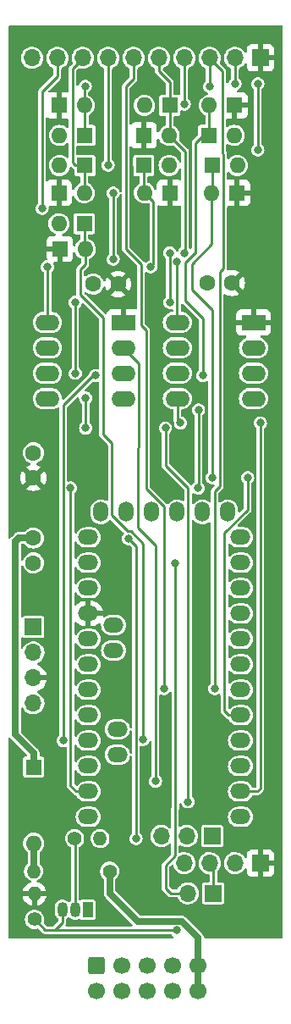
<source format=gtl>
%TF.GenerationSoftware,KiCad,Pcbnew,(6.0.1)*%
%TF.CreationDate,2022-11-12T11:03:43-05:00*%
%TF.ProjectId,ER-MIDI-CV4-02_DB,45522d4d-4944-4492-9d43-56342d30325f,1*%
%TF.SameCoordinates,Original*%
%TF.FileFunction,Copper,L1,Top*%
%TF.FilePolarity,Positive*%
%FSLAX46Y46*%
G04 Gerber Fmt 4.6, Leading zero omitted, Abs format (unit mm)*
G04 Created by KiCad (PCBNEW (6.0.1)) date 2022-11-12 11:03:43*
%MOMM*%
%LPD*%
G01*
G04 APERTURE LIST*
G04 Aperture macros list*
%AMRoundRect*
0 Rectangle with rounded corners*
0 $1 Rounding radius*
0 $2 $3 $4 $5 $6 $7 $8 $9 X,Y pos of 4 corners*
0 Add a 4 corners polygon primitive as box body*
4,1,4,$2,$3,$4,$5,$6,$7,$8,$9,$2,$3,0*
0 Add four circle primitives for the rounded corners*
1,1,$1+$1,$2,$3*
1,1,$1+$1,$4,$5*
1,1,$1+$1,$6,$7*
1,1,$1+$1,$8,$9*
0 Add four rect primitives between the rounded corners*
20,1,$1+$1,$2,$3,$4,$5,0*
20,1,$1+$1,$4,$5,$6,$7,0*
20,1,$1+$1,$6,$7,$8,$9,0*
20,1,$1+$1,$8,$9,$2,$3,0*%
G04 Aperture macros list end*
%TA.AperFunction,ComponentPad*%
%ADD10O,1.700000X1.700000*%
%TD*%
%TA.AperFunction,ComponentPad*%
%ADD11R,1.700000X1.700000*%
%TD*%
%TA.AperFunction,ComponentPad*%
%ADD12O,1.600000X1.600000*%
%TD*%
%TA.AperFunction,ComponentPad*%
%ADD13R,1.600000X1.600000*%
%TD*%
%TA.AperFunction,ComponentPad*%
%ADD14O,1.400000X1.400000*%
%TD*%
%TA.AperFunction,ComponentPad*%
%ADD15C,1.400000*%
%TD*%
%TA.AperFunction,ComponentPad*%
%ADD16C,1.600000*%
%TD*%
%TA.AperFunction,ComponentPad*%
%ADD17O,2.400000X1.600000*%
%TD*%
%TA.AperFunction,ComponentPad*%
%ADD18R,2.400000X1.600000*%
%TD*%
%TA.AperFunction,ComponentPad*%
%ADD19C,1.700000*%
%TD*%
%TA.AperFunction,ComponentPad*%
%ADD20RoundRect,0.250000X-0.600000X0.600000X-0.600000X-0.600000X0.600000X-0.600000X0.600000X0.600000X0*%
%TD*%
%TA.AperFunction,ComponentPad*%
%ADD21O,2.000000X1.524000*%
%TD*%
%TA.AperFunction,ComponentPad*%
%ADD22O,1.524000X2.000000*%
%TD*%
%TA.AperFunction,ComponentPad*%
%ADD23O,1.050000X1.500000*%
%TD*%
%TA.AperFunction,ComponentPad*%
%ADD24R,1.050000X1.500000*%
%TD*%
%TA.AperFunction,ViaPad*%
%ADD25C,0.800000*%
%TD*%
%TA.AperFunction,Conductor*%
%ADD26C,0.635000*%
%TD*%
%TA.AperFunction,Conductor*%
%ADD27C,0.250000*%
%TD*%
G04 APERTURE END LIST*
D10*
%TO.P,J6,3,Pin_3*%
%TO.N,/TXD*%
X116586000Y-113284000D03*
%TO.P,J6,2,Pin_2*%
%TO.N,Net-(R1-Pad2)*%
X119126000Y-113284000D03*
D11*
%TO.P,J6,1,Pin_1*%
%TO.N,/MIDI_IN*%
X121666000Y-113284000D03*
%TD*%
D10*
%TO.P,J2,10,Pin_10*%
%TO.N,GND*%
X103640000Y-35500000D03*
%TO.P,J2,9,Pin_9*%
%TO.N,/TRIG_D*%
X106180000Y-35500000D03*
%TO.P,J2,8,Pin_8*%
%TO.N,/CV3_D*%
X108720000Y-35500000D03*
%TO.P,J2,7,Pin_7*%
%TO.N,/CV1_D*%
X111260000Y-35500000D03*
%TO.P,J2,6,Pin_6*%
%TO.N,/POT*%
X113800000Y-35500000D03*
%TO.P,J2,5,Pin_5*%
%TO.N,/CV2_D*%
X116340000Y-35500000D03*
%TO.P,J2,4,Pin_4*%
%TO.N,/CV4_D*%
X118880000Y-35500000D03*
%TO.P,J2,3,Pin_3*%
%TO.N,/CLK_D*%
X121420000Y-35500000D03*
%TO.P,J2,2,Pin_2*%
%TO.N,/GATE_D*%
X123960000Y-35500000D03*
D11*
%TO.P,J2,1,Pin_1*%
%TO.N,+5V*%
X126500000Y-35500000D03*
%TD*%
D10*
%TO.P,J4,4,Pin_4*%
%TO.N,GND*%
X118880000Y-116000000D03*
%TO.P,J4,3,Pin_3*%
%TO.N,/MIDI_IN*%
X121420000Y-116000000D03*
%TO.P,J4,2,Pin_2*%
%TO.N,/MIDI_OUT*%
X123960000Y-116000000D03*
D11*
%TO.P,J4,1,Pin_1*%
%TO.N,+5V*%
X126500000Y-116000000D03*
%TD*%
D12*
%TO.P,D8,2,A*%
%TO.N,GND*%
X117364315Y-46250000D03*
D13*
%TO.P,D8,1,K*%
%TO.N,/CV1_D*%
X114824315Y-46250000D03*
%TD*%
D14*
%TO.P,R1,2*%
%TO.N,Net-(R1-Pad2)*%
X110440000Y-113538000D03*
D15*
%TO.P,R1,1*%
%TO.N,/RBO*%
X107900000Y-113538000D03*
%TD*%
D10*
%TO.P,J5,2,Pin_2*%
%TO.N,Net-(J5-Pad2)*%
X119235000Y-119000000D03*
D11*
%TO.P,J5,1,Pin_1*%
%TO.N,/MIDI_IN*%
X121775000Y-119000000D03*
%TD*%
D12*
%TO.P,D3,2,A*%
%TO.N,/CLK_D*%
X108864315Y-40250000D03*
D13*
%TO.P,D3,1,K*%
%TO.N,+5V*%
X106324315Y-40250000D03*
%TD*%
D16*
%TO.P,C1,2*%
%TO.N,GND*%
X121150000Y-58000000D03*
%TO.P,C1,1*%
%TO.N,+5V*%
X123650000Y-58000000D03*
%TD*%
D14*
%TO.P,R3,2*%
%TO.N,+5V*%
X103886000Y-119076000D03*
D15*
%TO.P,R3,1*%
%TO.N,/MIDI_OUT*%
X103886000Y-121616000D03*
%TD*%
D12*
%TO.P,D12,2,A*%
%TO.N,/CV3_D*%
X108864315Y-49000000D03*
D13*
%TO.P,D12,1,K*%
%TO.N,+5V*%
X106324315Y-49000000D03*
%TD*%
D17*
%TO.P,U1,8,VA*%
%TO.N,/CV3_D*%
X118180000Y-61950000D03*
%TO.P,U1,7,Vss*%
%TO.N,GND*%
X118180000Y-64490000D03*
%TO.P,U1,6,VB*%
%TO.N,/CV4_D*%
X118180000Y-67030000D03*
%TO.P,U1,5,~{LDAC}*%
%TO.N,/LDAC2\u002A*%
X118180000Y-69570000D03*
%TO.P,U1,4,SDI*%
%TO.N,/MOSI*%
X125800000Y-69570000D03*
%TO.P,U1,3,SCK*%
%TO.N,/SCK*%
X125800000Y-67030000D03*
%TO.P,U1,2,~{CS}*%
%TO.N,/SS*%
X125800000Y-64490000D03*
D18*
%TO.P,U1,1,Vdd*%
%TO.N,+5V*%
X125800000Y-61950000D03*
%TD*%
D16*
%TO.P,C4,2*%
%TO.N,GND*%
X103775000Y-85981000D03*
%TO.P,C4,1*%
%TO.N,+12P*%
X103775000Y-83481000D03*
%TD*%
D17*
%TO.P,U2,8,VA*%
%TO.N,/CV1_D*%
X105180000Y-61950000D03*
%TO.P,U2,7,Vss*%
%TO.N,GND*%
X105180000Y-64490000D03*
%TO.P,U2,6,VB*%
%TO.N,/CV2_D*%
X105180000Y-67030000D03*
%TO.P,U2,5,~{LDAC}*%
%TO.N,/LDAC1\u002A*%
X105180000Y-69570000D03*
%TO.P,U2,4,SDI*%
%TO.N,/MOSI*%
X112800000Y-69570000D03*
%TO.P,U2,3,SCK*%
%TO.N,/SCK*%
X112800000Y-67030000D03*
%TO.P,U2,2,~{CS}*%
%TO.N,/SS*%
X112800000Y-64490000D03*
D18*
%TO.P,U2,1,Vdd*%
%TO.N,+5V*%
X112800000Y-61950000D03*
%TD*%
D12*
%TO.P,D5,2,A*%
%TO.N,/CV2_D*%
X117364315Y-43250000D03*
D13*
%TO.P,D5,1,K*%
%TO.N,+5V*%
X114824315Y-43250000D03*
%TD*%
D12*
%TO.P,D15,2,A*%
%TO.N,/TRIG_D*%
X108966000Y-54610000D03*
D13*
%TO.P,D15,1,K*%
%TO.N,+5V*%
X106426000Y-54610000D03*
%TD*%
D12*
%TO.P,D14,2,A*%
%TO.N,unconnected-(D14-Pad2)*%
X106327686Y-52070000D03*
D13*
%TO.P,D14,1,K*%
%TO.N,/TRIG_D*%
X108867686Y-52070000D03*
%TD*%
D12*
%TO.P,D7,2,A*%
%TO.N,GND*%
X124188629Y-46250000D03*
D13*
%TO.P,D7,1,K*%
%TO.N,/GATE_D*%
X121648629Y-46250000D03*
%TD*%
D12*
%TO.P,D1,2,A*%
%TO.N,/CV4_D*%
X121385686Y-40250000D03*
D13*
%TO.P,D1,1,K*%
%TO.N,+5V*%
X123925686Y-40250000D03*
%TD*%
D19*
%TO.P,J1,10,Pin_10*%
%TO.N,+12V*%
X120269000Y-128787500D03*
%TO.P,J1,9,Pin_9*%
X120269000Y-126247500D03*
%TO.P,J1,8,Pin_8*%
%TO.N,GND*%
X117729000Y-128787500D03*
%TO.P,J1,7,Pin_7*%
X117729000Y-126247500D03*
%TO.P,J1,6,Pin_6*%
X115189000Y-128787500D03*
%TO.P,J1,5,Pin_5*%
X115189000Y-126247500D03*
%TO.P,J1,4,Pin_4*%
X112649000Y-128787500D03*
%TO.P,J1,3,Pin_3*%
X112649000Y-126247500D03*
%TO.P,J1,2,Pin_2*%
%TO.N,unconnected-(J1-Pad2)*%
X110109000Y-128787500D03*
D20*
%TO.P,J1,1,Pin_1*%
%TO.N,unconnected-(J1-Pad1)*%
X110109000Y-126247500D03*
%TD*%
D12*
%TO.P,D11,2,A*%
%TO.N,/CV1_D*%
X114885686Y-49000000D03*
D13*
%TO.P,D11,1,K*%
%TO.N,+5V*%
X117425686Y-49000000D03*
%TD*%
D12*
%TO.P,D2,2,A*%
%TO.N,GND*%
X114885686Y-40250000D03*
D13*
%TO.P,D2,1,K*%
%TO.N,/CV2_D*%
X117425686Y-40250000D03*
%TD*%
D21*
%TO.P,U3,35*%
%TO.N,N/C*%
X112181005Y-105147008D03*
%TO.P,U3,34*%
X112181005Y-102607008D03*
%TO.P,U3,32,A4/SDA*%
%TO.N,/SDA*%
X111800005Y-94733008D03*
%TO.P,U3,31,A5/SCL*%
%TO.N,/SCL*%
X111800005Y-92193008D03*
%TO.P,U3,30,D10*%
%TO.N,/SS*%
X109260005Y-111370008D03*
%TO.P,U3,29,D11*%
%TO.N,/MOSI*%
X109260005Y-108830008D03*
%TO.P,U3,28,D12*%
%TO.N,unconnected-(U3-Pad28)*%
X109260005Y-106290008D03*
%TO.P,U3,27,D13*%
%TO.N,/SCK*%
X109260005Y-103750008D03*
%TO.P,U3,26,A0*%
%TO.N,unconnected-(U3-Pad26)*%
X109260005Y-101210008D03*
%TO.P,U3,25,A1*%
%TO.N,/POT*%
X109260005Y-98670008D03*
%TO.P,U3,24,A2*%
%TO.N,unconnected-(U3-Pad24)*%
X109260005Y-96130008D03*
%TO.P,U3,23,A3*%
%TO.N,unconnected-(U3-Pad23)*%
X109260005Y-93590008D03*
%TO.P,U3,22,Vcc2*%
%TO.N,+5V*%
X109260005Y-91050008D03*
%TO.P,U3,21,RESET*%
%TO.N,unconnected-(U3-Pad21)*%
X109260005Y-88510008D03*
%TO.P,U3,20,GND3*%
%TO.N,GND*%
X109260005Y-85970008D03*
%TO.P,U3,19,RAW*%
%TO.N,+12P*%
X109260005Y-83430008D03*
%TO.P,U3,18,D9*%
%TO.N,/LDAC1\u002A*%
X124500005Y-111370008D03*
%TO.P,U3,17,D8*%
%TO.N,/LDAC2\u002A*%
X124500005Y-108830008D03*
%TO.P,U3,16,D7*%
%TO.N,unconnected-(U3-Pad16)*%
X124500005Y-106290008D03*
%TO.P,U3,15,D6*%
%TO.N,/TRIG_D*%
X124500005Y-103750008D03*
%TO.P,U3,14,D5*%
%TO.N,/GATE_D*%
X124500005Y-101210008D03*
%TO.P,U3,13,D4*%
%TO.N,/CLK_D*%
X124500005Y-98670008D03*
%TO.P,U3,12,D3*%
%TO.N,unconnected-(U3-Pad12)*%
X124500005Y-96130008D03*
%TO.P,U3,11,D2*%
%TO.N,unconnected-(U3-Pad11)*%
X124500005Y-93590008D03*
%TO.P,U3,10,GND*%
%TO.N,GND*%
X124500005Y-91050008D03*
%TO.P,U3,9,RESET*%
%TO.N,unconnected-(U3-Pad9)*%
X124500005Y-88510008D03*
%TO.P,U3,8,RX1*%
%TO.N,Net-(J5-Pad2)*%
X124500005Y-85970008D03*
%TO.P,U3,7,TX0*%
%TO.N,/TXD*%
X124500005Y-83430008D03*
D22*
%TO.P,U3,6,DTR_I*%
%TO.N,unconnected-(U3-Pad6)*%
X110530005Y-80890008D03*
%TO.P,U3,5,TX0-CBL*%
%TO.N,unconnected-(U3-Pad5)*%
X113070005Y-80890008D03*
%TO.P,U3,4,RX1-CBL*%
%TO.N,unconnected-(U3-Pad4)*%
X115610005Y-80890008D03*
%TO.P,U3,3,VccCBL*%
%TO.N,unconnected-(U3-Pad3)*%
X118150005Y-80890008D03*
%TO.P,U3,2,GND2*%
%TO.N,GND*%
X120690005Y-80890008D03*
%TO.P,U3,1,GND*%
X123230005Y-80890008D03*
%TD*%
D16*
%TO.P,C3,2*%
%TO.N,GND*%
X103775000Y-74981000D03*
%TO.P,C3,1*%
%TO.N,+5V*%
X103775000Y-77481000D03*
%TD*%
D12*
%TO.P,D6,2,A*%
%TO.N,GND*%
X106385686Y-43250000D03*
D13*
%TO.P,D6,1,K*%
%TO.N,/CLK_D*%
X108925686Y-43250000D03*
%TD*%
D16*
%TO.P,C2,2*%
%TO.N,GND*%
X109750000Y-58100000D03*
%TO.P,C2,1*%
%TO.N,+5V*%
X112250000Y-58100000D03*
%TD*%
D10*
%TO.P,J3,4,Pin_4*%
%TO.N,GND*%
X103775000Y-100021000D03*
%TO.P,J3,3,Pin_3*%
%TO.N,+5V*%
X103775000Y-97481000D03*
%TO.P,J3,2,Pin_2*%
%TO.N,/SDA*%
X103775000Y-94941000D03*
D11*
%TO.P,J3,1,Pin_1*%
%TO.N,/SCL*%
X103775000Y-92401000D03*
%TD*%
D23*
%TO.P,Q1,3,C*%
%TO.N,/MIDI_OUT*%
X106680000Y-120650000D03*
%TO.P,Q1,2,B*%
%TO.N,/RBO*%
X107950000Y-120650000D03*
D24*
%TO.P,Q1,1,E*%
%TO.N,GND*%
X109220000Y-120650000D03*
%TD*%
D14*
%TO.P,R2,2*%
%TO.N,Net-(D13-Pad2)*%
X103790000Y-116800000D03*
D15*
%TO.P,R2,1*%
%TO.N,+12V*%
X111410000Y-116800000D03*
%TD*%
D12*
%TO.P,D9,2,A*%
%TO.N,GND*%
X106385686Y-46250000D03*
D13*
%TO.P,D9,1,K*%
%TO.N,/CV3_D*%
X108925686Y-46250000D03*
%TD*%
D12*
%TO.P,D13,2,A*%
%TO.N,Net-(D13-Pad2)*%
X103800000Y-114010000D03*
D13*
%TO.P,D13,1,K*%
%TO.N,+12P*%
X103800000Y-106390000D03*
%TD*%
D12*
%TO.P,D4,2,A*%
%TO.N,GND*%
X123864315Y-43250000D03*
D13*
%TO.P,D4,1,K*%
%TO.N,/CV4_D*%
X121324315Y-43250000D03*
%TD*%
D12*
%TO.P,D10,2,A*%
%TO.N,/GATE_D*%
X121635686Y-49000000D03*
D13*
%TO.P,D10,1,K*%
%TO.N,+5V*%
X124175686Y-49000000D03*
%TD*%
D25*
%TO.N,+5V*%
X115000000Y-50800000D03*
%TO.N,Net-(J5-Pad2)*%
X118000000Y-86000000D03*
%TO.N,/SCK*%
X110000000Y-67250000D03*
X106775500Y-103750000D03*
%TO.N,/MOSI*%
X120250000Y-78500000D03*
X120305480Y-70694520D03*
X107500000Y-78500000D03*
%TO.N,/LDAC2\u002A*%
X118500000Y-72000000D03*
X126500000Y-72000000D03*
%TO.N,/LDAC1\u002A*%
X109000000Y-69500000D03*
X117000000Y-72500000D03*
X119250000Y-109858000D03*
X109000000Y-72500000D03*
%TO.N,/CV2_D*%
X117425980Y-59944000D03*
X107970000Y-59924000D03*
X118904500Y-55000000D03*
X117425980Y-55000000D03*
X107970000Y-67030000D03*
%TO.N,/CV1_D*%
X115515304Y-56388000D03*
X105180000Y-56364000D03*
X111252000Y-46228000D03*
%TO.N,/CV3_D*%
X111760000Y-49022000D03*
X111760000Y-55626000D03*
X118150480Y-55880000D03*
%TO.N,/CV4_D*%
X118872000Y-40132000D03*
X120720989Y-67250000D03*
%TO.N,/POT*%
X116840000Y-98552000D03*
%TO.N,/SS*%
X116000000Y-107800000D03*
%TO.N,/TXD*%
X114046000Y-113538000D03*
X113284000Y-83566000D03*
%TO.N,/MIDI_OUT*%
X118110000Y-122717000D03*
%TO.N,/GATE_D*%
X123952000Y-38100000D03*
X121666000Y-77470000D03*
X126238000Y-44704000D03*
X125222000Y-77470000D03*
X126238000Y-38100000D03*
%TO.N,/CLK_D*%
X108966000Y-38354000D03*
X121412000Y-38354000D03*
X121920000Y-98552000D03*
%TO.N,/TRIG_D*%
X104648000Y-50546000D03*
X114770500Y-103632000D03*
%TD*%
D26*
%TO.N,+12V*%
X114200000Y-121800000D02*
X111410000Y-119010000D01*
X111410000Y-116800000D02*
X111410000Y-119010000D01*
X120269000Y-128787500D02*
X120269000Y-126247500D01*
X118600000Y-121800000D02*
X114200000Y-121800000D01*
X120269000Y-126247500D02*
X120269000Y-123469000D01*
X120269000Y-123469000D02*
X118600000Y-121800000D01*
D27*
%TO.N,Net-(J5-Pad2)*%
X117000000Y-116218990D02*
X117000000Y-118500000D01*
X117951489Y-115267501D02*
X117000000Y-116218990D01*
X117951489Y-110548511D02*
X117951489Y-115267501D01*
X118000000Y-110500000D02*
X117951489Y-110548511D01*
X117500000Y-119000000D02*
X117000000Y-118500000D01*
X119235000Y-119000000D02*
X117500000Y-119000000D01*
X118000000Y-110500000D02*
X118000000Y-86000000D01*
D26*
%TO.N,+12P*%
X102319000Y-83481000D02*
X103775000Y-83481000D01*
X101953000Y-83847000D02*
X102319000Y-83481000D01*
X103800000Y-105000000D02*
X101953000Y-103153000D01*
X103800000Y-106390000D02*
X103800000Y-105000000D01*
D27*
X102519000Y-83481000D02*
X101750000Y-84250000D01*
X103775000Y-83481000D02*
X102519000Y-83481000D01*
D26*
X101953000Y-103153000D02*
X101953000Y-83847000D01*
%TO.N,Net-(D13-Pad2)*%
X103800000Y-114010000D02*
X103800000Y-116790000D01*
D27*
%TO.N,/SCK*%
X106775500Y-103750000D02*
X106775500Y-70224500D01*
X106775500Y-70224500D02*
X109750000Y-67250000D01*
X109750000Y-67250000D02*
X110000000Y-67250000D01*
%TO.N,/MOSI*%
X120305480Y-70694520D02*
X120305480Y-78194520D01*
X120305480Y-78194520D02*
X120305480Y-78444520D01*
X107500000Y-108250000D02*
X108080000Y-108830000D01*
X108080000Y-108830000D02*
X109260000Y-108830000D01*
X107500000Y-78500000D02*
X107500000Y-108250000D01*
X120305480Y-78444520D02*
X120250000Y-78500000D01*
%TO.N,/LDAC2\u002A*%
X118180000Y-71680000D02*
X118500000Y-72000000D01*
X126500000Y-108500000D02*
X126500000Y-72000000D01*
X118180000Y-69570000D02*
X118180000Y-71680000D01*
X124500005Y-108830008D02*
X126169992Y-108830008D01*
X126169992Y-108830008D02*
X126500000Y-108500000D01*
%TO.N,/LDAC1\u002A*%
X117000000Y-76250000D02*
X119250000Y-78500000D01*
X117000000Y-72500000D02*
X117000000Y-76250000D01*
X109000000Y-69500000D02*
X109000000Y-72500000D01*
X119250000Y-78500000D02*
X119250000Y-109858000D01*
%TO.N,/CV2_D*%
X117425980Y-59944000D02*
X117425980Y-55000000D01*
X117425686Y-40250000D02*
X117425686Y-43188629D01*
X118974511Y-54929989D02*
X118974511Y-44860196D01*
X118904500Y-55000000D02*
X118974511Y-54929989D01*
X107970000Y-67030000D02*
X107970000Y-59924000D01*
X118974511Y-44860196D02*
X117364315Y-43250000D01*
X117425686Y-37923686D02*
X117425686Y-40250000D01*
X116340000Y-35560000D02*
X116340000Y-36838000D01*
X116340000Y-36838000D02*
X117425686Y-37923686D01*
%TO.N,/CV1_D*%
X115515304Y-56388000D02*
X115790284Y-56113020D01*
X111260000Y-46220000D02*
X111252000Y-46228000D01*
X114885686Y-49000000D02*
X115790284Y-49904598D01*
X105180000Y-61950000D02*
X105180000Y-56364000D01*
X115790284Y-56113020D02*
X115790284Y-49904598D01*
X114824315Y-46250000D02*
X114824315Y-48938629D01*
X111260000Y-35560000D02*
X111260000Y-46220000D01*
%TO.N,/CV3_D*%
X108720000Y-35560000D02*
X107696000Y-36584000D01*
X107696000Y-45974000D02*
X107972000Y-46250000D01*
X107972000Y-46250000D02*
X108925686Y-46250000D01*
X111760000Y-49022000D02*
X111760000Y-55626000D01*
X118150480Y-61920480D02*
X118150480Y-56093520D01*
X107696000Y-36584000D02*
X107696000Y-45974000D01*
X108864315Y-49000000D02*
X108864315Y-46311371D01*
%TO.N,/CV4_D*%
X121385686Y-40250000D02*
X121385686Y-43188629D01*
X120720989Y-61520989D02*
X119000000Y-59800000D01*
X118880000Y-40124000D02*
X118880000Y-35560000D01*
X119929114Y-55000000D02*
X120000000Y-55000000D01*
X118872000Y-40132000D02*
X118880000Y-40124000D01*
X119000000Y-55929114D02*
X119929114Y-55000000D01*
X120000000Y-44000000D02*
X120750000Y-43250000D01*
X120720989Y-67250000D02*
X120720989Y-61520989D01*
X119000000Y-59800000D02*
X119000000Y-55929114D01*
X120000000Y-55000000D02*
X120000000Y-44000000D01*
%TO.N,/POT*%
X113030000Y-38354000D02*
X113030000Y-54610000D01*
X116840000Y-80345432D02*
X116840000Y-98552000D01*
X115062000Y-78567432D02*
X116840000Y-80345432D01*
X114554000Y-56134000D02*
X114554000Y-62230000D01*
X114554000Y-62230000D02*
X115062000Y-62738000D01*
X113800000Y-37584000D02*
X113030000Y-38354000D01*
X113030000Y-54610000D02*
X114554000Y-56134000D01*
X113800000Y-35560000D02*
X113800000Y-37584000D01*
X115062000Y-62738000D02*
X115062000Y-78567432D01*
%TO.N,/SS*%
X114250000Y-74500000D02*
X114324520Y-74425480D01*
X114324520Y-74425480D02*
X114324520Y-66014520D01*
X114250000Y-82500000D02*
X114250000Y-74500000D01*
X116000000Y-84250000D02*
X114250000Y-82500000D01*
X114324520Y-66014520D02*
X112800000Y-64490000D01*
X116000000Y-107800000D02*
X116000000Y-84250000D01*
%TO.N,/RBO*%
X107950000Y-120650000D02*
X107950000Y-113588000D01*
%TO.N,/TXD*%
X114046000Y-113538000D02*
X114046000Y-84328000D01*
X114046000Y-84328000D02*
X113284000Y-83566000D01*
%TO.N,/MIDI_OUT*%
X106680000Y-121920000D02*
X106680000Y-120650000D01*
X118075000Y-122682000D02*
X118110000Y-122717000D01*
X105918000Y-122682000D02*
X106680000Y-121920000D01*
X105918000Y-122682000D02*
X118075000Y-122682000D01*
X103886000Y-121616000D02*
X104952000Y-122682000D01*
X104952000Y-122682000D02*
X105918000Y-122682000D01*
%TO.N,/MIDI_IN*%
X121775000Y-119000000D02*
X121775000Y-116355000D01*
%TO.N,/GATE_D*%
X121635686Y-54132314D02*
X119634000Y-56134000D01*
X123960000Y-38092000D02*
X123960000Y-35560000D01*
X123952000Y-38100000D02*
X123960000Y-38092000D01*
X122886292Y-100788292D02*
X122886292Y-83008292D01*
X125222000Y-80672584D02*
X122886292Y-83008292D01*
X126238000Y-44704000D02*
X126238000Y-38100000D01*
X124500005Y-101210008D02*
X123308008Y-101210008D01*
X119634000Y-56134000D02*
X119634000Y-58674000D01*
X121648629Y-46250000D02*
X121648629Y-48987057D01*
X121666000Y-60706000D02*
X121666000Y-77470000D01*
X123308008Y-101210008D02*
X122886292Y-100788292D01*
X119634000Y-58674000D02*
X121666000Y-60706000D01*
X121635686Y-49000000D02*
X121635686Y-54132314D01*
X125222000Y-77470000D02*
X125222000Y-80672584D01*
%TO.N,/CLK_D*%
X122773140Y-56550860D02*
X122428000Y-56896000D01*
X122682000Y-45034349D02*
X122773140Y-45125489D01*
X122773140Y-45125489D02*
X122773140Y-56550860D01*
X121420000Y-35560000D02*
X122682000Y-36822000D01*
X121412000Y-38354000D02*
X121420000Y-38346000D01*
X108864315Y-40250000D02*
X108864315Y-38455685D01*
X108864315Y-38455685D02*
X108966000Y-38354000D01*
X122428000Y-56896000D02*
X122428000Y-78313432D01*
X121920000Y-78821432D02*
X121920000Y-98552000D01*
X122428000Y-78313432D02*
X121920000Y-78821432D01*
X108925686Y-43250000D02*
X108925686Y-40311371D01*
X121420000Y-38346000D02*
X121420000Y-35560000D01*
X122682000Y-36822000D02*
X122682000Y-45034349D01*
%TO.N,/TRIG_D*%
X114770500Y-103632000D02*
X114770500Y-84027886D01*
X108458000Y-56642000D02*
X108966000Y-56134000D01*
X106180000Y-37330000D02*
X106180000Y-35560000D01*
X108458000Y-59182000D02*
X108458000Y-56642000D01*
X113538000Y-82795386D02*
X113200812Y-82795386D01*
X114770500Y-84027886D02*
X113538000Y-82795386D01*
X104648000Y-50546000D02*
X104648000Y-38862000D01*
X111616525Y-74024525D02*
X110744000Y-73152000D01*
X108867686Y-52070000D02*
X108867686Y-54417336D01*
X113200812Y-82795386D02*
X111616525Y-81211099D01*
X108966000Y-56134000D02*
X108966000Y-54610000D01*
X110744000Y-61468000D02*
X108458000Y-59182000D01*
X110744000Y-73152000D02*
X110744000Y-61468000D01*
X104648000Y-38862000D02*
X106180000Y-37330000D01*
X111616525Y-81211099D02*
X111616525Y-74024525D01*
%TD*%
%TA.AperFunction,Conductor*%
%TO.N,+5V*%
G36*
X128688121Y-32274002D02*
G01*
X128734614Y-32327658D01*
X128746000Y-32380000D01*
X128746000Y-123374000D01*
X128725998Y-123442121D01*
X128672342Y-123488614D01*
X128620000Y-123500000D01*
X120960516Y-123500000D01*
X120892395Y-123479998D01*
X120845902Y-123426342D01*
X120835594Y-123390446D01*
X120831068Y-123356068D01*
X120826277Y-123319678D01*
X120768641Y-123180532D01*
X120755395Y-123163269D01*
X120699976Y-123091045D01*
X120699971Y-123091040D01*
X120676955Y-123061045D01*
X120653510Y-123043055D01*
X120641119Y-123032188D01*
X119036817Y-121427886D01*
X119025951Y-121415497D01*
X119012983Y-121398597D01*
X119012982Y-121398596D01*
X119007955Y-121392045D01*
X118974179Y-121366127D01*
X118888468Y-121300359D01*
X118749322Y-121242723D01*
X118714686Y-121238163D01*
X118637503Y-121228001D01*
X118637494Y-121228000D01*
X118637491Y-121228000D01*
X118637479Y-121227999D01*
X118608189Y-121224143D01*
X118608188Y-121224143D01*
X118600000Y-121223065D01*
X118591812Y-121224143D01*
X118591811Y-121224143D01*
X118570702Y-121226922D01*
X118554256Y-121228000D01*
X114489120Y-121228000D01*
X114420999Y-121207998D01*
X114400025Y-121191095D01*
X112018905Y-118809975D01*
X111984879Y-118747663D01*
X111982000Y-118720880D01*
X111982000Y-117625888D01*
X112002002Y-117557767D01*
X112030424Y-117526601D01*
X112071427Y-117494566D01*
X112159844Y-117392134D01*
X112189709Y-117357535D01*
X112189710Y-117357533D01*
X112193738Y-117352867D01*
X112286198Y-117190108D01*
X112345283Y-117012491D01*
X112368744Y-116826780D01*
X112369118Y-116800000D01*
X112350852Y-116613706D01*
X112296749Y-116434509D01*
X112208870Y-116269232D01*
X112204980Y-116264462D01*
X112204977Y-116264458D01*
X112094457Y-116128948D01*
X112094454Y-116128945D01*
X112090562Y-116124173D01*
X111946332Y-116004855D01*
X111781673Y-115915824D01*
X111692265Y-115888148D01*
X111608744Y-115862294D01*
X111608741Y-115862293D01*
X111602857Y-115860472D01*
X111596732Y-115859828D01*
X111596731Y-115859828D01*
X111422824Y-115841549D01*
X111422823Y-115841549D01*
X111416696Y-115840905D01*
X111340143Y-115847872D01*
X111236418Y-115857312D01*
X111236415Y-115857313D01*
X111230279Y-115857871D01*
X111224373Y-115859609D01*
X111224369Y-115859610D01*
X111089075Y-115899429D01*
X111050708Y-115910721D01*
X110884822Y-115997444D01*
X110880022Y-116001304D01*
X110880021Y-116001304D01*
X110870718Y-116008784D01*
X110738940Y-116114736D01*
X110618619Y-116258130D01*
X110615655Y-116263522D01*
X110615652Y-116263526D01*
X110574007Y-116339279D01*
X110528441Y-116422163D01*
X110526580Y-116428030D01*
X110526579Y-116428032D01*
X110488088Y-116549371D01*
X110471841Y-116600588D01*
X110450975Y-116786609D01*
X110466639Y-116973139D01*
X110468338Y-116979064D01*
X110504990Y-117106883D01*
X110518235Y-117153075D01*
X110521050Y-117158552D01*
X110521051Y-117158555D01*
X110591064Y-117294786D01*
X110603797Y-117319562D01*
X110607620Y-117324386D01*
X110607623Y-117324390D01*
X110713539Y-117458021D01*
X110720068Y-117466259D01*
X110790968Y-117526599D01*
X110793663Y-117528893D01*
X110832576Y-117588276D01*
X110838000Y-117624847D01*
X110838000Y-118964256D01*
X110836922Y-118980702D01*
X110833065Y-119010000D01*
X110838000Y-119047486D01*
X110838000Y-119047492D01*
X110852723Y-119159322D01*
X110855884Y-119166953D01*
X110907116Y-119290638D01*
X110910359Y-119298468D01*
X110915383Y-119305016D01*
X110915387Y-119305022D01*
X110942152Y-119339902D01*
X110997014Y-119411400D01*
X110997019Y-119411405D01*
X111002045Y-119417955D01*
X111008595Y-119422981D01*
X111008598Y-119422984D01*
X111025495Y-119435949D01*
X111037886Y-119446816D01*
X113678475Y-122087405D01*
X113712501Y-122149717D01*
X113707436Y-122220532D01*
X113664889Y-122277368D01*
X113598369Y-122302179D01*
X113589380Y-122302500D01*
X107119876Y-122302500D01*
X107051755Y-122282498D01*
X107005262Y-122228842D01*
X106995158Y-122158568D01*
X107009462Y-122115797D01*
X107010705Y-122113536D01*
X107017156Y-122105353D01*
X107020188Y-122096719D01*
X107025514Y-122089266D01*
X107040203Y-122040150D01*
X107042036Y-122034508D01*
X107056390Y-121993633D01*
X107056390Y-121993632D01*
X107059018Y-121986149D01*
X107059500Y-121980584D01*
X107059500Y-121977876D01*
X107059614Y-121975242D01*
X107059643Y-121975144D01*
X107059807Y-121975151D01*
X107059851Y-121974447D01*
X107061713Y-121968222D01*
X107059597Y-121914365D01*
X107059500Y-121909418D01*
X107059500Y-121627200D01*
X107079502Y-121559079D01*
X107119478Y-121519882D01*
X107156946Y-121496832D01*
X107156949Y-121496830D01*
X107162945Y-121493141D01*
X107226799Y-121430610D01*
X107289464Y-121397239D01*
X107360223Y-121403045D01*
X107404362Y-121431849D01*
X107458472Y-121486338D01*
X107464418Y-121490112D01*
X107464420Y-121490113D01*
X107475008Y-121496832D01*
X107606128Y-121580043D01*
X107612771Y-121582408D01*
X107612770Y-121582408D01*
X107764239Y-121636344D01*
X107764244Y-121636345D01*
X107770874Y-121638706D01*
X107777862Y-121639539D01*
X107777865Y-121639540D01*
X107893201Y-121653293D01*
X107944524Y-121659413D01*
X107951527Y-121658677D01*
X107951528Y-121658677D01*
X108002770Y-121653291D01*
X108118445Y-121641133D01*
X108125111Y-121638864D01*
X108125114Y-121638863D01*
X108277328Y-121587045D01*
X108277331Y-121587044D01*
X108283995Y-121584775D01*
X108343022Y-121548462D01*
X108411522Y-121529803D01*
X108479236Y-121551141D01*
X108498139Y-121566684D01*
X108504623Y-121573168D01*
X108511516Y-121583484D01*
X108595699Y-121639734D01*
X108669933Y-121654500D01*
X109219911Y-121654500D01*
X109770066Y-121654499D01*
X109805818Y-121647388D01*
X109832126Y-121642156D01*
X109832128Y-121642155D01*
X109844301Y-121639734D01*
X109854621Y-121632839D01*
X109854622Y-121632838D01*
X109918168Y-121590377D01*
X109928484Y-121583484D01*
X109984734Y-121499301D01*
X109999500Y-121425067D01*
X109999499Y-119874934D01*
X109992388Y-119839182D01*
X109987156Y-119812874D01*
X109987155Y-119812872D01*
X109984734Y-119800699D01*
X109976270Y-119788031D01*
X109935377Y-119726832D01*
X109928484Y-119716516D01*
X109844301Y-119660266D01*
X109770067Y-119645500D01*
X109220089Y-119645500D01*
X108669934Y-119645501D01*
X108634182Y-119652612D01*
X108607874Y-119657844D01*
X108607872Y-119657845D01*
X108595699Y-119660266D01*
X108525500Y-119707172D01*
X108457750Y-119728386D01*
X108389283Y-119709604D01*
X108341839Y-119656787D01*
X108329500Y-119602406D01*
X108329500Y-114467970D01*
X108349502Y-114399849D01*
X108398688Y-114355505D01*
X108408416Y-114350591D01*
X108408417Y-114350590D01*
X108413921Y-114347810D01*
X108547276Y-114243622D01*
X108556571Y-114236360D01*
X108556572Y-114236360D01*
X108561427Y-114232566D01*
X108649844Y-114130134D01*
X108679709Y-114095535D01*
X108679710Y-114095533D01*
X108683738Y-114090867D01*
X108776198Y-113928108D01*
X108835283Y-113750491D01*
X108858744Y-113564780D01*
X108859118Y-113538000D01*
X108857805Y-113524609D01*
X109480975Y-113524609D01*
X109481491Y-113530752D01*
X109492304Y-113659512D01*
X109496639Y-113711139D01*
X109498338Y-113717064D01*
X109538070Y-113855624D01*
X109548235Y-113891075D01*
X109551050Y-113896552D01*
X109551051Y-113896555D01*
X109626359Y-114043090D01*
X109633797Y-114057562D01*
X109637620Y-114062386D01*
X109637623Y-114062390D01*
X109719060Y-114165137D01*
X109750068Y-114204259D01*
X109754762Y-114208254D01*
X109810396Y-114255602D01*
X109892618Y-114325579D01*
X109897996Y-114328585D01*
X109897998Y-114328586D01*
X109932396Y-114347810D01*
X110056018Y-114416900D01*
X110234043Y-114474744D01*
X110419914Y-114496908D01*
X110426049Y-114496436D01*
X110426051Y-114496436D01*
X110600408Y-114483020D01*
X110600413Y-114483019D01*
X110606549Y-114482547D01*
X110612479Y-114480891D01*
X110612481Y-114480891D01*
X110780913Y-114433864D01*
X110780912Y-114433864D01*
X110786841Y-114432209D01*
X110817148Y-114416900D01*
X110897808Y-114376155D01*
X110953921Y-114347810D01*
X110982376Y-114325579D01*
X111096571Y-114236360D01*
X111096572Y-114236360D01*
X111101427Y-114232566D01*
X111189844Y-114130134D01*
X111219709Y-114095535D01*
X111219710Y-114095533D01*
X111223738Y-114090867D01*
X111316198Y-113928108D01*
X111375283Y-113750491D01*
X111398744Y-113564780D01*
X111399118Y-113538000D01*
X111380852Y-113351706D01*
X111326749Y-113172509D01*
X111317316Y-113154768D01*
X111241764Y-113012674D01*
X111241762Y-113012671D01*
X111238870Y-113007232D01*
X111234980Y-113002462D01*
X111234977Y-113002458D01*
X111124457Y-112866948D01*
X111124454Y-112866945D01*
X111120562Y-112862173D01*
X110976332Y-112742855D01*
X110811673Y-112653824D01*
X110722265Y-112626148D01*
X110638744Y-112600294D01*
X110638741Y-112600293D01*
X110632857Y-112598472D01*
X110626732Y-112597828D01*
X110626731Y-112597828D01*
X110452824Y-112579549D01*
X110452823Y-112579549D01*
X110446696Y-112578905D01*
X110370143Y-112585872D01*
X110266418Y-112595312D01*
X110266415Y-112595313D01*
X110260279Y-112595871D01*
X110254373Y-112597609D01*
X110254369Y-112597610D01*
X110119075Y-112637429D01*
X110080708Y-112648721D01*
X109914822Y-112735444D01*
X109910022Y-112739304D01*
X109910021Y-112739304D01*
X109900718Y-112746784D01*
X109768940Y-112852736D01*
X109648619Y-112996130D01*
X109645655Y-113001522D01*
X109645652Y-113001526D01*
X109578672Y-113123363D01*
X109558441Y-113160163D01*
X109556580Y-113166030D01*
X109556579Y-113166032D01*
X109519157Y-113284000D01*
X109501841Y-113338588D01*
X109480975Y-113524609D01*
X108857805Y-113524609D01*
X108840852Y-113351706D01*
X108786749Y-113172509D01*
X108777316Y-113154768D01*
X108701764Y-113012674D01*
X108701762Y-113012671D01*
X108698870Y-113007232D01*
X108694980Y-113002462D01*
X108694977Y-113002458D01*
X108584457Y-112866948D01*
X108584454Y-112866945D01*
X108580562Y-112862173D01*
X108436332Y-112742855D01*
X108271673Y-112653824D01*
X108182265Y-112626148D01*
X108098744Y-112600294D01*
X108098741Y-112600293D01*
X108092857Y-112598472D01*
X108086732Y-112597828D01*
X108086731Y-112597828D01*
X107912824Y-112579549D01*
X107912823Y-112579549D01*
X107906696Y-112578905D01*
X107830143Y-112585872D01*
X107726418Y-112595312D01*
X107726415Y-112595313D01*
X107720279Y-112595871D01*
X107714373Y-112597609D01*
X107714369Y-112597610D01*
X107579075Y-112637429D01*
X107540708Y-112648721D01*
X107374822Y-112735444D01*
X107370022Y-112739304D01*
X107370021Y-112739304D01*
X107360718Y-112746784D01*
X107228940Y-112852736D01*
X107108619Y-112996130D01*
X107105655Y-113001522D01*
X107105652Y-113001526D01*
X107038672Y-113123363D01*
X107018441Y-113160163D01*
X107016580Y-113166030D01*
X107016579Y-113166032D01*
X106979157Y-113284000D01*
X106961841Y-113338588D01*
X106940975Y-113524609D01*
X106941491Y-113530752D01*
X106952304Y-113659512D01*
X106956639Y-113711139D01*
X106958338Y-113717064D01*
X106998070Y-113855624D01*
X107008235Y-113891075D01*
X107011050Y-113896552D01*
X107011051Y-113896555D01*
X107086359Y-114043090D01*
X107093797Y-114057562D01*
X107097620Y-114062386D01*
X107097623Y-114062390D01*
X107179060Y-114165137D01*
X107210068Y-114204259D01*
X107214762Y-114208254D01*
X107270396Y-114255602D01*
X107352618Y-114325579D01*
X107357996Y-114328585D01*
X107357998Y-114328586D01*
X107392396Y-114347810D01*
X107505971Y-114411285D01*
X107555676Y-114461977D01*
X107570500Y-114521272D01*
X107570500Y-119672800D01*
X107550498Y-119740921D01*
X107510522Y-119780118D01*
X107473054Y-119803168D01*
X107473053Y-119803169D01*
X107467055Y-119806859D01*
X107450548Y-119823024D01*
X107403201Y-119869390D01*
X107340536Y-119902761D01*
X107269777Y-119896955D01*
X107225638Y-119868151D01*
X107171528Y-119813662D01*
X107160809Y-119806859D01*
X107114244Y-119777309D01*
X107023872Y-119719957D01*
X106994797Y-119709604D01*
X106865761Y-119663656D01*
X106865756Y-119663655D01*
X106859126Y-119661294D01*
X106852138Y-119660461D01*
X106852135Y-119660460D01*
X106726677Y-119645500D01*
X106685476Y-119640587D01*
X106678473Y-119641323D01*
X106678472Y-119641323D01*
X106638732Y-119645500D01*
X106511555Y-119658867D01*
X106504889Y-119661136D01*
X106504886Y-119661137D01*
X106352672Y-119712955D01*
X106352669Y-119712956D01*
X106346005Y-119715225D01*
X106197055Y-119806859D01*
X106180548Y-119823024D01*
X106105053Y-119896955D01*
X106072109Y-119929216D01*
X105977375Y-120076214D01*
X105974964Y-120082837D01*
X105974963Y-120082840D01*
X105958352Y-120128479D01*
X105917563Y-120240547D01*
X105900500Y-120375610D01*
X105900500Y-120918969D01*
X105915062Y-121048790D01*
X105917379Y-121055443D01*
X105917379Y-121055444D01*
X105940705Y-121122425D01*
X105972574Y-121213942D01*
X105976307Y-121219916D01*
X105976308Y-121219918D01*
X105999110Y-121256409D01*
X106065246Y-121362248D01*
X106070209Y-121367246D01*
X106070210Y-121367247D01*
X106118124Y-121415497D01*
X106188472Y-121486338D01*
X106194418Y-121490112D01*
X106194420Y-121490113D01*
X106242014Y-121520317D01*
X106288813Y-121573706D01*
X106300500Y-121626702D01*
X106300500Y-121710616D01*
X106280498Y-121778737D01*
X106263595Y-121799711D01*
X105797711Y-122265595D01*
X105735399Y-122299621D01*
X105708616Y-122302500D01*
X105161384Y-122302500D01*
X105093263Y-122282498D01*
X105072289Y-122265595D01*
X104829857Y-122023163D01*
X104795831Y-121960851D01*
X104799393Y-121894297D01*
X104819338Y-121834339D01*
X104819339Y-121834336D01*
X104821283Y-121828491D01*
X104844744Y-121642780D01*
X104845118Y-121616000D01*
X104826852Y-121429706D01*
X104772749Y-121250509D01*
X104750146Y-121207998D01*
X104687764Y-121090674D01*
X104687762Y-121090671D01*
X104684870Y-121085232D01*
X104680980Y-121080462D01*
X104680977Y-121080458D01*
X104570457Y-120944948D01*
X104570454Y-120944945D01*
X104566562Y-120940173D01*
X104422332Y-120820855D01*
X104257673Y-120731824D01*
X104168265Y-120704148D01*
X104084744Y-120678294D01*
X104084741Y-120678293D01*
X104078857Y-120676472D01*
X104072732Y-120675828D01*
X104072731Y-120675828D01*
X103898824Y-120657549D01*
X103898823Y-120657549D01*
X103892696Y-120656905D01*
X103816143Y-120663872D01*
X103712418Y-120673312D01*
X103712415Y-120673313D01*
X103706279Y-120673871D01*
X103700373Y-120675609D01*
X103700369Y-120675610D01*
X103565075Y-120715429D01*
X103526708Y-120726721D01*
X103360822Y-120813444D01*
X103356022Y-120817304D01*
X103356021Y-120817304D01*
X103346718Y-120824784D01*
X103214940Y-120930736D01*
X103094619Y-121074130D01*
X103091655Y-121079522D01*
X103091652Y-121079526D01*
X103030317Y-121191095D01*
X103004441Y-121238163D01*
X103002580Y-121244030D01*
X103002579Y-121244032D01*
X102953979Y-121397239D01*
X102947841Y-121416588D01*
X102926975Y-121602609D01*
X102930052Y-121639255D01*
X102940428Y-121762806D01*
X102942639Y-121789139D01*
X102948227Y-121808626D01*
X102991877Y-121960851D01*
X102994235Y-121969075D01*
X102997050Y-121974552D01*
X102997051Y-121974555D01*
X103061142Y-122099263D01*
X103079797Y-122135562D01*
X103083620Y-122140386D01*
X103083623Y-122140390D01*
X103155421Y-122230976D01*
X103196068Y-122282259D01*
X103338618Y-122403579D01*
X103502018Y-122494900D01*
X103680043Y-122552744D01*
X103865914Y-122574908D01*
X103872049Y-122574436D01*
X103872051Y-122574436D01*
X104046408Y-122561020D01*
X104046413Y-122561019D01*
X104052549Y-122560547D01*
X104058479Y-122558891D01*
X104058481Y-122558891D01*
X104170270Y-122527679D01*
X104241261Y-122528626D01*
X104293249Y-122559943D01*
X104645522Y-122912216D01*
X104660664Y-122930964D01*
X104661779Y-122932189D01*
X104667429Y-122940940D01*
X104675607Y-122947387D01*
X104675609Y-122947389D01*
X104693800Y-122961729D01*
X104698241Y-122965675D01*
X104698303Y-122965602D01*
X104702267Y-122968961D01*
X104705944Y-122972638D01*
X104721692Y-122983892D01*
X104726362Y-122987398D01*
X104766647Y-123019156D01*
X104775281Y-123022188D01*
X104782734Y-123027514D01*
X104831850Y-123042203D01*
X104837492Y-123044036D01*
X104878367Y-123058390D01*
X104885851Y-123061018D01*
X104891416Y-123061500D01*
X104894124Y-123061500D01*
X104896758Y-123061614D01*
X104896856Y-123061643D01*
X104896849Y-123061807D01*
X104897553Y-123061851D01*
X104903778Y-123063713D01*
X104957635Y-123061597D01*
X104962582Y-123061500D01*
X105864080Y-123061500D01*
X105888028Y-123064049D01*
X105889693Y-123064128D01*
X105899876Y-123066320D01*
X105910217Y-123065096D01*
X105933223Y-123062373D01*
X105948033Y-123061500D01*
X117485777Y-123061500D01*
X117553898Y-123081502D01*
X117590357Y-123117222D01*
X117610908Y-123147805D01*
X117728076Y-123254419D01*
X117734751Y-123258043D01*
X117734752Y-123258044D01*
X117744375Y-123263269D01*
X117794697Y-123313351D01*
X117809954Y-123382689D01*
X117785302Y-123449268D01*
X117728568Y-123491950D01*
X117684254Y-123500000D01*
X101380000Y-123500000D01*
X101311879Y-123479998D01*
X101265386Y-123426342D01*
X101254000Y-123374000D01*
X101254000Y-119342522D01*
X102706801Y-119342522D01*
X102745092Y-119485423D01*
X102748842Y-119495727D01*
X102833521Y-119677323D01*
X102838998Y-119686811D01*
X102953925Y-119850942D01*
X102960981Y-119859350D01*
X103102650Y-120001019D01*
X103111058Y-120008075D01*
X103275189Y-120123002D01*
X103284677Y-120128479D01*
X103466273Y-120213158D01*
X103476577Y-120216908D01*
X103614503Y-120253866D01*
X103628599Y-120253530D01*
X103632000Y-120245588D01*
X103632000Y-120240439D01*
X104140000Y-120240439D01*
X104143973Y-120253970D01*
X104152522Y-120255199D01*
X104295423Y-120216908D01*
X104305727Y-120213158D01*
X104487323Y-120128479D01*
X104496811Y-120123002D01*
X104660942Y-120008075D01*
X104669350Y-120001019D01*
X104811019Y-119859350D01*
X104818075Y-119850942D01*
X104933002Y-119686811D01*
X104938479Y-119677323D01*
X105023158Y-119495727D01*
X105026908Y-119485423D01*
X105063866Y-119347497D01*
X105063530Y-119333401D01*
X105055588Y-119330000D01*
X104158115Y-119330000D01*
X104142876Y-119334475D01*
X104141671Y-119335865D01*
X104140000Y-119343548D01*
X104140000Y-120240439D01*
X103632000Y-120240439D01*
X103632000Y-119348115D01*
X103627525Y-119332876D01*
X103626135Y-119331671D01*
X103618452Y-119330000D01*
X102721561Y-119330000D01*
X102708030Y-119333973D01*
X102706801Y-119342522D01*
X101254000Y-119342522D01*
X101254000Y-118804503D01*
X102708134Y-118804503D01*
X102708470Y-118818599D01*
X102716412Y-118822000D01*
X105050439Y-118822000D01*
X105063970Y-118818027D01*
X105065199Y-118809478D01*
X105026908Y-118666577D01*
X105023158Y-118656273D01*
X104938479Y-118474677D01*
X104933002Y-118465189D01*
X104818075Y-118301058D01*
X104811019Y-118292650D01*
X104669350Y-118150981D01*
X104660942Y-118143925D01*
X104496811Y-118028998D01*
X104487323Y-118023521D01*
X104305723Y-117938841D01*
X104295418Y-117935090D01*
X104198938Y-117909237D01*
X104138316Y-117872286D01*
X104107294Y-117808425D01*
X104115724Y-117737930D01*
X104160927Y-117683184D01*
X104174739Y-117675065D01*
X104274153Y-117624847D01*
X104303921Y-117609810D01*
X104331484Y-117588276D01*
X104446571Y-117498360D01*
X104446572Y-117498360D01*
X104451427Y-117494566D01*
X104539844Y-117392134D01*
X104569709Y-117357535D01*
X104569710Y-117357533D01*
X104573738Y-117352867D01*
X104666198Y-117190108D01*
X104725283Y-117012491D01*
X104748744Y-116826780D01*
X104749118Y-116800000D01*
X104730852Y-116613706D01*
X104676749Y-116434509D01*
X104588870Y-116269232D01*
X104584980Y-116264462D01*
X104584977Y-116264458D01*
X104474457Y-116128948D01*
X104474454Y-116128945D01*
X104470562Y-116124173D01*
X104417684Y-116080428D01*
X104377946Y-116021594D01*
X104372000Y-115983344D01*
X104372000Y-114962796D01*
X104392002Y-114894675D01*
X104420426Y-114863507D01*
X104509037Y-114794276D01*
X104530722Y-114777334D01*
X104534748Y-114772670D01*
X104534751Y-114772667D01*
X104661819Y-114625457D01*
X104661820Y-114625455D01*
X104665848Y-114620789D01*
X104736637Y-114496179D01*
X104764950Y-114446340D01*
X104764952Y-114446336D01*
X104767995Y-114440979D01*
X104827835Y-114261092D01*
X104831325Y-114250601D01*
X104831326Y-114250598D01*
X104833270Y-114244753D01*
X104859189Y-114039586D01*
X104859602Y-114010000D01*
X104839422Y-113804189D01*
X104779651Y-113606217D01*
X104731108Y-113514921D01*
X104685459Y-113429067D01*
X104685457Y-113429064D01*
X104682565Y-113423625D01*
X104678674Y-113418855D01*
X104678672Y-113418851D01*
X104555758Y-113268143D01*
X104555755Y-113268140D01*
X104551863Y-113263368D01*
X104544966Y-113257662D01*
X104397271Y-113135478D01*
X104397266Y-113135475D01*
X104392522Y-113131550D01*
X104387103Y-113128620D01*
X104387100Y-113128618D01*
X104216032Y-113036122D01*
X104216027Y-113036120D01*
X104210612Y-113033192D01*
X104013063Y-112972040D01*
X104006938Y-112971396D01*
X104006937Y-112971396D01*
X103813526Y-112951068D01*
X103813524Y-112951068D01*
X103807397Y-112950424D01*
X103681229Y-112961906D01*
X103607591Y-112968607D01*
X103607590Y-112968607D01*
X103601450Y-112969166D01*
X103403066Y-113027554D01*
X103397601Y-113030411D01*
X103225261Y-113120508D01*
X103225257Y-113120511D01*
X103219801Y-113123363D01*
X103058635Y-113252943D01*
X102925708Y-113411360D01*
X102826082Y-113592578D01*
X102763553Y-113789696D01*
X102762867Y-113795813D01*
X102762866Y-113795817D01*
X102750369Y-113907231D01*
X102740501Y-113995206D01*
X102741611Y-114008424D01*
X102753742Y-114152877D01*
X102757806Y-114201278D01*
X102814807Y-114400066D01*
X102817625Y-114405548D01*
X102817626Y-114405552D01*
X102906514Y-114578509D01*
X102906517Y-114578513D01*
X102909334Y-114583995D01*
X103037786Y-114746061D01*
X103042479Y-114750055D01*
X103042480Y-114750056D01*
X103183663Y-114870212D01*
X103222576Y-114929595D01*
X103228000Y-114966166D01*
X103228000Y-115966680D01*
X103207998Y-116034801D01*
X103180952Y-116064877D01*
X103118940Y-116114736D01*
X102998619Y-116258130D01*
X102995655Y-116263522D01*
X102995652Y-116263526D01*
X102954007Y-116339279D01*
X102908441Y-116422163D01*
X102906580Y-116428030D01*
X102906579Y-116428032D01*
X102868088Y-116549371D01*
X102851841Y-116600588D01*
X102830975Y-116786609D01*
X102846639Y-116973139D01*
X102848338Y-116979064D01*
X102884990Y-117106883D01*
X102898235Y-117153075D01*
X102901050Y-117158552D01*
X102901051Y-117158555D01*
X102971064Y-117294786D01*
X102983797Y-117319562D01*
X102987620Y-117324386D01*
X102987623Y-117324390D01*
X103093539Y-117458021D01*
X103100068Y-117466259D01*
X103104762Y-117470254D01*
X103218000Y-117566627D01*
X103242618Y-117587579D01*
X103247996Y-117590585D01*
X103247998Y-117590586D01*
X103282396Y-117609810D01*
X103406018Y-117678900D01*
X103453134Y-117694209D01*
X103467168Y-117698769D01*
X103525773Y-117738843D01*
X103553410Y-117804240D01*
X103541303Y-117874197D01*
X103493296Y-117926502D01*
X103471325Y-117937003D01*
X103466279Y-117938840D01*
X103284677Y-118023521D01*
X103275189Y-118028998D01*
X103111058Y-118143925D01*
X103102650Y-118150981D01*
X102960981Y-118292650D01*
X102953925Y-118301058D01*
X102838998Y-118465189D01*
X102833521Y-118474677D01*
X102748842Y-118656273D01*
X102745092Y-118666577D01*
X102708134Y-118804503D01*
X101254000Y-118804503D01*
X101254000Y-111362877D01*
X108000612Y-111362877D01*
X108018679Y-111561403D01*
X108020420Y-111567317D01*
X108020420Y-111567319D01*
X108058726Y-111697469D01*
X108074963Y-111752638D01*
X108167319Y-111929299D01*
X108292230Y-112084657D01*
X108444938Y-112212794D01*
X108619626Y-112308829D01*
X108625493Y-112310690D01*
X108625495Y-112310691D01*
X108803763Y-112367242D01*
X108803766Y-112367243D01*
X108809640Y-112369106D01*
X108964789Y-112386508D01*
X109548162Y-112386508D01*
X109551218Y-112386208D01*
X109551225Y-112386208D01*
X109610246Y-112380421D01*
X109696399Y-112371973D01*
X109702298Y-112370192D01*
X109702303Y-112370191D01*
X109881338Y-112316137D01*
X109887237Y-112314356D01*
X110007303Y-112250516D01*
X110057807Y-112223663D01*
X110057810Y-112223661D01*
X110063249Y-112220769D01*
X110068019Y-112216879D01*
X110068023Y-112216876D01*
X110212956Y-112098671D01*
X110212959Y-112098668D01*
X110217731Y-112094776D01*
X110344799Y-111941178D01*
X110439613Y-111765823D01*
X110498561Y-111575393D01*
X110499410Y-111567319D01*
X110518754Y-111383268D01*
X110518754Y-111383266D01*
X110519398Y-111377139D01*
X110501331Y-111178613D01*
X110499017Y-111170749D01*
X110446789Y-110993297D01*
X110445047Y-110987378D01*
X110352691Y-110810717D01*
X110227780Y-110655359D01*
X110075072Y-110527222D01*
X109900384Y-110431187D01*
X109894517Y-110429326D01*
X109894515Y-110429325D01*
X109716247Y-110372774D01*
X109716244Y-110372773D01*
X109710370Y-110370910D01*
X109555221Y-110353508D01*
X108971848Y-110353508D01*
X108968792Y-110353808D01*
X108968785Y-110353808D01*
X108909764Y-110359595D01*
X108823611Y-110368043D01*
X108817712Y-110369824D01*
X108817707Y-110369825D01*
X108694078Y-110407151D01*
X108632773Y-110425660D01*
X108547486Y-110471008D01*
X108462203Y-110516353D01*
X108462200Y-110516355D01*
X108456761Y-110519247D01*
X108451991Y-110523137D01*
X108451987Y-110523140D01*
X108307054Y-110641345D01*
X108307051Y-110641348D01*
X108302279Y-110645240D01*
X108175211Y-110798838D01*
X108080397Y-110974193D01*
X108021449Y-111164623D01*
X108020805Y-111170748D01*
X108020805Y-111170749D01*
X108019979Y-111178613D01*
X108000612Y-111362877D01*
X101254000Y-111362877D01*
X101254000Y-103552842D01*
X101274002Y-103484721D01*
X101327658Y-103438228D01*
X101397932Y-103428124D01*
X101462512Y-103457618D01*
X101479962Y-103476138D01*
X101540016Y-103554402D01*
X101540019Y-103554405D01*
X101545045Y-103560955D01*
X101551596Y-103565982D01*
X101551597Y-103565983D01*
X101568497Y-103578951D01*
X101580886Y-103589817D01*
X103111475Y-105120406D01*
X103145501Y-105182718D01*
X103140436Y-105253533D01*
X103097889Y-105310369D01*
X103031369Y-105335180D01*
X103022380Y-105335501D01*
X102974934Y-105335501D01*
X102939182Y-105342612D01*
X102912874Y-105347844D01*
X102912872Y-105347845D01*
X102900699Y-105350266D01*
X102890379Y-105357161D01*
X102890378Y-105357162D01*
X102845939Y-105386856D01*
X102816516Y-105406516D01*
X102760266Y-105490699D01*
X102745500Y-105564933D01*
X102745501Y-107215066D01*
X102748609Y-107230691D01*
X102754931Y-107262476D01*
X102760266Y-107289301D01*
X102767161Y-107299620D01*
X102767162Y-107299622D01*
X102771501Y-107306115D01*
X102816516Y-107373484D01*
X102900699Y-107429734D01*
X102974933Y-107444500D01*
X103799866Y-107444500D01*
X104625066Y-107444499D01*
X104660818Y-107437388D01*
X104687126Y-107432156D01*
X104687128Y-107432155D01*
X104699301Y-107429734D01*
X104709621Y-107422839D01*
X104709622Y-107422838D01*
X104773168Y-107380377D01*
X104783484Y-107373484D01*
X104839734Y-107289301D01*
X104854500Y-107215067D01*
X104854499Y-105564934D01*
X104839734Y-105490699D01*
X104808702Y-105444256D01*
X104790377Y-105416832D01*
X104783484Y-105406516D01*
X104699301Y-105350266D01*
X104625067Y-105335500D01*
X104498000Y-105335500D01*
X104429879Y-105315498D01*
X104383386Y-105261842D01*
X104372000Y-105209500D01*
X104372000Y-105045744D01*
X104373078Y-105029298D01*
X104375857Y-105008189D01*
X104375857Y-105008188D01*
X104376935Y-105000000D01*
X104372000Y-104962514D01*
X104372000Y-104962508D01*
X104357277Y-104850678D01*
X104299641Y-104711532D01*
X104279945Y-104685863D01*
X104230999Y-104622074D01*
X104230988Y-104622061D01*
X104230976Y-104622045D01*
X104230971Y-104622040D01*
X104207955Y-104592045D01*
X104184510Y-104574055D01*
X104172119Y-104563188D01*
X103372199Y-103763268D01*
X102561905Y-102952975D01*
X102527880Y-102890663D01*
X102525000Y-102863880D01*
X102525000Y-100522184D01*
X102545002Y-100454063D01*
X102598658Y-100407570D01*
X102668932Y-100397466D01*
X102733512Y-100426960D01*
X102765426Y-100469433D01*
X102769010Y-100477208D01*
X102814377Y-100575616D01*
X102817710Y-100580332D01*
X102924047Y-100730796D01*
X102931533Y-100741389D01*
X103076938Y-100883035D01*
X103245720Y-100995812D01*
X103251023Y-100998090D01*
X103251026Y-100998092D01*
X103400638Y-101062370D01*
X103432228Y-101075942D01*
X103505244Y-101092464D01*
X103624579Y-101119467D01*
X103624584Y-101119468D01*
X103630216Y-101120742D01*
X103635987Y-101120969D01*
X103635989Y-101120969D01*
X103695756Y-101123317D01*
X103833053Y-101128712D01*
X103933499Y-101114148D01*
X104028231Y-101100413D01*
X104028236Y-101100412D01*
X104033945Y-101099584D01*
X104039409Y-101097729D01*
X104039414Y-101097728D01*
X104220693Y-101036192D01*
X104220698Y-101036190D01*
X104226165Y-101034334D01*
X104231810Y-101031173D01*
X104362426Y-100958024D01*
X104403276Y-100935147D01*
X104418977Y-100922089D01*
X104541946Y-100819816D01*
X104559345Y-100805345D01*
X104657110Y-100687796D01*
X104685453Y-100653718D01*
X104685455Y-100653715D01*
X104689147Y-100649276D01*
X104788334Y-100472165D01*
X104790190Y-100466698D01*
X104790192Y-100466693D01*
X104851728Y-100285414D01*
X104851729Y-100285409D01*
X104853584Y-100279945D01*
X104854412Y-100274236D01*
X104854413Y-100274231D01*
X104882179Y-100082727D01*
X104882712Y-100079053D01*
X104884232Y-100021000D01*
X104865658Y-99818859D01*
X104864090Y-99813299D01*
X104812125Y-99629046D01*
X104812124Y-99629044D01*
X104810557Y-99623487D01*
X104807104Y-99616483D01*
X104723331Y-99446609D01*
X104720776Y-99441428D01*
X104599320Y-99278779D01*
X104450258Y-99140987D01*
X104445375Y-99137906D01*
X104445371Y-99137903D01*
X104283464Y-99035748D01*
X104278581Y-99032667D01*
X104206614Y-99003955D01*
X104150755Y-98960134D01*
X104127455Y-98893069D01*
X104144111Y-98824054D01*
X104195436Y-98775000D01*
X104217098Y-98766239D01*
X104267252Y-98751192D01*
X104276842Y-98747433D01*
X104468095Y-98653739D01*
X104476945Y-98648464D01*
X104650328Y-98524792D01*
X104658200Y-98518139D01*
X104809052Y-98367812D01*
X104815730Y-98359965D01*
X104940003Y-98187020D01*
X104945313Y-98178183D01*
X105039670Y-97987267D01*
X105043469Y-97977672D01*
X105105377Y-97773910D01*
X105107555Y-97763837D01*
X105108986Y-97752962D01*
X105106775Y-97738778D01*
X105093617Y-97735000D01*
X103647000Y-97735000D01*
X103578879Y-97714998D01*
X103532386Y-97661342D01*
X103521000Y-97609000D01*
X103521000Y-97353000D01*
X103541002Y-97284879D01*
X103594658Y-97238386D01*
X103647000Y-97227000D01*
X105093344Y-97227000D01*
X105106875Y-97223027D01*
X105108180Y-97213947D01*
X105066214Y-97046875D01*
X105062894Y-97037124D01*
X104977972Y-96841814D01*
X104973105Y-96832739D01*
X104857426Y-96653926D01*
X104851136Y-96645757D01*
X104707806Y-96488240D01*
X104700273Y-96481215D01*
X104533139Y-96349222D01*
X104524552Y-96343517D01*
X104338117Y-96240599D01*
X104328705Y-96236369D01*
X104214391Y-96195888D01*
X104156855Y-96154294D01*
X104130939Y-96088196D01*
X104144873Y-96018580D01*
X104194232Y-95967549D01*
X104215943Y-95957804D01*
X104226165Y-95954334D01*
X104243272Y-95944754D01*
X104304270Y-95910593D01*
X104403276Y-95855147D01*
X104465934Y-95803035D01*
X104547769Y-95734973D01*
X104559345Y-95725345D01*
X104601664Y-95674462D01*
X104685453Y-95573718D01*
X104685455Y-95573715D01*
X104689147Y-95569276D01*
X104788334Y-95392165D01*
X104790190Y-95386698D01*
X104790192Y-95386693D01*
X104851728Y-95205414D01*
X104851729Y-95205409D01*
X104853584Y-95199945D01*
X104854412Y-95194236D01*
X104854413Y-95194231D01*
X104882179Y-95002727D01*
X104882712Y-94999053D01*
X104884232Y-94941000D01*
X104865658Y-94738859D01*
X104860268Y-94719748D01*
X104812125Y-94549046D01*
X104812124Y-94549044D01*
X104810557Y-94543487D01*
X104807104Y-94536483D01*
X104723331Y-94366609D01*
X104720776Y-94361428D01*
X104716945Y-94356297D01*
X104674794Y-94299851D01*
X104599320Y-94198779D01*
X104450258Y-94060987D01*
X104445375Y-94057906D01*
X104445371Y-94057903D01*
X104283464Y-93955748D01*
X104278581Y-93952667D01*
X104090039Y-93877446D01*
X104084379Y-93876320D01*
X104084375Y-93876319D01*
X103896613Y-93838971D01*
X103896610Y-93838971D01*
X103890946Y-93837844D01*
X103885171Y-93837768D01*
X103885167Y-93837768D01*
X103783793Y-93836441D01*
X103687971Y-93835187D01*
X103682274Y-93836166D01*
X103682273Y-93836166D01*
X103493607Y-93868585D01*
X103487910Y-93869564D01*
X103297463Y-93939824D01*
X103123010Y-94043612D01*
X103118670Y-94047418D01*
X103118666Y-94047421D01*
X102980129Y-94168916D01*
X102970392Y-94177455D01*
X102844720Y-94336869D01*
X102842031Y-94341980D01*
X102842029Y-94341983D01*
X102762508Y-94493127D01*
X102713088Y-94544099D01*
X102643956Y-94560262D01*
X102577060Y-94536483D01*
X102533639Y-94480312D01*
X102525000Y-94434459D01*
X102525000Y-93518735D01*
X102545002Y-93450614D01*
X102598658Y-93404121D01*
X102668932Y-93394017D01*
X102733512Y-93423511D01*
X102735290Y-93425167D01*
X102741516Y-93434484D01*
X102825699Y-93490734D01*
X102899933Y-93505500D01*
X103774858Y-93505500D01*
X104650066Y-93505499D01*
X104685818Y-93498388D01*
X104712126Y-93493156D01*
X104712128Y-93493155D01*
X104724301Y-93490734D01*
X104734621Y-93483839D01*
X104734622Y-93483838D01*
X104798168Y-93441377D01*
X104808484Y-93434484D01*
X104864734Y-93350301D01*
X104879500Y-93276067D01*
X104879499Y-91525934D01*
X104864734Y-91451699D01*
X104839254Y-91413565D01*
X104815377Y-91377832D01*
X104808484Y-91367516D01*
X104724301Y-91311266D01*
X104650067Y-91296500D01*
X103775142Y-91296500D01*
X102899934Y-91296501D01*
X102864182Y-91303612D01*
X102837874Y-91308844D01*
X102837872Y-91308845D01*
X102825699Y-91311266D01*
X102815379Y-91318161D01*
X102815378Y-91318162D01*
X102783664Y-91339353D01*
X102741516Y-91367516D01*
X102737236Y-91373921D01*
X102677783Y-91406386D01*
X102606968Y-91401321D01*
X102550132Y-91358774D01*
X102525321Y-91292254D01*
X102525000Y-91283265D01*
X102525000Y-86344110D01*
X102545002Y-86275989D01*
X102598658Y-86229496D01*
X102668932Y-86219392D01*
X102733512Y-86248886D01*
X102772119Y-86309380D01*
X102789807Y-86371066D01*
X102792625Y-86376548D01*
X102792626Y-86376552D01*
X102881514Y-86549509D01*
X102881517Y-86549513D01*
X102884334Y-86554995D01*
X103012786Y-86717061D01*
X103017479Y-86721055D01*
X103017480Y-86721056D01*
X103134643Y-86820769D01*
X103170271Y-86851091D01*
X103350789Y-86951980D01*
X103547466Y-87015884D01*
X103752809Y-87040370D01*
X103758944Y-87039898D01*
X103758946Y-87039898D01*
X103952856Y-87024977D01*
X103952860Y-87024976D01*
X103958998Y-87024504D01*
X104158178Y-86968892D01*
X104163682Y-86966112D01*
X104163684Y-86966111D01*
X104337262Y-86878431D01*
X104337264Y-86878430D01*
X104342763Y-86875652D01*
X104505722Y-86748334D01*
X104509748Y-86743670D01*
X104509751Y-86743667D01*
X104636819Y-86596457D01*
X104636820Y-86596455D01*
X104640848Y-86591789D01*
X104720712Y-86451204D01*
X104739950Y-86417340D01*
X104739952Y-86417336D01*
X104742995Y-86411979D01*
X104780472Y-86299319D01*
X104806325Y-86221601D01*
X104806326Y-86221598D01*
X104808270Y-86215753D01*
X104834189Y-86010586D01*
X104834602Y-85981000D01*
X104814422Y-85775189D01*
X104754651Y-85577217D01*
X104689696Y-85455055D01*
X104660459Y-85400067D01*
X104660457Y-85400064D01*
X104657565Y-85394625D01*
X104653674Y-85389855D01*
X104653672Y-85389851D01*
X104530758Y-85239143D01*
X104530755Y-85239140D01*
X104526863Y-85234368D01*
X104519966Y-85228662D01*
X104372271Y-85106478D01*
X104372266Y-85106475D01*
X104367522Y-85102550D01*
X104362103Y-85099620D01*
X104362100Y-85099618D01*
X104191032Y-85007122D01*
X104191027Y-85007120D01*
X104185612Y-85004192D01*
X103988063Y-84943040D01*
X103981938Y-84942396D01*
X103981937Y-84942396D01*
X103788526Y-84922068D01*
X103788524Y-84922068D01*
X103782397Y-84921424D01*
X103656229Y-84932906D01*
X103582591Y-84939607D01*
X103582590Y-84939607D01*
X103576450Y-84940166D01*
X103378066Y-84998554D01*
X103372601Y-85001411D01*
X103200261Y-85091508D01*
X103200257Y-85091511D01*
X103194801Y-85094363D01*
X103033635Y-85223943D01*
X102900708Y-85382360D01*
X102801082Y-85563578D01*
X102796756Y-85577217D01*
X102771102Y-85658088D01*
X102731439Y-85716972D01*
X102666237Y-85745065D01*
X102596197Y-85733448D01*
X102543557Y-85685808D01*
X102525000Y-85619990D01*
X102525000Y-84179000D01*
X102545002Y-84110879D01*
X102598658Y-84064386D01*
X102651000Y-84053000D01*
X102821842Y-84053000D01*
X102889963Y-84073002D01*
X102920587Y-84100735D01*
X102940116Y-84125374D01*
X103012786Y-84217061D01*
X103017479Y-84221055D01*
X103017480Y-84221056D01*
X103083069Y-84276876D01*
X103170271Y-84351091D01*
X103350789Y-84451980D01*
X103547466Y-84515884D01*
X103752809Y-84540370D01*
X103758944Y-84539898D01*
X103758946Y-84539898D01*
X103952856Y-84524977D01*
X103952860Y-84524976D01*
X103958998Y-84524504D01*
X104158178Y-84468892D01*
X104163682Y-84466112D01*
X104163684Y-84466111D01*
X104337262Y-84378431D01*
X104337264Y-84378430D01*
X104342763Y-84375652D01*
X104505722Y-84248334D01*
X104509748Y-84243670D01*
X104509751Y-84243667D01*
X104636819Y-84096457D01*
X104636820Y-84096455D01*
X104640848Y-84091789D01*
X104696211Y-83994334D01*
X104739950Y-83917340D01*
X104739952Y-83917336D01*
X104742995Y-83911979D01*
X104808270Y-83715753D01*
X104834189Y-83510586D01*
X104834602Y-83481000D01*
X104814422Y-83275189D01*
X104754651Y-83077217D01*
X104688428Y-82952670D01*
X104660459Y-82900067D01*
X104660457Y-82900064D01*
X104657565Y-82894625D01*
X104653674Y-82889855D01*
X104653672Y-82889851D01*
X104530758Y-82739143D01*
X104530755Y-82739140D01*
X104526863Y-82734368D01*
X104519966Y-82728662D01*
X104372271Y-82606478D01*
X104372266Y-82606475D01*
X104367522Y-82602550D01*
X104362103Y-82599620D01*
X104362100Y-82599618D01*
X104191032Y-82507122D01*
X104191027Y-82507120D01*
X104185612Y-82504192D01*
X103988063Y-82443040D01*
X103981938Y-82442396D01*
X103981937Y-82442396D01*
X103788526Y-82422068D01*
X103788524Y-82422068D01*
X103782397Y-82421424D01*
X103678160Y-82430910D01*
X103582591Y-82439607D01*
X103582590Y-82439607D01*
X103576450Y-82440166D01*
X103378066Y-82498554D01*
X103372601Y-82501411D01*
X103200261Y-82591508D01*
X103200257Y-82591511D01*
X103194801Y-82594363D01*
X103033635Y-82723943D01*
X102986297Y-82780359D01*
X102916121Y-82863991D01*
X102857011Y-82903318D01*
X102819599Y-82909000D01*
X102364744Y-82909000D01*
X102348298Y-82907922D01*
X102327189Y-82905143D01*
X102327188Y-82905143D01*
X102319000Y-82904065D01*
X102310812Y-82905143D01*
X102310811Y-82905143D01*
X102281521Y-82908999D01*
X102281509Y-82909000D01*
X102281506Y-82909000D01*
X102281497Y-82909001D01*
X102200375Y-82919682D01*
X102169678Y-82923723D01*
X102030532Y-82981359D01*
X102023981Y-82986386D01*
X102023979Y-82986387D01*
X101994542Y-83008975D01*
X101944495Y-83047378D01*
X101911045Y-83073045D01*
X101906019Y-83079595D01*
X101893051Y-83096495D01*
X101882184Y-83108886D01*
X101580886Y-83410184D01*
X101568495Y-83421051D01*
X101545045Y-83439045D01*
X101522025Y-83469045D01*
X101522024Y-83469046D01*
X101522018Y-83469053D01*
X101522015Y-83469057D01*
X101490149Y-83510586D01*
X101479962Y-83523862D01*
X101422624Y-83565729D01*
X101351753Y-83569951D01*
X101289850Y-83535187D01*
X101256569Y-83472474D01*
X101254000Y-83447158D01*
X101254000Y-78567062D01*
X103053493Y-78567062D01*
X103062789Y-78579077D01*
X103113994Y-78614931D01*
X103123489Y-78620414D01*
X103320947Y-78712490D01*
X103331239Y-78716236D01*
X103541688Y-78772625D01*
X103552481Y-78774528D01*
X103769525Y-78793517D01*
X103780475Y-78793517D01*
X103997519Y-78774528D01*
X104008312Y-78772625D01*
X104218761Y-78716236D01*
X104229053Y-78712490D01*
X104426511Y-78620414D01*
X104436006Y-78614931D01*
X104488048Y-78578491D01*
X104496424Y-78568012D01*
X104489356Y-78554566D01*
X103787812Y-77853022D01*
X103773868Y-77845408D01*
X103772035Y-77845539D01*
X103765420Y-77849790D01*
X103059923Y-78555287D01*
X103053493Y-78567062D01*
X101254000Y-78567062D01*
X101254000Y-77486475D01*
X102462483Y-77486475D01*
X102481472Y-77703519D01*
X102483375Y-77714312D01*
X102539764Y-77924761D01*
X102543510Y-77935053D01*
X102635586Y-78132511D01*
X102641069Y-78142006D01*
X102677509Y-78194048D01*
X102687988Y-78202424D01*
X102701434Y-78195356D01*
X103402978Y-77493812D01*
X103409356Y-77482132D01*
X104139408Y-77482132D01*
X104139539Y-77483965D01*
X104143790Y-77490580D01*
X104849287Y-78196077D01*
X104861062Y-78202507D01*
X104873077Y-78193211D01*
X104908931Y-78142006D01*
X104914414Y-78132511D01*
X105006490Y-77935053D01*
X105010236Y-77924761D01*
X105066625Y-77714312D01*
X105068528Y-77703519D01*
X105087517Y-77486475D01*
X105087517Y-77475525D01*
X105068528Y-77258481D01*
X105066625Y-77247688D01*
X105010236Y-77037239D01*
X105006490Y-77026947D01*
X104914414Y-76829489D01*
X104908931Y-76819994D01*
X104872491Y-76767952D01*
X104862012Y-76759576D01*
X104848566Y-76766644D01*
X104147022Y-77468188D01*
X104139408Y-77482132D01*
X103409356Y-77482132D01*
X103410592Y-77479868D01*
X103410461Y-77478035D01*
X103406210Y-77471420D01*
X102700713Y-76765923D01*
X102688938Y-76759493D01*
X102676923Y-76768789D01*
X102641069Y-76819994D01*
X102635586Y-76829489D01*
X102543510Y-77026947D01*
X102539764Y-77037239D01*
X102483375Y-77247688D01*
X102481472Y-77258481D01*
X102462483Y-77475525D01*
X102462483Y-77486475D01*
X101254000Y-77486475D01*
X101254000Y-74966206D01*
X102715501Y-74966206D01*
X102732806Y-75172278D01*
X102789807Y-75371066D01*
X102792625Y-75376548D01*
X102792626Y-75376552D01*
X102881514Y-75549509D01*
X102881517Y-75549513D01*
X102884334Y-75554995D01*
X103012786Y-75717061D01*
X103170271Y-75851091D01*
X103350789Y-75951980D01*
X103430976Y-75978034D01*
X103432933Y-75978670D01*
X103491539Y-76018743D01*
X103519176Y-76084140D01*
X103507069Y-76154097D01*
X103459063Y-76206403D01*
X103426608Y-76220210D01*
X103331239Y-76245764D01*
X103320947Y-76249510D01*
X103123489Y-76341586D01*
X103113994Y-76347069D01*
X103061952Y-76383509D01*
X103053576Y-76393988D01*
X103060644Y-76407434D01*
X103762188Y-77108978D01*
X103776132Y-77116592D01*
X103777965Y-77116461D01*
X103784580Y-77112210D01*
X104490077Y-76406713D01*
X104496507Y-76394938D01*
X104487211Y-76382923D01*
X104436006Y-76347069D01*
X104426511Y-76341586D01*
X104229053Y-76249510D01*
X104218761Y-76245764D01*
X104126709Y-76221099D01*
X104066086Y-76184147D01*
X104035065Y-76120287D01*
X104043493Y-76049792D01*
X104088696Y-75995045D01*
X104125435Y-75978034D01*
X104152237Y-75970551D01*
X104152239Y-75970550D01*
X104158178Y-75968892D01*
X104163682Y-75966112D01*
X104163684Y-75966111D01*
X104337262Y-75878431D01*
X104337264Y-75878430D01*
X104342763Y-75875652D01*
X104505722Y-75748334D01*
X104509748Y-75743670D01*
X104509751Y-75743667D01*
X104636819Y-75596457D01*
X104636820Y-75596455D01*
X104640848Y-75591789D01*
X104742995Y-75411979D01*
X104808270Y-75215753D01*
X104834189Y-75010586D01*
X104834602Y-74981000D01*
X104814422Y-74775189D01*
X104754651Y-74577217D01*
X104657565Y-74394625D01*
X104653674Y-74389855D01*
X104653672Y-74389851D01*
X104530758Y-74239143D01*
X104530755Y-74239140D01*
X104526863Y-74234368D01*
X104519966Y-74228662D01*
X104372271Y-74106478D01*
X104372266Y-74106475D01*
X104367522Y-74102550D01*
X104362103Y-74099620D01*
X104362100Y-74099618D01*
X104191032Y-74007122D01*
X104191027Y-74007120D01*
X104185612Y-74004192D01*
X103988063Y-73943040D01*
X103981938Y-73942396D01*
X103981937Y-73942396D01*
X103788526Y-73922068D01*
X103788524Y-73922068D01*
X103782397Y-73921424D01*
X103656229Y-73932906D01*
X103582591Y-73939607D01*
X103582590Y-73939607D01*
X103576450Y-73940166D01*
X103378066Y-73998554D01*
X103372601Y-74001411D01*
X103200261Y-74091508D01*
X103200257Y-74091511D01*
X103194801Y-74094363D01*
X103033635Y-74223943D01*
X102900708Y-74382360D01*
X102801082Y-74563578D01*
X102738553Y-74760696D01*
X102715501Y-74966206D01*
X101254000Y-74966206D01*
X101254000Y-69562603D01*
X103720424Y-69562603D01*
X103739166Y-69768550D01*
X103797554Y-69966934D01*
X103800411Y-69972399D01*
X103890508Y-70144739D01*
X103890511Y-70144743D01*
X103893363Y-70150199D01*
X103897223Y-70154999D01*
X103897223Y-70155000D01*
X103899783Y-70158184D01*
X104022943Y-70311365D01*
X104181360Y-70444292D01*
X104362578Y-70543918D01*
X104559696Y-70606447D01*
X104565813Y-70607133D01*
X104565817Y-70607134D01*
X104641837Y-70615661D01*
X104720640Y-70624500D01*
X105632034Y-70624500D01*
X105785811Y-70609422D01*
X105983783Y-70549651D01*
X106075079Y-70501108D01*
X106160933Y-70455459D01*
X106160936Y-70455457D01*
X106166375Y-70452565D01*
X106171145Y-70448674D01*
X106171149Y-70448672D01*
X106190364Y-70433000D01*
X106255796Y-70405446D01*
X106325737Y-70417641D01*
X106377982Y-70465714D01*
X106396000Y-70530643D01*
X106396000Y-103155187D01*
X106375998Y-103223308D01*
X106352830Y-103250135D01*
X106285539Y-103308838D01*
X106194450Y-103438444D01*
X106165678Y-103512241D01*
X106139669Y-103578951D01*
X106136906Y-103586037D01*
X106135914Y-103593570D01*
X106135914Y-103593571D01*
X106132025Y-103623115D01*
X106116229Y-103743096D01*
X106133613Y-103900553D01*
X106136223Y-103907684D01*
X106136223Y-103907686D01*
X106153830Y-103955798D01*
X106188053Y-104049319D01*
X106192289Y-104055622D01*
X106192289Y-104055623D01*
X106207507Y-104078269D01*
X106276408Y-104180805D01*
X106282027Y-104185918D01*
X106282028Y-104185919D01*
X106376336Y-104271732D01*
X106393576Y-104287419D01*
X106532793Y-104363008D01*
X106686022Y-104403207D01*
X106769977Y-104404526D01*
X106836819Y-104405576D01*
X106836822Y-104405576D01*
X106844416Y-104405695D01*
X106851820Y-104403999D01*
X106851822Y-104403999D01*
X106966371Y-104377764D01*
X107037238Y-104382053D01*
X107094536Y-104423975D01*
X107120073Y-104490220D01*
X107120500Y-104500584D01*
X107120500Y-108196080D01*
X107117951Y-108220028D01*
X107117872Y-108221693D01*
X107115680Y-108231876D01*
X107116904Y-108242217D01*
X107119627Y-108265223D01*
X107119977Y-108271154D01*
X107120072Y-108271146D01*
X107120500Y-108276324D01*
X107120500Y-108281524D01*
X107121354Y-108286653D01*
X107121354Y-108286656D01*
X107123669Y-108300565D01*
X107124506Y-108306443D01*
X107128834Y-108343007D01*
X107130530Y-108357341D01*
X107134493Y-108365593D01*
X107135996Y-108374626D01*
X107140943Y-108383795D01*
X107140944Y-108383797D01*
X107160334Y-108419732D01*
X107163031Y-108425025D01*
X107181785Y-108464082D01*
X107181788Y-108464086D01*
X107185219Y-108471232D01*
X107188814Y-108475508D01*
X107190737Y-108477431D01*
X107192509Y-108479363D01*
X107192552Y-108479442D01*
X107192428Y-108479555D01*
X107192904Y-108480095D01*
X107195990Y-108485814D01*
X107203635Y-108492881D01*
X107235586Y-108522416D01*
X107239152Y-108525846D01*
X107773522Y-109060216D01*
X107788664Y-109078964D01*
X107789779Y-109080189D01*
X107795429Y-109088940D01*
X107803607Y-109095387D01*
X107803609Y-109095389D01*
X107821800Y-109109729D01*
X107826241Y-109113675D01*
X107826303Y-109113602D01*
X107830267Y-109116961D01*
X107833944Y-109120638D01*
X107849692Y-109131892D01*
X107854362Y-109135398D01*
X107894647Y-109167156D01*
X107903281Y-109170188D01*
X107910734Y-109175514D01*
X107959850Y-109190203D01*
X107965492Y-109192036D01*
X108006370Y-109206392D01*
X108006378Y-109206394D01*
X108013851Y-109209018D01*
X108019416Y-109209500D01*
X108020810Y-109209500D01*
X108022213Y-109209802D01*
X108084599Y-109243692D01*
X108107357Y-109274603D01*
X108167319Y-109389299D01*
X108292230Y-109544657D01*
X108444938Y-109672794D01*
X108619626Y-109768829D01*
X108625493Y-109770690D01*
X108625495Y-109770691D01*
X108803763Y-109827242D01*
X108803766Y-109827243D01*
X108809640Y-109829106D01*
X108964789Y-109846508D01*
X109548162Y-109846508D01*
X109551218Y-109846208D01*
X109551225Y-109846208D01*
X109610246Y-109840421D01*
X109696399Y-109831973D01*
X109702298Y-109830192D01*
X109702303Y-109830191D01*
X109881338Y-109776137D01*
X109887237Y-109774356D01*
X109975243Y-109727562D01*
X110057807Y-109683663D01*
X110057810Y-109683661D01*
X110063249Y-109680769D01*
X110068019Y-109676879D01*
X110068023Y-109676876D01*
X110212956Y-109558671D01*
X110212959Y-109558668D01*
X110217731Y-109554776D01*
X110344799Y-109401178D01*
X110439613Y-109225823D01*
X110498561Y-109035393D01*
X110499410Y-109027319D01*
X110518754Y-108843268D01*
X110518754Y-108843266D01*
X110519398Y-108837139D01*
X110501331Y-108638613D01*
X110499017Y-108630749D01*
X110446789Y-108453297D01*
X110445047Y-108447378D01*
X110352691Y-108270717D01*
X110227780Y-108115359D01*
X110075072Y-107987222D01*
X109900384Y-107891187D01*
X109894517Y-107889326D01*
X109894515Y-107889325D01*
X109716247Y-107832774D01*
X109716244Y-107832773D01*
X109710370Y-107830910D01*
X109555221Y-107813508D01*
X108971848Y-107813508D01*
X108968792Y-107813808D01*
X108968785Y-107813808D01*
X108909764Y-107819595D01*
X108823611Y-107828043D01*
X108817712Y-107829824D01*
X108817707Y-107829825D01*
X108639048Y-107883766D01*
X108632773Y-107885660D01*
X108544767Y-107932454D01*
X108462203Y-107976353D01*
X108462200Y-107976355D01*
X108456761Y-107979247D01*
X108451991Y-107983137D01*
X108451987Y-107983140D01*
X108307054Y-108101345D01*
X108307051Y-108101348D01*
X108302279Y-108105240D01*
X108298351Y-108109988D01*
X108298350Y-108109989D01*
X108204765Y-108223113D01*
X108145931Y-108262851D01*
X108074953Y-108264472D01*
X108018586Y-108231892D01*
X107916405Y-108129711D01*
X107882379Y-108067399D01*
X107879500Y-108040616D01*
X107879500Y-106811732D01*
X107899502Y-106743611D01*
X107953158Y-106697118D01*
X108023432Y-106687014D01*
X108088012Y-106716508D01*
X108117161Y-106753356D01*
X108167319Y-106849299D01*
X108292230Y-107004657D01*
X108444938Y-107132794D01*
X108619626Y-107228829D01*
X108625493Y-107230690D01*
X108625495Y-107230691D01*
X108803763Y-107287242D01*
X108803766Y-107287243D01*
X108809640Y-107289106D01*
X108964789Y-107306508D01*
X109548162Y-107306508D01*
X109551218Y-107306208D01*
X109551225Y-107306208D01*
X109610246Y-107300421D01*
X109696399Y-107291973D01*
X109702298Y-107290192D01*
X109702303Y-107290191D01*
X109881338Y-107236137D01*
X109887237Y-107234356D01*
X109975243Y-107187562D01*
X110057807Y-107143663D01*
X110057810Y-107143661D01*
X110063249Y-107140769D01*
X110068019Y-107136879D01*
X110068023Y-107136876D01*
X110212956Y-107018671D01*
X110212959Y-107018668D01*
X110217731Y-107014776D01*
X110344799Y-106861178D01*
X110439613Y-106685823D01*
X110498561Y-106495393D01*
X110499410Y-106487319D01*
X110518754Y-106303268D01*
X110518754Y-106303266D01*
X110519398Y-106297139D01*
X110505653Y-106146106D01*
X110501890Y-106104754D01*
X110501890Y-106104753D01*
X110501331Y-106098613D01*
X110499017Y-106090749D01*
X110446789Y-105913297D01*
X110445047Y-105907378D01*
X110352691Y-105730717D01*
X110328669Y-105700839D01*
X110231639Y-105580159D01*
X110227780Y-105575359D01*
X110075072Y-105447222D01*
X109900384Y-105351187D01*
X109894517Y-105349326D01*
X109894515Y-105349325D01*
X109716247Y-105292774D01*
X109716244Y-105292773D01*
X109710370Y-105290910D01*
X109555221Y-105273508D01*
X108971848Y-105273508D01*
X108968792Y-105273808D01*
X108968785Y-105273808D01*
X108909764Y-105279595D01*
X108823611Y-105288043D01*
X108817712Y-105289824D01*
X108817707Y-105289825D01*
X108639048Y-105343766D01*
X108632773Y-105345660D01*
X108544767Y-105392453D01*
X108462203Y-105436353D01*
X108462200Y-105436355D01*
X108456761Y-105439247D01*
X108451991Y-105443137D01*
X108451987Y-105443140D01*
X108307054Y-105561345D01*
X108307051Y-105561348D01*
X108302279Y-105565240D01*
X108298351Y-105569988D01*
X108298350Y-105569989D01*
X108297412Y-105571123D01*
X108175211Y-105718838D01*
X108172281Y-105724257D01*
X108116336Y-105827725D01*
X108066341Y-105878134D01*
X107997030Y-105893511D01*
X107930408Y-105868975D01*
X107887627Y-105812315D01*
X107879500Y-105767796D01*
X107879500Y-104271732D01*
X107899502Y-104203611D01*
X107953158Y-104157118D01*
X108023432Y-104147014D01*
X108088012Y-104176508D01*
X108117161Y-104213356D01*
X108167319Y-104309299D01*
X108292230Y-104464657D01*
X108444938Y-104592794D01*
X108619626Y-104688829D01*
X108625493Y-104690690D01*
X108625495Y-104690691D01*
X108803763Y-104747242D01*
X108803766Y-104747243D01*
X108809640Y-104749106D01*
X108964789Y-104766508D01*
X109548162Y-104766508D01*
X109551218Y-104766208D01*
X109551225Y-104766208D01*
X109610246Y-104760421D01*
X109696399Y-104751973D01*
X109702298Y-104750192D01*
X109702303Y-104750191D01*
X109881338Y-104696137D01*
X109887237Y-104694356D01*
X109975243Y-104647563D01*
X110057807Y-104603663D01*
X110057810Y-104603661D01*
X110063249Y-104600769D01*
X110068019Y-104596879D01*
X110068023Y-104596876D01*
X110212956Y-104478671D01*
X110212959Y-104478668D01*
X110217731Y-104474776D01*
X110259758Y-104423975D01*
X110281265Y-104397977D01*
X110344799Y-104321178D01*
X110439613Y-104145823D01*
X110498561Y-103955393D01*
X110499909Y-103942571D01*
X110518754Y-103763268D01*
X110518754Y-103763266D01*
X110519398Y-103757139D01*
X110505653Y-103606106D01*
X110501890Y-103564754D01*
X110501890Y-103564753D01*
X110501331Y-103558613D01*
X110499017Y-103550749D01*
X110446789Y-103373297D01*
X110445047Y-103367378D01*
X110352691Y-103190717D01*
X110328669Y-103160839D01*
X110231639Y-103040159D01*
X110227780Y-103035359D01*
X110075072Y-102907222D01*
X109900384Y-102811187D01*
X109894517Y-102809326D01*
X109894515Y-102809325D01*
X109716247Y-102752774D01*
X109716244Y-102752773D01*
X109710370Y-102750910D01*
X109555221Y-102733508D01*
X108971848Y-102733508D01*
X108968792Y-102733808D01*
X108968785Y-102733808D01*
X108909764Y-102739595D01*
X108823611Y-102748043D01*
X108817712Y-102749824D01*
X108817707Y-102749825D01*
X108639048Y-102803766D01*
X108632773Y-102805660D01*
X108544767Y-102852454D01*
X108462203Y-102896353D01*
X108462200Y-102896355D01*
X108456761Y-102899247D01*
X108451991Y-102903137D01*
X108451987Y-102903140D01*
X108307054Y-103021345D01*
X108307051Y-103021348D01*
X108302279Y-103025240D01*
X108175211Y-103178838D01*
X108172281Y-103184257D01*
X108116336Y-103287725D01*
X108066341Y-103338134D01*
X107997030Y-103353511D01*
X107930408Y-103328975D01*
X107887627Y-103272315D01*
X107879500Y-103227796D01*
X107879500Y-101731732D01*
X107899502Y-101663611D01*
X107953158Y-101617118D01*
X108023432Y-101607014D01*
X108088012Y-101636508D01*
X108117161Y-101673356D01*
X108167319Y-101769299D01*
X108292230Y-101924657D01*
X108444938Y-102052794D01*
X108619626Y-102148829D01*
X108625493Y-102150690D01*
X108625495Y-102150691D01*
X108803763Y-102207242D01*
X108803766Y-102207243D01*
X108809640Y-102209106D01*
X108964789Y-102226508D01*
X109548162Y-102226508D01*
X109551218Y-102226208D01*
X109551225Y-102226208D01*
X109610246Y-102220421D01*
X109696399Y-102211973D01*
X109702298Y-102210192D01*
X109702303Y-102210191D01*
X109881338Y-102156137D01*
X109887237Y-102154356D01*
X109975243Y-102107562D01*
X110057807Y-102063663D01*
X110057810Y-102063661D01*
X110063249Y-102060769D01*
X110068019Y-102056879D01*
X110068023Y-102056876D01*
X110212956Y-101938671D01*
X110212959Y-101938668D01*
X110217731Y-101934776D01*
X110344799Y-101781178D01*
X110439613Y-101605823D01*
X110498561Y-101415393D01*
X110499205Y-101409267D01*
X110518754Y-101223268D01*
X110518754Y-101223266D01*
X110519398Y-101217139D01*
X110501331Y-101018613D01*
X110497214Y-101004623D01*
X110446789Y-100833297D01*
X110445047Y-100827378D01*
X110352691Y-100650717D01*
X110227780Y-100495359D01*
X110075072Y-100367222D01*
X109900384Y-100271187D01*
X109894517Y-100269326D01*
X109894515Y-100269325D01*
X109716247Y-100212774D01*
X109716244Y-100212773D01*
X109710370Y-100210910D01*
X109555221Y-100193508D01*
X108971848Y-100193508D01*
X108968792Y-100193808D01*
X108968785Y-100193808D01*
X108909764Y-100199595D01*
X108823611Y-100208043D01*
X108817712Y-100209824D01*
X108817707Y-100209825D01*
X108639048Y-100263766D01*
X108632773Y-100265660D01*
X108544767Y-100312454D01*
X108462203Y-100356353D01*
X108462200Y-100356355D01*
X108456761Y-100359247D01*
X108451991Y-100363137D01*
X108451987Y-100363140D01*
X108307054Y-100481345D01*
X108307051Y-100481348D01*
X108302279Y-100485240D01*
X108175211Y-100638838D01*
X108172281Y-100644257D01*
X108116336Y-100747725D01*
X108066341Y-100798134D01*
X107997030Y-100813511D01*
X107930408Y-100788975D01*
X107887627Y-100732315D01*
X107879500Y-100687796D01*
X107879500Y-99191732D01*
X107899502Y-99123611D01*
X107953158Y-99077118D01*
X108023432Y-99067014D01*
X108088012Y-99096508D01*
X108117161Y-99133356D01*
X108167319Y-99229299D01*
X108292230Y-99384657D01*
X108444938Y-99512794D01*
X108619626Y-99608829D01*
X108625493Y-99610690D01*
X108625495Y-99610691D01*
X108803763Y-99667242D01*
X108803766Y-99667243D01*
X108809640Y-99669106D01*
X108964789Y-99686508D01*
X109548162Y-99686508D01*
X109551218Y-99686208D01*
X109551225Y-99686208D01*
X109610246Y-99680421D01*
X109696399Y-99671973D01*
X109702298Y-99670192D01*
X109702303Y-99670191D01*
X109881338Y-99616137D01*
X109887237Y-99614356D01*
X109988879Y-99560312D01*
X110057807Y-99523663D01*
X110057810Y-99523661D01*
X110063249Y-99520769D01*
X110068019Y-99516879D01*
X110068023Y-99516876D01*
X110212956Y-99398671D01*
X110212959Y-99398668D01*
X110217731Y-99394776D01*
X110344799Y-99241178D01*
X110439613Y-99065823D01*
X110498561Y-98875393D01*
X110500014Y-98861570D01*
X110518754Y-98683268D01*
X110518754Y-98683266D01*
X110519398Y-98677139D01*
X110501331Y-98478613D01*
X110497214Y-98464623D01*
X110446789Y-98293297D01*
X110445047Y-98287378D01*
X110352691Y-98110717D01*
X110227780Y-97955359D01*
X110075072Y-97827222D01*
X109900384Y-97731187D01*
X109894517Y-97729326D01*
X109894515Y-97729325D01*
X109716247Y-97672774D01*
X109716244Y-97672773D01*
X109710370Y-97670910D01*
X109555221Y-97653508D01*
X108971848Y-97653508D01*
X108968792Y-97653808D01*
X108968785Y-97653808D01*
X108909764Y-97659595D01*
X108823611Y-97668043D01*
X108817712Y-97669824D01*
X108817707Y-97669825D01*
X108668087Y-97714998D01*
X108632773Y-97725660D01*
X108560972Y-97763837D01*
X108462203Y-97816353D01*
X108462200Y-97816355D01*
X108456761Y-97819247D01*
X108451991Y-97823137D01*
X108451987Y-97823140D01*
X108307054Y-97941345D01*
X108307051Y-97941348D01*
X108302279Y-97945240D01*
X108298351Y-97949988D01*
X108298350Y-97949989D01*
X108289937Y-97960159D01*
X108175211Y-98098838D01*
X108172281Y-98104257D01*
X108116336Y-98207725D01*
X108066341Y-98258134D01*
X107997030Y-98273511D01*
X107930408Y-98248975D01*
X107887627Y-98192315D01*
X107879500Y-98147796D01*
X107879500Y-96651732D01*
X107899502Y-96583611D01*
X107953158Y-96537118D01*
X108023432Y-96527014D01*
X108088012Y-96556508D01*
X108117161Y-96593356D01*
X108167319Y-96689299D01*
X108292230Y-96844657D01*
X108444938Y-96972794D01*
X108619626Y-97068829D01*
X108625493Y-97070690D01*
X108625495Y-97070691D01*
X108803763Y-97127242D01*
X108803766Y-97127243D01*
X108809640Y-97129106D01*
X108964789Y-97146508D01*
X109548162Y-97146508D01*
X109551218Y-97146208D01*
X109551225Y-97146208D01*
X109610246Y-97140421D01*
X109696399Y-97131973D01*
X109702298Y-97130192D01*
X109702303Y-97130191D01*
X109881338Y-97076137D01*
X109887237Y-97074356D01*
X109975243Y-97027563D01*
X110057807Y-96983663D01*
X110057810Y-96983661D01*
X110063249Y-96980769D01*
X110068019Y-96976879D01*
X110068023Y-96976876D01*
X110212956Y-96858671D01*
X110212959Y-96858668D01*
X110217731Y-96854776D01*
X110344799Y-96701178D01*
X110439613Y-96525823D01*
X110498561Y-96335393D01*
X110499205Y-96329267D01*
X110518754Y-96143268D01*
X110518754Y-96143266D01*
X110519398Y-96137139D01*
X110503253Y-95959735D01*
X110501890Y-95944754D01*
X110501890Y-95944753D01*
X110501331Y-95938613D01*
X110497214Y-95924623D01*
X110446789Y-95753297D01*
X110445047Y-95747378D01*
X110352691Y-95570717D01*
X110227780Y-95415359D01*
X110075072Y-95287222D01*
X109900384Y-95191187D01*
X109894517Y-95189326D01*
X109894515Y-95189325D01*
X109716247Y-95132774D01*
X109716244Y-95132773D01*
X109710370Y-95130910D01*
X109555221Y-95113508D01*
X108971848Y-95113508D01*
X108968792Y-95113808D01*
X108968785Y-95113808D01*
X108909764Y-95119595D01*
X108823611Y-95128043D01*
X108817712Y-95129824D01*
X108817707Y-95129825D01*
X108639048Y-95183766D01*
X108632773Y-95185660D01*
X108544767Y-95232454D01*
X108462203Y-95276353D01*
X108462200Y-95276355D01*
X108456761Y-95279247D01*
X108451991Y-95283137D01*
X108451987Y-95283140D01*
X108307054Y-95401345D01*
X108307051Y-95401348D01*
X108302279Y-95405240D01*
X108175211Y-95558838D01*
X108172281Y-95564257D01*
X108116336Y-95667725D01*
X108066341Y-95718134D01*
X107997030Y-95733511D01*
X107930408Y-95708975D01*
X107887627Y-95652315D01*
X107879500Y-95607796D01*
X107879500Y-94725877D01*
X110540612Y-94725877D01*
X110558679Y-94924403D01*
X110560420Y-94930317D01*
X110560420Y-94930319D01*
X110564654Y-94944704D01*
X110614963Y-95115638D01*
X110707319Y-95292299D01*
X110832230Y-95447657D01*
X110984938Y-95575794D01*
X111159626Y-95671829D01*
X111165493Y-95673690D01*
X111165495Y-95673691D01*
X111343763Y-95730242D01*
X111343766Y-95730243D01*
X111349640Y-95732106D01*
X111504789Y-95749508D01*
X112088162Y-95749508D01*
X112091218Y-95749208D01*
X112091225Y-95749208D01*
X112150246Y-95743421D01*
X112236399Y-95734973D01*
X112242298Y-95733192D01*
X112242303Y-95733191D01*
X112421338Y-95679137D01*
X112427237Y-95677356D01*
X112558061Y-95607796D01*
X112597807Y-95586663D01*
X112597810Y-95586661D01*
X112603249Y-95583769D01*
X112608019Y-95579879D01*
X112608023Y-95579876D01*
X112752956Y-95461671D01*
X112752959Y-95461668D01*
X112757731Y-95457776D01*
X112807838Y-95397208D01*
X112880870Y-95308927D01*
X112884799Y-95304178D01*
X112979613Y-95128823D01*
X113038561Y-94938393D01*
X113039410Y-94930319D01*
X113058754Y-94746268D01*
X113058754Y-94746266D01*
X113059398Y-94740139D01*
X113045653Y-94589106D01*
X113041890Y-94547754D01*
X113041890Y-94547753D01*
X113041331Y-94541613D01*
X113039017Y-94533749D01*
X112986789Y-94356297D01*
X112985047Y-94350378D01*
X112892691Y-94173717D01*
X112868669Y-94143839D01*
X112771639Y-94023159D01*
X112767780Y-94018359D01*
X112615072Y-93890222D01*
X112440384Y-93794187D01*
X112434517Y-93792326D01*
X112434515Y-93792325D01*
X112256247Y-93735774D01*
X112256244Y-93735773D01*
X112250370Y-93733910D01*
X112095221Y-93716508D01*
X111511848Y-93716508D01*
X111508792Y-93716808D01*
X111508785Y-93716808D01*
X111449764Y-93722595D01*
X111363611Y-93731043D01*
X111357712Y-93732824D01*
X111357707Y-93732825D01*
X111179048Y-93786766D01*
X111172773Y-93788660D01*
X111085268Y-93835187D01*
X111002203Y-93879353D01*
X111002200Y-93879355D01*
X110996761Y-93882247D01*
X110991991Y-93886137D01*
X110991987Y-93886140D01*
X110847054Y-94004345D01*
X110847051Y-94004348D01*
X110842279Y-94008240D01*
X110838351Y-94012988D01*
X110838350Y-94012989D01*
X110809865Y-94047421D01*
X110715211Y-94161838D01*
X110620397Y-94337193D01*
X110561449Y-94527623D01*
X110560805Y-94533748D01*
X110560805Y-94533749D01*
X110553190Y-94606208D01*
X110540612Y-94725877D01*
X107879500Y-94725877D01*
X107879500Y-94111732D01*
X107899502Y-94043611D01*
X107953158Y-93997118D01*
X108023432Y-93987014D01*
X108088012Y-94016508D01*
X108117161Y-94053356D01*
X108167319Y-94149299D01*
X108171179Y-94154099D01*
X108171179Y-94154100D01*
X108193604Y-94181991D01*
X108292230Y-94304657D01*
X108444938Y-94432794D01*
X108619626Y-94528829D01*
X108625493Y-94530690D01*
X108625495Y-94530691D01*
X108803763Y-94587242D01*
X108803766Y-94587243D01*
X108809640Y-94589106D01*
X108964789Y-94606508D01*
X109548162Y-94606508D01*
X109551218Y-94606208D01*
X109551225Y-94606208D01*
X109610246Y-94600421D01*
X109696399Y-94591973D01*
X109702298Y-94590192D01*
X109702303Y-94590191D01*
X109881338Y-94536137D01*
X109887237Y-94534356D01*
X109988879Y-94480312D01*
X110057807Y-94443663D01*
X110057810Y-94443661D01*
X110063249Y-94440769D01*
X110068019Y-94436879D01*
X110068023Y-94436876D01*
X110212956Y-94318671D01*
X110212959Y-94318668D01*
X110217731Y-94314776D01*
X110344799Y-94161178D01*
X110439613Y-93985823D01*
X110498561Y-93795393D01*
X110499456Y-93786879D01*
X110518754Y-93603268D01*
X110518754Y-93603266D01*
X110519398Y-93597139D01*
X110505223Y-93441377D01*
X110501890Y-93404754D01*
X110501890Y-93404753D01*
X110501331Y-93398613D01*
X110497214Y-93384623D01*
X110446789Y-93213297D01*
X110445047Y-93207378D01*
X110352691Y-93030717D01*
X110227780Y-92875359D01*
X110075072Y-92747222D01*
X109900384Y-92651187D01*
X109894517Y-92649326D01*
X109894515Y-92649325D01*
X109716247Y-92592774D01*
X109716244Y-92592773D01*
X109710370Y-92590910D01*
X109555221Y-92573508D01*
X108971848Y-92573508D01*
X108968792Y-92573808D01*
X108968785Y-92573808D01*
X108909764Y-92579595D01*
X108823611Y-92588043D01*
X108817712Y-92589824D01*
X108817707Y-92589825D01*
X108639048Y-92643766D01*
X108632773Y-92645660D01*
X108544767Y-92692454D01*
X108462203Y-92736353D01*
X108462200Y-92736355D01*
X108456761Y-92739247D01*
X108451991Y-92743137D01*
X108451987Y-92743140D01*
X108307054Y-92861345D01*
X108307051Y-92861348D01*
X108302279Y-92865240D01*
X108175211Y-93018838D01*
X108172281Y-93024257D01*
X108116336Y-93127725D01*
X108066341Y-93178134D01*
X107997030Y-93193511D01*
X107930408Y-93168975D01*
X107887627Y-93112315D01*
X107879500Y-93067796D01*
X107879500Y-92012603D01*
X107899502Y-91944482D01*
X107953158Y-91897989D01*
X108023432Y-91887885D01*
X108090299Y-91919409D01*
X108246909Y-92061913D01*
X108255815Y-92068672D01*
X108438348Y-92183174D01*
X108448318Y-92188255D01*
X108648245Y-92268625D01*
X108658945Y-92271856D01*
X108870921Y-92315753D01*
X108880058Y-92316956D01*
X108931165Y-92319903D01*
X108934811Y-92320008D01*
X108987890Y-92320008D01*
X109003129Y-92315533D01*
X109004334Y-92314143D01*
X109006005Y-92306460D01*
X109006005Y-92301893D01*
X109514005Y-92301893D01*
X109518480Y-92317132D01*
X109519870Y-92318337D01*
X109527553Y-92320008D01*
X109552716Y-92320008D01*
X109558311Y-92319759D01*
X109718217Y-92305487D01*
X109729231Y-92303505D01*
X109937070Y-92246647D01*
X109947543Y-92242753D01*
X110142042Y-92149982D01*
X110151653Y-92144298D01*
X110326649Y-92018549D01*
X110339356Y-92007581D01*
X110340855Y-92009317D01*
X110394024Y-91979186D01*
X110464911Y-91983132D01*
X110522411Y-92024776D01*
X110548268Y-92090897D01*
X110548057Y-92115038D01*
X110541256Y-92179748D01*
X110540612Y-92185877D01*
X110558679Y-92384403D01*
X110560420Y-92390317D01*
X110560420Y-92390319D01*
X110598726Y-92520469D01*
X110614963Y-92575638D01*
X110707319Y-92752299D01*
X110832230Y-92907657D01*
X110984938Y-93035794D01*
X111159626Y-93131829D01*
X111165493Y-93133690D01*
X111165495Y-93133691D01*
X111343763Y-93190242D01*
X111343766Y-93190243D01*
X111349640Y-93192106D01*
X111504789Y-93209508D01*
X112088162Y-93209508D01*
X112091218Y-93209208D01*
X112091225Y-93209208D01*
X112150246Y-93203421D01*
X112236399Y-93194973D01*
X112242298Y-93193192D01*
X112242303Y-93193191D01*
X112421338Y-93139137D01*
X112427237Y-93137356D01*
X112558061Y-93067796D01*
X112597807Y-93046663D01*
X112597810Y-93046661D01*
X112603249Y-93043769D01*
X112608019Y-93039879D01*
X112608023Y-93039876D01*
X112752956Y-92921671D01*
X112752959Y-92921668D01*
X112757731Y-92917776D01*
X112884799Y-92764178D01*
X112979613Y-92588823D01*
X113038561Y-92398393D01*
X113039410Y-92390319D01*
X113058754Y-92206268D01*
X113058754Y-92206266D01*
X113059398Y-92200139D01*
X113045653Y-92049106D01*
X113041890Y-92007754D01*
X113041890Y-92007753D01*
X113041331Y-92001613D01*
X113038344Y-91991462D01*
X112986789Y-91816297D01*
X112985047Y-91810378D01*
X112892691Y-91633717D01*
X112767780Y-91478359D01*
X112615072Y-91350222D01*
X112440384Y-91254187D01*
X112434517Y-91252326D01*
X112434515Y-91252325D01*
X112256247Y-91195774D01*
X112256244Y-91195773D01*
X112250370Y-91193910D01*
X112095221Y-91176508D01*
X111511848Y-91176508D01*
X111508792Y-91176808D01*
X111508785Y-91176808D01*
X111449764Y-91182595D01*
X111363611Y-91191043D01*
X111357712Y-91192824D01*
X111357707Y-91192825D01*
X111179048Y-91246766D01*
X111172773Y-91248660D01*
X111090784Y-91292254D01*
X111002203Y-91339353D01*
X111002200Y-91339355D01*
X110996761Y-91342247D01*
X110991991Y-91346137D01*
X110991987Y-91346140D01*
X110943101Y-91386011D01*
X110877669Y-91413565D01*
X110807728Y-91401370D01*
X110755482Y-91353297D01*
X110743095Y-91312631D01*
X110739921Y-91308197D01*
X110729387Y-91304008D01*
X109532120Y-91304008D01*
X109516881Y-91308483D01*
X109515676Y-91309873D01*
X109514005Y-91317556D01*
X109514005Y-92301893D01*
X109006005Y-92301893D01*
X109006005Y-90777893D01*
X109514005Y-90777893D01*
X109518480Y-90793132D01*
X109519870Y-90794337D01*
X109527553Y-90796008D01*
X110728503Y-90796008D01*
X110742485Y-90791902D01*
X110744075Y-90781656D01*
X110743624Y-90779533D01*
X110680262Y-90573573D01*
X110676041Y-90563228D01*
X110577207Y-90371741D01*
X110571222Y-90362310D01*
X110440037Y-90191345D01*
X110432484Y-90183132D01*
X110273095Y-90038099D01*
X110264195Y-90031344D01*
X110081662Y-89916842D01*
X110071692Y-89911761D01*
X109871765Y-89831391D01*
X109861065Y-89828160D01*
X109649089Y-89784263D01*
X109639952Y-89783060D01*
X109588845Y-89780113D01*
X109585199Y-89780008D01*
X109532120Y-89780008D01*
X109516881Y-89784483D01*
X109515676Y-89785873D01*
X109514005Y-89793556D01*
X109514005Y-90777893D01*
X109006005Y-90777893D01*
X109006005Y-89798123D01*
X109001530Y-89782884D01*
X109000140Y-89781679D01*
X108992457Y-89780008D01*
X108967294Y-89780008D01*
X108961699Y-89780257D01*
X108801793Y-89794529D01*
X108790779Y-89796511D01*
X108582940Y-89853369D01*
X108572467Y-89857263D01*
X108377968Y-89950034D01*
X108368357Y-89955718D01*
X108193361Y-90081467D01*
X108184905Y-90088766D01*
X108095984Y-90180525D01*
X108034214Y-90215525D01*
X107963327Y-90211573D01*
X107905830Y-90169924D01*
X107879978Y-90103802D01*
X107879500Y-90092840D01*
X107879500Y-89031732D01*
X107899502Y-88963611D01*
X107953158Y-88917118D01*
X108023432Y-88907014D01*
X108088012Y-88936508D01*
X108117161Y-88973356D01*
X108167319Y-89069299D01*
X108292230Y-89224657D01*
X108444938Y-89352794D01*
X108619626Y-89448829D01*
X108625493Y-89450690D01*
X108625495Y-89450691D01*
X108803763Y-89507242D01*
X108803766Y-89507243D01*
X108809640Y-89509106D01*
X108964789Y-89526508D01*
X109548162Y-89526508D01*
X109551218Y-89526208D01*
X109551225Y-89526208D01*
X109610246Y-89520421D01*
X109696399Y-89511973D01*
X109702298Y-89510192D01*
X109702303Y-89510191D01*
X109881338Y-89456137D01*
X109887237Y-89454356D01*
X109975243Y-89407563D01*
X110057807Y-89363663D01*
X110057810Y-89363661D01*
X110063249Y-89360769D01*
X110068019Y-89356879D01*
X110068023Y-89356876D01*
X110212956Y-89238671D01*
X110212959Y-89238668D01*
X110217731Y-89234776D01*
X110344799Y-89081178D01*
X110439613Y-88905823D01*
X110498561Y-88715393D01*
X110499205Y-88709267D01*
X110518754Y-88523268D01*
X110518754Y-88523266D01*
X110519398Y-88517139D01*
X110501331Y-88318613D01*
X110497214Y-88304623D01*
X110446789Y-88133297D01*
X110445047Y-88127378D01*
X110352691Y-87950717D01*
X110227780Y-87795359D01*
X110075072Y-87667222D01*
X109900384Y-87571187D01*
X109894517Y-87569326D01*
X109894515Y-87569325D01*
X109716247Y-87512774D01*
X109716244Y-87512773D01*
X109710370Y-87510910D01*
X109555221Y-87493508D01*
X108971848Y-87493508D01*
X108968792Y-87493808D01*
X108968785Y-87493808D01*
X108909764Y-87499595D01*
X108823611Y-87508043D01*
X108817712Y-87509824D01*
X108817707Y-87509825D01*
X108639048Y-87563766D01*
X108632773Y-87565660D01*
X108544767Y-87612453D01*
X108462203Y-87656353D01*
X108462200Y-87656355D01*
X108456761Y-87659247D01*
X108451991Y-87663137D01*
X108451987Y-87663140D01*
X108307054Y-87781345D01*
X108307051Y-87781348D01*
X108302279Y-87785240D01*
X108175211Y-87938838D01*
X108172281Y-87944257D01*
X108116336Y-88047725D01*
X108066341Y-88098134D01*
X107997030Y-88113511D01*
X107930408Y-88088975D01*
X107887627Y-88032315D01*
X107879500Y-87987796D01*
X107879500Y-86491732D01*
X107899502Y-86423611D01*
X107953158Y-86377118D01*
X108023432Y-86367014D01*
X108088012Y-86396508D01*
X108117161Y-86433356D01*
X108167319Y-86529299D01*
X108292230Y-86684657D01*
X108444938Y-86812794D01*
X108619626Y-86908829D01*
X108625493Y-86910690D01*
X108625495Y-86910691D01*
X108803763Y-86967242D01*
X108803766Y-86967243D01*
X108809640Y-86969106D01*
X108964789Y-86986508D01*
X109548162Y-86986508D01*
X109551218Y-86986208D01*
X109551225Y-86986208D01*
X109610246Y-86980421D01*
X109696399Y-86971973D01*
X109702298Y-86970192D01*
X109702303Y-86970191D01*
X109881338Y-86916137D01*
X109887237Y-86914356D01*
X110000570Y-86854096D01*
X110057807Y-86823663D01*
X110057810Y-86823661D01*
X110063249Y-86820769D01*
X110068019Y-86816879D01*
X110068023Y-86816876D01*
X110212956Y-86698671D01*
X110212959Y-86698668D01*
X110217731Y-86694776D01*
X110344799Y-86541178D01*
X110439613Y-86365823D01*
X110498561Y-86175393D01*
X110499205Y-86169267D01*
X110518754Y-85983268D01*
X110518754Y-85983266D01*
X110519398Y-85977139D01*
X110501331Y-85778613D01*
X110497214Y-85764623D01*
X110446789Y-85593297D01*
X110445047Y-85587378D01*
X110352691Y-85410717D01*
X110227780Y-85255359D01*
X110075072Y-85127222D01*
X109900384Y-85031187D01*
X109894517Y-85029326D01*
X109894515Y-85029325D01*
X109716247Y-84972774D01*
X109716244Y-84972773D01*
X109710370Y-84970910D01*
X109555221Y-84953508D01*
X108971848Y-84953508D01*
X108968792Y-84953808D01*
X108968785Y-84953808D01*
X108909764Y-84959595D01*
X108823611Y-84968043D01*
X108817712Y-84969824D01*
X108817707Y-84969825D01*
X108694174Y-85007122D01*
X108632773Y-85025660D01*
X108544767Y-85072453D01*
X108462203Y-85116353D01*
X108462200Y-85116355D01*
X108456761Y-85119247D01*
X108451991Y-85123137D01*
X108451987Y-85123140D01*
X108307054Y-85241345D01*
X108307051Y-85241348D01*
X108302279Y-85245240D01*
X108175211Y-85398838D01*
X108172281Y-85404257D01*
X108116336Y-85507725D01*
X108066341Y-85558134D01*
X107997030Y-85573511D01*
X107930408Y-85548975D01*
X107887627Y-85492315D01*
X107879500Y-85447796D01*
X107879500Y-83951732D01*
X107899502Y-83883611D01*
X107953158Y-83837118D01*
X108023432Y-83827014D01*
X108088012Y-83856508D01*
X108117161Y-83893356D01*
X108167319Y-83989299D01*
X108292230Y-84144657D01*
X108444938Y-84272794D01*
X108619626Y-84368829D01*
X108625493Y-84370690D01*
X108625495Y-84370691D01*
X108803763Y-84427242D01*
X108803766Y-84427243D01*
X108809640Y-84429106D01*
X108964789Y-84446508D01*
X109548162Y-84446508D01*
X109551218Y-84446208D01*
X109551225Y-84446208D01*
X109610246Y-84440421D01*
X109696399Y-84431973D01*
X109702298Y-84430192D01*
X109702303Y-84430191D01*
X109881338Y-84376137D01*
X109887237Y-84374356D01*
X109975243Y-84327562D01*
X110057807Y-84283663D01*
X110057810Y-84283661D01*
X110063249Y-84280769D01*
X110068019Y-84276879D01*
X110068023Y-84276876D01*
X110212956Y-84158671D01*
X110212959Y-84158668D01*
X110217731Y-84154776D01*
X110225273Y-84145660D01*
X110289190Y-84068397D01*
X110344799Y-84001178D01*
X110439613Y-83825823D01*
X110498561Y-83635393D01*
X110499205Y-83629267D01*
X110518754Y-83443268D01*
X110518754Y-83443266D01*
X110519398Y-83437139D01*
X110501331Y-83238613D01*
X110497214Y-83224623D01*
X110446789Y-83053297D01*
X110445047Y-83047378D01*
X110352691Y-82870717D01*
X110227780Y-82715359D01*
X110075072Y-82587222D01*
X109900384Y-82491187D01*
X109894517Y-82489326D01*
X109894515Y-82489325D01*
X109716247Y-82432774D01*
X109716244Y-82432773D01*
X109710370Y-82430910D01*
X109555221Y-82413508D01*
X108971848Y-82413508D01*
X108968792Y-82413808D01*
X108968785Y-82413808D01*
X108915878Y-82418996D01*
X108823611Y-82428043D01*
X108817712Y-82429824D01*
X108817707Y-82429825D01*
X108645306Y-82481876D01*
X108632773Y-82485660D01*
X108563301Y-82522599D01*
X108462203Y-82576353D01*
X108462200Y-82576355D01*
X108456761Y-82579247D01*
X108451991Y-82583137D01*
X108451987Y-82583140D01*
X108307054Y-82701345D01*
X108307051Y-82701348D01*
X108302279Y-82705240D01*
X108298351Y-82709988D01*
X108298350Y-82709989D01*
X108251633Y-82766460D01*
X108175211Y-82858838D01*
X108172281Y-82864257D01*
X108116336Y-82967725D01*
X108066341Y-83018134D01*
X107997030Y-83033511D01*
X107930408Y-83008975D01*
X107887627Y-82952315D01*
X107879500Y-82907796D01*
X107879500Y-79094730D01*
X107899502Y-79026609D01*
X107923669Y-78998919D01*
X107979536Y-78951204D01*
X107985314Y-78946269D01*
X108077755Y-78817624D01*
X108136842Y-78670641D01*
X108149873Y-78579077D01*
X108158581Y-78517891D01*
X108158581Y-78517888D01*
X108159162Y-78513807D01*
X108159307Y-78500000D01*
X108140276Y-78342733D01*
X108084280Y-78194546D01*
X108077748Y-78185042D01*
X107998855Y-78070251D01*
X107998854Y-78070249D01*
X107994553Y-78063992D01*
X107876275Y-77958611D01*
X107868889Y-77954700D01*
X107796305Y-77916269D01*
X107736274Y-77884484D01*
X107582633Y-77845892D01*
X107575034Y-77845852D01*
X107575033Y-77845852D01*
X107509181Y-77845507D01*
X107424221Y-77845062D01*
X107416841Y-77846834D01*
X107416839Y-77846834D01*
X107404527Y-77849790D01*
X107310413Y-77872385D01*
X107239507Y-77868838D01*
X107181772Y-77827518D01*
X107155542Y-77761545D01*
X107155000Y-77749866D01*
X107155000Y-70433884D01*
X107175002Y-70365763D01*
X107191905Y-70344789D01*
X108126475Y-69410219D01*
X108188787Y-69376193D01*
X108259602Y-69381258D01*
X108316438Y-69423805D01*
X108341134Y-69490017D01*
X108340729Y-69493096D01*
X108344749Y-69529511D01*
X108357163Y-69641945D01*
X108358113Y-69650553D01*
X108360723Y-69657684D01*
X108360723Y-69657686D01*
X108408758Y-69788948D01*
X108412553Y-69799319D01*
X108500908Y-69930805D01*
X108506527Y-69935918D01*
X108506528Y-69935919D01*
X108579299Y-70002135D01*
X108616222Y-70062775D01*
X108620500Y-70095329D01*
X108620500Y-71905187D01*
X108600498Y-71973308D01*
X108577330Y-72000135D01*
X108510039Y-72058838D01*
X108418950Y-72188444D01*
X108416190Y-72195524D01*
X108366178Y-72323798D01*
X108361406Y-72336037D01*
X108360414Y-72343570D01*
X108360414Y-72343571D01*
X108346894Y-72446269D01*
X108340729Y-72493096D01*
X108358113Y-72650553D01*
X108412553Y-72799319D01*
X108500908Y-72930805D01*
X108506527Y-72935918D01*
X108506528Y-72935919D01*
X108575765Y-72998919D01*
X108618076Y-73037419D01*
X108757293Y-73113008D01*
X108910522Y-73153207D01*
X108994477Y-73154526D01*
X109061319Y-73155576D01*
X109061322Y-73155576D01*
X109068916Y-73155695D01*
X109223332Y-73120329D01*
X109293742Y-73084917D01*
X109358072Y-73052563D01*
X109358075Y-73052561D01*
X109364855Y-73049151D01*
X109370626Y-73044222D01*
X109370629Y-73044220D01*
X109479536Y-72951204D01*
X109479536Y-72951203D01*
X109485314Y-72946269D01*
X109577755Y-72817624D01*
X109636842Y-72670641D01*
X109652193Y-72562775D01*
X109658581Y-72517891D01*
X109658581Y-72517888D01*
X109659162Y-72513807D01*
X109659307Y-72500000D01*
X109640276Y-72342733D01*
X109584280Y-72194546D01*
X109494553Y-72063992D01*
X109421681Y-71999065D01*
X109384126Y-71938816D01*
X109379500Y-71904989D01*
X109379500Y-70094730D01*
X109399502Y-70026609D01*
X109423669Y-69998919D01*
X109479536Y-69951204D01*
X109485314Y-69946269D01*
X109577755Y-69817624D01*
X109636842Y-69670641D01*
X109659162Y-69513807D01*
X109659307Y-69500000D01*
X109640276Y-69342733D01*
X109584280Y-69194546D01*
X109494553Y-69063992D01*
X109376275Y-68958611D01*
X109368889Y-68954700D01*
X109242988Y-68888039D01*
X109242989Y-68888039D01*
X109236274Y-68884484D01*
X109082633Y-68845892D01*
X109075034Y-68845852D01*
X109075033Y-68845852D01*
X109041744Y-68845678D01*
X108994789Y-68845432D01*
X108926775Y-68825074D01*
X108880564Y-68771175D01*
X108870828Y-68700849D01*
X108900659Y-68636424D01*
X108906355Y-68630339D01*
X109639932Y-67896762D01*
X109702244Y-67862736D01*
X109761000Y-67863981D01*
X109903171Y-67901279D01*
X109903175Y-67901280D01*
X109910522Y-67903207D01*
X109994477Y-67904526D01*
X110061319Y-67905576D01*
X110061322Y-67905576D01*
X110068916Y-67905695D01*
X110076320Y-67903999D01*
X110076322Y-67903999D01*
X110210371Y-67873298D01*
X110281238Y-67877587D01*
X110338536Y-67919509D01*
X110364073Y-67985754D01*
X110364500Y-67996118D01*
X110364500Y-73098080D01*
X110361951Y-73122028D01*
X110361872Y-73123693D01*
X110359680Y-73133876D01*
X110360904Y-73144217D01*
X110363627Y-73167223D01*
X110363977Y-73173154D01*
X110364072Y-73173146D01*
X110364500Y-73178324D01*
X110364500Y-73183524D01*
X110365354Y-73188653D01*
X110365354Y-73188656D01*
X110367669Y-73202565D01*
X110368506Y-73208443D01*
X110374530Y-73259341D01*
X110378493Y-73267593D01*
X110379996Y-73276626D01*
X110384943Y-73285795D01*
X110384944Y-73285797D01*
X110404334Y-73321732D01*
X110407031Y-73327025D01*
X110425785Y-73366082D01*
X110425788Y-73366086D01*
X110429219Y-73373232D01*
X110432814Y-73377508D01*
X110434737Y-73379431D01*
X110436509Y-73381363D01*
X110436552Y-73381442D01*
X110436428Y-73381555D01*
X110436904Y-73382095D01*
X110439990Y-73387814D01*
X110447635Y-73394881D01*
X110479586Y-73424416D01*
X110483152Y-73427846D01*
X111200120Y-74144814D01*
X111234146Y-74207126D01*
X111237025Y-74233909D01*
X111237025Y-79667300D01*
X111217023Y-79735421D01*
X111163367Y-79781914D01*
X111093093Y-79792018D01*
X111051097Y-79778136D01*
X110931243Y-79713332D01*
X110931241Y-79713331D01*
X110925820Y-79710400D01*
X110735390Y-79651452D01*
X110729265Y-79650808D01*
X110729264Y-79650808D01*
X110543265Y-79631259D01*
X110543263Y-79631259D01*
X110537136Y-79630615D01*
X110414257Y-79641798D01*
X110344751Y-79648123D01*
X110344750Y-79648123D01*
X110338610Y-79648682D01*
X110332696Y-79650423D01*
X110332694Y-79650423D01*
X110202544Y-79688729D01*
X110147375Y-79704966D01*
X109970714Y-79797322D01*
X109965914Y-79801182D01*
X109965913Y-79801182D01*
X109960898Y-79805214D01*
X109815356Y-79922233D01*
X109687219Y-80074941D01*
X109591184Y-80249629D01*
X109530907Y-80439643D01*
X109513505Y-80594792D01*
X109513505Y-81178165D01*
X109528040Y-81326402D01*
X109529821Y-81332301D01*
X109529822Y-81332306D01*
X109549500Y-81397481D01*
X109585657Y-81517240D01*
X109588551Y-81522682D01*
X109664564Y-81665642D01*
X109679244Y-81693252D01*
X109683134Y-81698022D01*
X109683137Y-81698026D01*
X109801342Y-81842959D01*
X109801345Y-81842962D01*
X109805237Y-81847734D01*
X109809985Y-81851662D01*
X109809986Y-81851663D01*
X109853933Y-81888019D01*
X109958835Y-81974802D01*
X110134190Y-82069616D01*
X110324620Y-82128564D01*
X110330745Y-82129208D01*
X110330746Y-82129208D01*
X110516745Y-82148757D01*
X110516747Y-82148757D01*
X110522874Y-82149401D01*
X110645753Y-82138218D01*
X110715259Y-82131893D01*
X110715260Y-82131893D01*
X110721400Y-82131334D01*
X110727314Y-82129593D01*
X110727316Y-82129593D01*
X110906716Y-82076792D01*
X110906715Y-82076792D01*
X110912635Y-82075050D01*
X111089296Y-81982694D01*
X111095468Y-81977732D01*
X111133230Y-81947370D01*
X111244654Y-81857783D01*
X111372791Y-81705075D01*
X111373889Y-81705996D01*
X111423307Y-81665642D01*
X111493846Y-81657596D01*
X111561373Y-81692641D01*
X112805230Y-82936498D01*
X112839256Y-82998810D01*
X112834191Y-83069625D01*
X112803923Y-83113371D01*
X112804845Y-83114201D01*
X112799765Y-83119843D01*
X112794039Y-83124838D01*
X112702950Y-83254444D01*
X112645406Y-83402037D01*
X112644414Y-83409570D01*
X112644414Y-83409571D01*
X112627877Y-83535187D01*
X112624729Y-83559096D01*
X112642113Y-83716553D01*
X112644723Y-83723684D01*
X112644723Y-83723686D01*
X112693329Y-83856508D01*
X112696553Y-83865319D01*
X112700789Y-83871622D01*
X112700789Y-83871623D01*
X112770875Y-83975921D01*
X112784908Y-83996805D01*
X112790527Y-84001918D01*
X112790528Y-84001919D01*
X112815337Y-84024493D01*
X112902076Y-84103419D01*
X113041293Y-84179008D01*
X113194522Y-84219207D01*
X113291138Y-84220725D01*
X113352772Y-84221693D01*
X113420570Y-84242762D01*
X113439888Y-84258582D01*
X113629595Y-84448289D01*
X113663621Y-84510601D01*
X113666500Y-84537384D01*
X113666500Y-102370851D01*
X113646498Y-102438972D01*
X113592842Y-102485465D01*
X113522568Y-102495569D01*
X113457988Y-102466075D01*
X113419627Y-102406426D01*
X113367789Y-102230297D01*
X113366047Y-102224378D01*
X113273691Y-102047717D01*
X113148780Y-101892359D01*
X112996072Y-101764222D01*
X112821384Y-101668187D01*
X112815517Y-101666326D01*
X112815515Y-101666325D01*
X112637247Y-101609774D01*
X112637244Y-101609773D01*
X112631370Y-101607910D01*
X112476221Y-101590508D01*
X111892848Y-101590508D01*
X111889792Y-101590808D01*
X111889785Y-101590808D01*
X111830764Y-101596595D01*
X111744611Y-101605043D01*
X111738712Y-101606824D01*
X111738707Y-101606825D01*
X111573603Y-101656673D01*
X111553773Y-101662660D01*
X111465767Y-101709454D01*
X111383203Y-101753353D01*
X111383200Y-101753355D01*
X111377761Y-101756247D01*
X111372991Y-101760137D01*
X111372987Y-101760140D01*
X111228054Y-101878345D01*
X111228051Y-101878348D01*
X111223279Y-101882240D01*
X111096211Y-102035838D01*
X111001397Y-102211193D01*
X110942449Y-102401623D01*
X110941805Y-102407748D01*
X110941805Y-102407749D01*
X110938524Y-102438972D01*
X110921612Y-102599877D01*
X110922171Y-102606017D01*
X110935527Y-102752774D01*
X110939679Y-102798403D01*
X110941420Y-102804317D01*
X110941420Y-102804319D01*
X110958950Y-102863880D01*
X110995963Y-102989638D01*
X111088319Y-103166299D01*
X111092179Y-103171099D01*
X111092179Y-103171100D01*
X111117225Y-103202251D01*
X111213230Y-103321657D01*
X111365938Y-103449794D01*
X111540626Y-103545829D01*
X111546493Y-103547690D01*
X111546495Y-103547691D01*
X111724763Y-103604242D01*
X111724766Y-103604243D01*
X111730640Y-103606106D01*
X111885789Y-103623508D01*
X112469162Y-103623508D01*
X112472218Y-103623208D01*
X112472225Y-103623208D01*
X112531246Y-103617421D01*
X112617399Y-103608973D01*
X112623298Y-103607192D01*
X112623303Y-103607191D01*
X112802338Y-103553137D01*
X112808237Y-103551356D01*
X112949702Y-103476138D01*
X112978807Y-103460663D01*
X112978810Y-103460661D01*
X112984249Y-103457769D01*
X112989019Y-103453879D01*
X112989023Y-103453876D01*
X113133956Y-103335671D01*
X113133959Y-103335668D01*
X113138731Y-103331776D01*
X113152567Y-103315052D01*
X113255617Y-103190486D01*
X113265799Y-103178178D01*
X113360613Y-103002823D01*
X113419561Y-102812393D01*
X113421586Y-102813020D01*
X113450367Y-102758811D01*
X113512276Y-102724058D01*
X113583146Y-102728292D01*
X113640476Y-102770170D01*
X113666065Y-102836395D01*
X113666500Y-102846856D01*
X113666500Y-104910851D01*
X113646498Y-104978972D01*
X113592842Y-105025465D01*
X113522568Y-105035569D01*
X113457988Y-105006075D01*
X113419627Y-104946426D01*
X113367789Y-104770297D01*
X113366047Y-104764378D01*
X113273691Y-104587717D01*
X113262707Y-104574055D01*
X113152639Y-104437159D01*
X113148780Y-104432359D01*
X112996072Y-104304222D01*
X112821384Y-104208187D01*
X112815517Y-104206326D01*
X112815515Y-104206325D01*
X112637247Y-104149774D01*
X112637244Y-104149773D01*
X112631370Y-104147910D01*
X112476221Y-104130508D01*
X111892848Y-104130508D01*
X111889792Y-104130808D01*
X111889785Y-104130808D01*
X111830764Y-104136595D01*
X111744611Y-104145043D01*
X111738712Y-104146824D01*
X111738707Y-104146825D01*
X111560048Y-104200766D01*
X111553773Y-104202660D01*
X111474128Y-104245008D01*
X111383203Y-104293353D01*
X111383200Y-104293355D01*
X111377761Y-104296247D01*
X111372991Y-104300137D01*
X111372987Y-104300140D01*
X111228054Y-104418345D01*
X111228051Y-104418348D01*
X111223279Y-104422240D01*
X111096211Y-104575838D01*
X111001397Y-104751193D01*
X110942449Y-104941623D01*
X110941805Y-104947748D01*
X110941805Y-104947749D01*
X110931506Y-105045744D01*
X110921612Y-105139877D01*
X110931955Y-105253533D01*
X110937595Y-105315498D01*
X110939679Y-105338403D01*
X110941420Y-105344317D01*
X110941420Y-105344319D01*
X110957697Y-105399623D01*
X110995963Y-105529638D01*
X111088319Y-105706299D01*
X111092179Y-105711099D01*
X111092179Y-105711100D01*
X111122050Y-105748252D01*
X111213230Y-105861657D01*
X111365938Y-105989794D01*
X111540626Y-106085829D01*
X111546493Y-106087690D01*
X111546495Y-106087691D01*
X111724763Y-106144242D01*
X111724766Y-106144243D01*
X111730640Y-106146106D01*
X111885789Y-106163508D01*
X112469162Y-106163508D01*
X112472218Y-106163208D01*
X112472225Y-106163208D01*
X112531246Y-106157421D01*
X112617399Y-106148973D01*
X112623298Y-106147192D01*
X112623303Y-106147191D01*
X112802338Y-106093137D01*
X112808237Y-106091356D01*
X112896243Y-106044563D01*
X112978807Y-106000663D01*
X112978810Y-106000661D01*
X112984249Y-105997769D01*
X112989019Y-105993879D01*
X112989023Y-105993876D01*
X113133956Y-105875671D01*
X113133959Y-105875668D01*
X113138731Y-105871776D01*
X113265799Y-105718178D01*
X113360613Y-105542823D01*
X113419561Y-105352393D01*
X113421586Y-105353020D01*
X113450367Y-105298811D01*
X113512276Y-105264058D01*
X113583146Y-105268292D01*
X113640476Y-105310170D01*
X113666065Y-105376395D01*
X113666500Y-105386856D01*
X113666500Y-112943187D01*
X113646498Y-113011308D01*
X113623330Y-113038135D01*
X113556039Y-113096838D01*
X113464950Y-113226444D01*
X113450554Y-113263368D01*
X113418414Y-113345804D01*
X113407406Y-113374037D01*
X113406414Y-113381570D01*
X113406414Y-113381571D01*
X113395678Y-113463123D01*
X113386729Y-113531096D01*
X113390059Y-113561255D01*
X113400907Y-113659512D01*
X113404113Y-113688553D01*
X113406723Y-113695684D01*
X113406723Y-113695686D01*
X113448674Y-113810322D01*
X113458553Y-113837319D01*
X113462789Y-113843622D01*
X113462789Y-113843623D01*
X113523165Y-113933471D01*
X113546908Y-113968805D01*
X113552527Y-113973918D01*
X113552528Y-113973919D01*
X113637890Y-114051592D01*
X113664076Y-114075419D01*
X113803293Y-114151008D01*
X113956522Y-114191207D01*
X114040477Y-114192526D01*
X114107319Y-114193576D01*
X114107322Y-114193576D01*
X114114916Y-114193695D01*
X114269332Y-114158329D01*
X114378641Y-114103353D01*
X114404072Y-114090563D01*
X114404075Y-114090561D01*
X114410855Y-114087151D01*
X114416626Y-114082222D01*
X114416629Y-114082220D01*
X114525536Y-113989204D01*
X114525536Y-113989203D01*
X114531314Y-113984269D01*
X114623755Y-113855624D01*
X114682842Y-113708641D01*
X114703316Y-113564780D01*
X114704581Y-113555891D01*
X114704581Y-113555888D01*
X114705162Y-113551807D01*
X114705307Y-113538000D01*
X114686276Y-113380733D01*
X114630280Y-113232546D01*
X114560868Y-113131550D01*
X114544855Y-113108251D01*
X114544854Y-113108249D01*
X114540553Y-113101992D01*
X114467681Y-113037065D01*
X114430126Y-112976816D01*
X114425500Y-112942989D01*
X114425500Y-104381492D01*
X114445502Y-104313371D01*
X114499158Y-104266878D01*
X114569432Y-104256774D01*
X114583473Y-104259616D01*
X114673671Y-104283279D01*
X114673675Y-104283280D01*
X114681022Y-104285207D01*
X114764977Y-104286526D01*
X114831819Y-104287576D01*
X114831822Y-104287576D01*
X114839416Y-104287695D01*
X114993832Y-104252329D01*
X115075702Y-104211153D01*
X115128572Y-104184563D01*
X115128575Y-104184561D01*
X115135355Y-104181151D01*
X115141126Y-104176222D01*
X115141129Y-104176220D01*
X115250036Y-104083204D01*
X115250036Y-104083203D01*
X115255814Y-104078269D01*
X115348255Y-103949624D01*
X115377593Y-103876644D01*
X115421560Y-103820900D01*
X115488685Y-103797775D01*
X115557656Y-103814612D01*
X115606576Y-103866065D01*
X115620500Y-103923641D01*
X115620500Y-107205187D01*
X115600498Y-107273308D01*
X115577330Y-107300135D01*
X115510039Y-107358838D01*
X115418950Y-107488444D01*
X115361406Y-107636037D01*
X115340729Y-107793096D01*
X115344784Y-107829825D01*
X115350949Y-107885660D01*
X115358113Y-107950553D01*
X115360723Y-107957684D01*
X115360723Y-107957686D01*
X115372981Y-107991181D01*
X115412553Y-108099319D01*
X115416789Y-108105622D01*
X115416789Y-108105623D01*
X115432976Y-108129711D01*
X115500908Y-108230805D01*
X115506527Y-108235918D01*
X115506528Y-108235919D01*
X115612460Y-108332309D01*
X115618076Y-108337419D01*
X115757293Y-108413008D01*
X115910522Y-108453207D01*
X115994477Y-108454526D01*
X116061319Y-108455576D01*
X116061322Y-108455576D01*
X116068916Y-108455695D01*
X116223332Y-108420329D01*
X116293742Y-108384917D01*
X116358072Y-108352563D01*
X116358075Y-108352561D01*
X116364855Y-108349151D01*
X116370626Y-108344222D01*
X116370629Y-108344220D01*
X116479536Y-108251204D01*
X116479536Y-108251203D01*
X116485314Y-108246269D01*
X116577755Y-108117624D01*
X116636842Y-107970641D01*
X116642965Y-107927615D01*
X116658581Y-107817891D01*
X116658581Y-107817888D01*
X116659162Y-107813807D01*
X116659307Y-107800000D01*
X116640276Y-107642733D01*
X116584280Y-107494546D01*
X116575814Y-107482228D01*
X116498855Y-107370251D01*
X116498854Y-107370249D01*
X116494553Y-107363992D01*
X116421681Y-107299065D01*
X116384126Y-107238816D01*
X116379500Y-107204989D01*
X116379500Y-99258543D01*
X116399502Y-99190422D01*
X116453158Y-99143929D01*
X116523432Y-99133825D01*
X116565622Y-99147812D01*
X116597293Y-99165008D01*
X116750522Y-99205207D01*
X116834477Y-99206526D01*
X116901319Y-99207576D01*
X116901322Y-99207576D01*
X116908916Y-99207695D01*
X117063332Y-99172329D01*
X117140820Y-99133357D01*
X117198072Y-99104563D01*
X117198075Y-99104561D01*
X117204855Y-99101151D01*
X117210626Y-99096222D01*
X117210629Y-99096220D01*
X117319536Y-99003204D01*
X117319536Y-99003203D01*
X117325314Y-98998269D01*
X117392178Y-98905218D01*
X117448172Y-98861570D01*
X117518876Y-98855124D01*
X117581840Y-98887927D01*
X117617074Y-98949563D01*
X117620500Y-98978744D01*
X117620500Y-110324115D01*
X117613374Y-110365887D01*
X117613173Y-110366459D01*
X117610427Y-110373016D01*
X117605975Y-110379245D01*
X117592627Y-110423879D01*
X117591288Y-110428355D01*
X117589453Y-110434003D01*
X117577730Y-110467385D01*
X117572471Y-110482362D01*
X117571989Y-110487927D01*
X117571989Y-110490635D01*
X117571875Y-110493269D01*
X117571846Y-110493367D01*
X117571682Y-110493360D01*
X117571638Y-110494064D01*
X117569776Y-110500289D01*
X117571502Y-110544229D01*
X117571892Y-110554146D01*
X117571989Y-110559093D01*
X117571989Y-112403165D01*
X117551987Y-112471286D01*
X117498331Y-112517779D01*
X117428057Y-112527883D01*
X117360460Y-112495689D01*
X117265503Y-112407911D01*
X117261258Y-112403987D01*
X117256375Y-112400906D01*
X117256371Y-112400903D01*
X117094464Y-112298748D01*
X117089581Y-112295667D01*
X116901039Y-112220446D01*
X116895379Y-112219320D01*
X116895375Y-112219319D01*
X116707613Y-112181971D01*
X116707610Y-112181971D01*
X116701946Y-112180844D01*
X116696171Y-112180768D01*
X116696167Y-112180768D01*
X116594793Y-112179441D01*
X116498971Y-112178187D01*
X116493274Y-112179166D01*
X116493273Y-112179166D01*
X116405397Y-112194266D01*
X116298910Y-112212564D01*
X116108463Y-112282824D01*
X115934010Y-112386612D01*
X115929670Y-112390418D01*
X115929666Y-112390421D01*
X115837458Y-112471286D01*
X115781392Y-112520455D01*
X115655720Y-112679869D01*
X115653031Y-112684980D01*
X115653029Y-112684983D01*
X115624123Y-112739925D01*
X115561203Y-112859515D01*
X115501007Y-113053378D01*
X115477148Y-113254964D01*
X115490424Y-113457522D01*
X115491845Y-113463118D01*
X115491846Y-113463123D01*
X115515407Y-113555891D01*
X115540392Y-113654269D01*
X115542809Y-113659512D01*
X115584751Y-113750491D01*
X115625377Y-113838616D01*
X115637397Y-113855624D01*
X115728314Y-113984269D01*
X115742533Y-114004389D01*
X115746675Y-114008424D01*
X115778664Y-114039586D01*
X115887938Y-114146035D01*
X116056720Y-114258812D01*
X116062023Y-114261090D01*
X116062026Y-114261092D01*
X116237921Y-114336662D01*
X116243228Y-114338942D01*
X116316244Y-114355464D01*
X116435579Y-114382467D01*
X116435584Y-114382468D01*
X116441216Y-114383742D01*
X116446987Y-114383969D01*
X116446989Y-114383969D01*
X116506756Y-114386317D01*
X116644053Y-114391712D01*
X116751348Y-114376155D01*
X116839231Y-114363413D01*
X116839236Y-114363412D01*
X116844945Y-114362584D01*
X116850409Y-114360729D01*
X116850414Y-114360728D01*
X117031693Y-114299192D01*
X117031698Y-114299190D01*
X117037165Y-114297334D01*
X117214276Y-114198147D01*
X117221669Y-114191999D01*
X117365419Y-114072442D01*
X117430584Y-114044261D01*
X117500639Y-114055784D01*
X117553343Y-114103353D01*
X117571989Y-114169316D01*
X117571989Y-115058117D01*
X117551987Y-115126238D01*
X117535084Y-115147212D01*
X116769784Y-115912512D01*
X116751036Y-115927654D01*
X116749811Y-115928769D01*
X116741060Y-115934419D01*
X116734613Y-115942597D01*
X116734611Y-115942599D01*
X116720271Y-115960790D01*
X116716325Y-115965231D01*
X116716398Y-115965293D01*
X116713039Y-115969257D01*
X116709362Y-115972934D01*
X116698108Y-115988682D01*
X116694602Y-115993352D01*
X116662844Y-116033637D01*
X116659812Y-116042271D01*
X116654486Y-116049724D01*
X116645304Y-116080428D01*
X116639799Y-116098834D01*
X116637964Y-116104482D01*
X116620982Y-116152841D01*
X116620500Y-116158406D01*
X116620500Y-116161114D01*
X116620386Y-116163748D01*
X116620357Y-116163846D01*
X116620193Y-116163839D01*
X116620149Y-116164543D01*
X116618287Y-116170768D01*
X116620403Y-116224625D01*
X116620500Y-116229572D01*
X116620500Y-118446080D01*
X116617951Y-118470028D01*
X116617872Y-118471693D01*
X116615680Y-118481876D01*
X116616904Y-118492217D01*
X116619627Y-118515223D01*
X116619977Y-118521154D01*
X116620072Y-118521146D01*
X116620500Y-118526324D01*
X116620500Y-118531524D01*
X116621354Y-118536653D01*
X116621354Y-118536656D01*
X116623669Y-118550565D01*
X116624506Y-118556443D01*
X116630530Y-118607341D01*
X116634493Y-118615593D01*
X116635996Y-118624626D01*
X116640943Y-118633795D01*
X116640944Y-118633797D01*
X116660334Y-118669732D01*
X116663031Y-118675025D01*
X116681785Y-118714082D01*
X116681788Y-118714086D01*
X116685219Y-118721232D01*
X116688814Y-118725508D01*
X116690737Y-118727431D01*
X116692509Y-118729363D01*
X116692552Y-118729442D01*
X116692428Y-118729555D01*
X116692904Y-118730095D01*
X116695990Y-118735814D01*
X116703635Y-118742881D01*
X116735586Y-118772416D01*
X116739152Y-118775846D01*
X117193522Y-119230216D01*
X117208664Y-119248964D01*
X117209779Y-119250189D01*
X117215429Y-119258940D01*
X117223607Y-119265387D01*
X117223609Y-119265389D01*
X117241800Y-119279729D01*
X117246241Y-119283675D01*
X117246303Y-119283602D01*
X117250267Y-119286961D01*
X117253944Y-119290638D01*
X117269692Y-119301892D01*
X117274362Y-119305398D01*
X117314647Y-119337156D01*
X117323281Y-119340188D01*
X117330734Y-119345514D01*
X117379850Y-119360203D01*
X117385492Y-119362036D01*
X117426367Y-119376390D01*
X117433851Y-119379018D01*
X117439416Y-119379500D01*
X117442124Y-119379500D01*
X117444758Y-119379614D01*
X117444856Y-119379643D01*
X117444849Y-119379807D01*
X117445553Y-119379851D01*
X117451778Y-119381713D01*
X117505635Y-119379597D01*
X117510582Y-119379500D01*
X118112990Y-119379500D01*
X118181111Y-119399502D01*
X118227416Y-119452749D01*
X118274377Y-119554616D01*
X118277710Y-119559332D01*
X118382192Y-119707171D01*
X118391533Y-119720389D01*
X118395675Y-119724424D01*
X118414970Y-119743220D01*
X118536938Y-119862035D01*
X118541742Y-119865245D01*
X118609400Y-119910453D01*
X118705720Y-119974812D01*
X118711023Y-119977090D01*
X118711026Y-119977092D01*
X118842283Y-120033484D01*
X118892228Y-120054942D01*
X118960043Y-120070287D01*
X119084579Y-120098467D01*
X119084584Y-120098468D01*
X119090216Y-120099742D01*
X119095987Y-120099969D01*
X119095989Y-120099969D01*
X119155756Y-120102317D01*
X119293053Y-120107712D01*
X119400348Y-120092155D01*
X119488231Y-120079413D01*
X119488236Y-120079412D01*
X119493945Y-120078584D01*
X119499409Y-120076729D01*
X119499414Y-120076728D01*
X119680693Y-120015192D01*
X119680698Y-120015190D01*
X119686165Y-120013334D01*
X119863276Y-119914147D01*
X119876967Y-119902761D01*
X120014913Y-119788031D01*
X120019345Y-119784345D01*
X120112117Y-119672800D01*
X120145453Y-119632718D01*
X120145455Y-119632715D01*
X120149147Y-119628276D01*
X120248334Y-119451165D01*
X120250190Y-119445698D01*
X120250192Y-119445693D01*
X120311728Y-119264414D01*
X120311729Y-119264409D01*
X120313584Y-119258945D01*
X120314412Y-119253236D01*
X120314413Y-119253231D01*
X120342179Y-119061727D01*
X120342712Y-119058053D01*
X120344232Y-119000000D01*
X120327511Y-118818027D01*
X120326187Y-118803613D01*
X120326186Y-118803610D01*
X120325658Y-118797859D01*
X120311501Y-118747663D01*
X120272125Y-118608046D01*
X120272124Y-118608044D01*
X120270557Y-118602487D01*
X120230449Y-118521154D01*
X120183331Y-118425609D01*
X120180776Y-118420428D01*
X120059320Y-118257779D01*
X119910258Y-118119987D01*
X119905375Y-118116906D01*
X119905371Y-118116903D01*
X119743464Y-118014748D01*
X119738581Y-118011667D01*
X119550039Y-117936446D01*
X119544379Y-117935320D01*
X119544375Y-117935319D01*
X119356613Y-117897971D01*
X119356610Y-117897971D01*
X119350946Y-117896844D01*
X119345171Y-117896768D01*
X119345167Y-117896768D01*
X119243793Y-117895441D01*
X119147971Y-117894187D01*
X119142274Y-117895166D01*
X119142273Y-117895166D01*
X119054397Y-117910266D01*
X118947910Y-117928564D01*
X118757463Y-117998824D01*
X118583010Y-118102612D01*
X118578670Y-118106418D01*
X118578666Y-118106421D01*
X118527856Y-118150981D01*
X118430392Y-118236455D01*
X118304720Y-118395869D01*
X118302031Y-118400980D01*
X118302029Y-118400983D01*
X118221960Y-118553168D01*
X118172540Y-118604141D01*
X118110452Y-118620500D01*
X117709386Y-118620500D01*
X117641265Y-118600498D01*
X117620291Y-118583596D01*
X117416405Y-118379711D01*
X117382380Y-118317399D01*
X117379500Y-118290615D01*
X117379500Y-116428374D01*
X117399502Y-116360253D01*
X117416405Y-116339279D01*
X117586783Y-116168901D01*
X117649095Y-116134875D01*
X117719910Y-116139940D01*
X117776746Y-116182487D01*
X117798001Y-116226981D01*
X117832970Y-116364672D01*
X117832971Y-116364674D01*
X117834392Y-116370269D01*
X117836809Y-116375512D01*
X117874010Y-116456208D01*
X117919377Y-116554616D01*
X118036533Y-116720389D01*
X118181938Y-116862035D01*
X118186742Y-116865245D01*
X118240980Y-116901486D01*
X118350720Y-116974812D01*
X118356023Y-116977090D01*
X118356026Y-116977092D01*
X118444707Y-117015192D01*
X118537228Y-117054942D01*
X118610244Y-117071464D01*
X118729579Y-117098467D01*
X118729584Y-117098468D01*
X118735216Y-117099742D01*
X118740987Y-117099969D01*
X118740989Y-117099969D01*
X118800756Y-117102317D01*
X118938053Y-117107712D01*
X119038499Y-117093148D01*
X119133231Y-117079413D01*
X119133236Y-117079412D01*
X119138945Y-117078584D01*
X119144409Y-117076729D01*
X119144414Y-117076728D01*
X119325693Y-117015192D01*
X119325698Y-117015190D01*
X119331165Y-117013334D01*
X119343599Y-117006371D01*
X119440058Y-116952351D01*
X119508276Y-116914147D01*
X119523495Y-116901490D01*
X119659913Y-116788031D01*
X119664345Y-116784345D01*
X119794147Y-116628276D01*
X119893334Y-116451165D01*
X119895190Y-116445698D01*
X119895192Y-116445693D01*
X119956728Y-116264414D01*
X119956729Y-116264409D01*
X119958584Y-116258945D01*
X119959412Y-116253236D01*
X119959413Y-116253231D01*
X119984468Y-116080428D01*
X119987712Y-116058053D01*
X119989232Y-116000000D01*
X119986564Y-115970964D01*
X120311148Y-115970964D01*
X120324424Y-116173522D01*
X120325845Y-116179118D01*
X120325846Y-116179123D01*
X120372971Y-116364674D01*
X120374392Y-116370269D01*
X120376809Y-116375512D01*
X120414010Y-116456208D01*
X120459377Y-116554616D01*
X120576533Y-116720389D01*
X120721938Y-116862035D01*
X120726742Y-116865245D01*
X120780980Y-116901486D01*
X120890720Y-116974812D01*
X120896023Y-116977090D01*
X120896026Y-116977092D01*
X120984707Y-117015192D01*
X121077228Y-117054942D01*
X121275216Y-117099742D01*
X121280990Y-117099969D01*
X121285949Y-117100622D01*
X121350876Y-117129346D01*
X121389966Y-117188612D01*
X121395500Y-117225544D01*
X121395500Y-117769501D01*
X121375498Y-117837622D01*
X121321842Y-117884115D01*
X121269500Y-117895501D01*
X120899934Y-117895501D01*
X120864182Y-117902612D01*
X120837874Y-117907844D01*
X120837872Y-117907845D01*
X120825699Y-117910266D01*
X120815379Y-117917161D01*
X120815378Y-117917162D01*
X120782934Y-117938841D01*
X120741516Y-117966516D01*
X120685266Y-118050699D01*
X120670500Y-118124933D01*
X120670501Y-119875066D01*
X120685266Y-119949301D01*
X120692161Y-119959620D01*
X120692162Y-119959622D01*
X120732516Y-120020015D01*
X120741516Y-120033484D01*
X120825699Y-120089734D01*
X120899933Y-120104500D01*
X121774858Y-120104500D01*
X122650066Y-120104499D01*
X122685818Y-120097388D01*
X122712126Y-120092156D01*
X122712128Y-120092155D01*
X122724301Y-120089734D01*
X122734621Y-120082839D01*
X122734622Y-120082838D01*
X122798168Y-120040377D01*
X122808484Y-120033484D01*
X122864734Y-119949301D01*
X122879500Y-119875067D01*
X122879499Y-118124934D01*
X122864734Y-118050699D01*
X122838654Y-118011667D01*
X122815377Y-117976832D01*
X122808484Y-117966516D01*
X122724301Y-117910266D01*
X122650067Y-117895500D01*
X122280500Y-117895500D01*
X122212379Y-117875498D01*
X122165886Y-117821842D01*
X122154500Y-117769500D01*
X122154500Y-116884891D01*
X122174502Y-116816770D01*
X122196074Y-116792378D01*
X122195820Y-116792124D01*
X122199913Y-116788031D01*
X122204345Y-116784345D01*
X122334147Y-116628276D01*
X122433334Y-116451165D01*
X122435190Y-116445698D01*
X122435192Y-116445693D01*
X122496728Y-116264414D01*
X122496729Y-116264409D01*
X122498584Y-116258945D01*
X122499412Y-116253236D01*
X122499413Y-116253231D01*
X122524468Y-116080428D01*
X122527712Y-116058053D01*
X122529232Y-116000000D01*
X122526564Y-115970964D01*
X122851148Y-115970964D01*
X122864424Y-116173522D01*
X122865845Y-116179118D01*
X122865846Y-116179123D01*
X122912971Y-116364674D01*
X122914392Y-116370269D01*
X122916809Y-116375512D01*
X122954010Y-116456208D01*
X122999377Y-116554616D01*
X123116533Y-116720389D01*
X123261938Y-116862035D01*
X123266742Y-116865245D01*
X123320980Y-116901486D01*
X123430720Y-116974812D01*
X123436023Y-116977090D01*
X123436026Y-116977092D01*
X123524707Y-117015192D01*
X123617228Y-117054942D01*
X123690244Y-117071464D01*
X123809579Y-117098467D01*
X123809584Y-117098468D01*
X123815216Y-117099742D01*
X123820987Y-117099969D01*
X123820989Y-117099969D01*
X123880756Y-117102317D01*
X124018053Y-117107712D01*
X124118499Y-117093148D01*
X124213231Y-117079413D01*
X124213236Y-117079412D01*
X124218945Y-117078584D01*
X124224409Y-117076729D01*
X124224414Y-117076728D01*
X124405693Y-117015192D01*
X124405698Y-117015190D01*
X124411165Y-117013334D01*
X124423599Y-117006371D01*
X124520058Y-116952351D01*
X124588276Y-116914147D01*
X124603495Y-116901490D01*
X124739913Y-116788031D01*
X124744345Y-116784345D01*
X124874147Y-116628276D01*
X124876969Y-116623236D01*
X124876973Y-116623231D01*
X124906067Y-116571279D01*
X124956804Y-116521617D01*
X125026335Y-116507270D01*
X125092586Y-116532791D01*
X125134522Y-116590080D01*
X125142001Y-116632845D01*
X125142001Y-116894669D01*
X125142371Y-116901490D01*
X125147895Y-116952352D01*
X125151521Y-116967604D01*
X125196676Y-117088054D01*
X125205214Y-117103649D01*
X125281715Y-117205724D01*
X125294276Y-117218285D01*
X125396351Y-117294786D01*
X125411946Y-117303324D01*
X125532394Y-117348478D01*
X125547649Y-117352105D01*
X125598514Y-117357631D01*
X125605328Y-117358000D01*
X126227885Y-117358000D01*
X126243124Y-117353525D01*
X126244329Y-117352135D01*
X126246000Y-117344452D01*
X126246000Y-117339884D01*
X126754000Y-117339884D01*
X126758475Y-117355123D01*
X126759865Y-117356328D01*
X126767548Y-117357999D01*
X127394669Y-117357999D01*
X127401490Y-117357629D01*
X127452352Y-117352105D01*
X127467604Y-117348479D01*
X127588054Y-117303324D01*
X127603649Y-117294786D01*
X127705724Y-117218285D01*
X127718285Y-117205724D01*
X127794786Y-117103649D01*
X127803324Y-117088054D01*
X127848478Y-116967606D01*
X127852105Y-116952351D01*
X127857631Y-116901486D01*
X127858000Y-116894672D01*
X127858000Y-116272115D01*
X127853525Y-116256876D01*
X127852135Y-116255671D01*
X127844452Y-116254000D01*
X126772115Y-116254000D01*
X126756876Y-116258475D01*
X126755671Y-116259865D01*
X126754000Y-116267548D01*
X126754000Y-117339884D01*
X126246000Y-117339884D01*
X126246000Y-115727885D01*
X126754000Y-115727885D01*
X126758475Y-115743124D01*
X126759865Y-115744329D01*
X126767548Y-115746000D01*
X127839884Y-115746000D01*
X127855123Y-115741525D01*
X127856328Y-115740135D01*
X127857999Y-115732452D01*
X127857999Y-115105331D01*
X127857629Y-115098510D01*
X127852105Y-115047648D01*
X127848479Y-115032396D01*
X127803324Y-114911946D01*
X127794786Y-114896351D01*
X127718285Y-114794276D01*
X127705724Y-114781715D01*
X127603649Y-114705214D01*
X127588054Y-114696676D01*
X127467606Y-114651522D01*
X127452351Y-114647895D01*
X127401486Y-114642369D01*
X127394672Y-114642000D01*
X126772115Y-114642000D01*
X126756876Y-114646475D01*
X126755671Y-114647865D01*
X126754000Y-114655548D01*
X126754000Y-115727885D01*
X126246000Y-115727885D01*
X126246000Y-114660116D01*
X126241525Y-114644877D01*
X126240135Y-114643672D01*
X126232452Y-114642001D01*
X125605331Y-114642001D01*
X125598510Y-114642371D01*
X125547648Y-114647895D01*
X125532396Y-114651521D01*
X125411946Y-114696676D01*
X125396351Y-114705214D01*
X125294276Y-114781715D01*
X125281715Y-114794276D01*
X125205214Y-114896351D01*
X125196676Y-114911946D01*
X125151522Y-115032394D01*
X125147895Y-115047649D01*
X125142369Y-115098514D01*
X125142000Y-115105328D01*
X125142000Y-115360160D01*
X125121998Y-115428281D01*
X125068342Y-115474774D01*
X124998068Y-115484878D01*
X124933488Y-115455384D01*
X124908567Y-115425994D01*
X124908331Y-115425608D01*
X124905776Y-115420428D01*
X124784320Y-115257779D01*
X124635258Y-115119987D01*
X124630375Y-115116906D01*
X124630371Y-115116903D01*
X124468464Y-115014748D01*
X124463581Y-115011667D01*
X124275039Y-114936446D01*
X124269379Y-114935320D01*
X124269375Y-114935319D01*
X124081613Y-114897971D01*
X124081610Y-114897971D01*
X124075946Y-114896844D01*
X124070171Y-114896768D01*
X124070167Y-114896768D01*
X123968793Y-114895441D01*
X123872971Y-114894187D01*
X123867274Y-114895166D01*
X123867273Y-114895166D01*
X123769620Y-114911946D01*
X123672910Y-114928564D01*
X123482463Y-114998824D01*
X123308010Y-115102612D01*
X123303670Y-115106418D01*
X123303666Y-115106421D01*
X123159733Y-115232648D01*
X123155392Y-115236455D01*
X123029720Y-115395869D01*
X123027031Y-115400980D01*
X123027029Y-115400983D01*
X123014073Y-115425609D01*
X122935203Y-115575515D01*
X122875007Y-115769378D01*
X122851148Y-115970964D01*
X122526564Y-115970964D01*
X122510658Y-115797859D01*
X122509090Y-115792299D01*
X122457125Y-115608046D01*
X122457124Y-115608044D01*
X122455557Y-115602487D01*
X122444978Y-115581033D01*
X122368331Y-115425609D01*
X122365776Y-115420428D01*
X122244320Y-115257779D01*
X122095258Y-115119987D01*
X122090375Y-115116906D01*
X122090371Y-115116903D01*
X121928464Y-115014748D01*
X121923581Y-115011667D01*
X121735039Y-114936446D01*
X121729379Y-114935320D01*
X121729375Y-114935319D01*
X121541613Y-114897971D01*
X121541610Y-114897971D01*
X121535946Y-114896844D01*
X121530171Y-114896768D01*
X121530167Y-114896768D01*
X121428793Y-114895441D01*
X121332971Y-114894187D01*
X121327274Y-114895166D01*
X121327273Y-114895166D01*
X121229620Y-114911946D01*
X121132910Y-114928564D01*
X120942463Y-114998824D01*
X120768010Y-115102612D01*
X120763670Y-115106418D01*
X120763666Y-115106421D01*
X120619733Y-115232648D01*
X120615392Y-115236455D01*
X120489720Y-115395869D01*
X120487031Y-115400980D01*
X120487029Y-115400983D01*
X120474073Y-115425609D01*
X120395203Y-115575515D01*
X120335007Y-115769378D01*
X120311148Y-115970964D01*
X119986564Y-115970964D01*
X119970658Y-115797859D01*
X119969090Y-115792299D01*
X119917125Y-115608046D01*
X119917124Y-115608044D01*
X119915557Y-115602487D01*
X119904978Y-115581033D01*
X119828331Y-115425609D01*
X119825776Y-115420428D01*
X119704320Y-115257779D01*
X119555258Y-115119987D01*
X119550375Y-115116906D01*
X119550371Y-115116903D01*
X119388464Y-115014748D01*
X119383581Y-115011667D01*
X119195039Y-114936446D01*
X119189379Y-114935320D01*
X119189375Y-114935319D01*
X119001613Y-114897971D01*
X119001610Y-114897971D01*
X118995946Y-114896844D01*
X118990171Y-114896768D01*
X118990167Y-114896768D01*
X118888793Y-114895441D01*
X118792971Y-114894187D01*
X118787274Y-114895166D01*
X118787273Y-114895166D01*
X118689620Y-114911946D01*
X118592910Y-114928564D01*
X118526920Y-114952909D01*
X118500600Y-114962619D01*
X118429766Y-114967431D01*
X118367576Y-114933184D01*
X118333774Y-114870751D01*
X118330989Y-114844407D01*
X118330989Y-114316985D01*
X118350991Y-114248864D01*
X118404647Y-114202371D01*
X118474921Y-114192267D01*
X118526990Y-114212219D01*
X118596720Y-114258812D01*
X118602023Y-114261090D01*
X118602026Y-114261092D01*
X118777921Y-114336662D01*
X118783228Y-114338942D01*
X118856244Y-114355464D01*
X118975579Y-114382467D01*
X118975584Y-114382468D01*
X118981216Y-114383742D01*
X118986987Y-114383969D01*
X118986989Y-114383969D01*
X119046756Y-114386317D01*
X119184053Y-114391712D01*
X119291348Y-114376155D01*
X119379231Y-114363413D01*
X119379236Y-114363412D01*
X119384945Y-114362584D01*
X119390409Y-114360729D01*
X119390414Y-114360728D01*
X119571693Y-114299192D01*
X119571698Y-114299190D01*
X119577165Y-114297334D01*
X119754276Y-114198147D01*
X119761669Y-114191999D01*
X119905913Y-114072031D01*
X119910345Y-114068345D01*
X119967463Y-113999669D01*
X120036453Y-113916718D01*
X120036455Y-113916715D01*
X120040147Y-113912276D01*
X120130751Y-113750491D01*
X120136510Y-113740208D01*
X120136511Y-113740206D01*
X120139334Y-113735165D01*
X120141190Y-113729698D01*
X120141192Y-113729693D01*
X120202728Y-113548414D01*
X120202729Y-113548409D01*
X120204584Y-113542945D01*
X120205412Y-113537236D01*
X120205413Y-113537231D01*
X120228104Y-113380733D01*
X120233712Y-113342053D01*
X120235232Y-113284000D01*
X120219083Y-113108251D01*
X120217187Y-113087613D01*
X120217186Y-113087610D01*
X120216658Y-113081859D01*
X120215090Y-113076299D01*
X120163125Y-112892046D01*
X120163124Y-112892044D01*
X120161557Y-112886487D01*
X120151922Y-112866948D01*
X120074331Y-112709609D01*
X120071776Y-112704428D01*
X119950320Y-112541779D01*
X119806609Y-112408933D01*
X120561500Y-112408933D01*
X120561501Y-114159066D01*
X120576266Y-114233301D01*
X120583161Y-114243620D01*
X120583162Y-114243622D01*
X120623516Y-114304015D01*
X120632516Y-114317484D01*
X120716699Y-114373734D01*
X120790933Y-114388500D01*
X121665858Y-114388500D01*
X122541066Y-114388499D01*
X122576818Y-114381388D01*
X122603126Y-114376156D01*
X122603128Y-114376155D01*
X122615301Y-114373734D01*
X122625621Y-114366839D01*
X122625622Y-114366838D01*
X122689168Y-114324377D01*
X122699484Y-114317484D01*
X122755734Y-114233301D01*
X122770500Y-114159067D01*
X122770499Y-112408934D01*
X122760450Y-112358411D01*
X122758156Y-112346874D01*
X122758155Y-112346872D01*
X122755734Y-112334699D01*
X122740208Y-112311462D01*
X122706377Y-112260832D01*
X122699484Y-112250516D01*
X122615301Y-112194266D01*
X122541067Y-112179500D01*
X121666142Y-112179500D01*
X120790934Y-112179501D01*
X120755182Y-112186612D01*
X120728874Y-112191844D01*
X120728872Y-112191845D01*
X120716699Y-112194266D01*
X120706379Y-112201161D01*
X120706378Y-112201162D01*
X120672704Y-112223663D01*
X120632516Y-112250516D01*
X120576266Y-112334699D01*
X120561500Y-112408933D01*
X119806609Y-112408933D01*
X119801258Y-112403987D01*
X119796375Y-112400906D01*
X119796371Y-112400903D01*
X119634464Y-112298748D01*
X119629581Y-112295667D01*
X119441039Y-112220446D01*
X119435379Y-112219320D01*
X119435375Y-112219319D01*
X119247613Y-112181971D01*
X119247610Y-112181971D01*
X119241946Y-112180844D01*
X119236171Y-112180768D01*
X119236167Y-112180768D01*
X119134793Y-112179441D01*
X119038971Y-112178187D01*
X119033274Y-112179166D01*
X119033273Y-112179166D01*
X118945397Y-112194266D01*
X118838910Y-112212564D01*
X118648463Y-112282824D01*
X118643502Y-112285776D01*
X118643501Y-112285776D01*
X118521412Y-112358411D01*
X118452641Y-112376051D01*
X118385251Y-112353710D01*
X118340638Y-112298482D01*
X118330989Y-112250126D01*
X118330989Y-111362877D01*
X123240612Y-111362877D01*
X123258679Y-111561403D01*
X123260420Y-111567317D01*
X123260420Y-111567319D01*
X123298726Y-111697469D01*
X123314963Y-111752638D01*
X123407319Y-111929299D01*
X123532230Y-112084657D01*
X123684938Y-112212794D01*
X123859626Y-112308829D01*
X123865493Y-112310690D01*
X123865495Y-112310691D01*
X124043763Y-112367242D01*
X124043766Y-112367243D01*
X124049640Y-112369106D01*
X124204789Y-112386508D01*
X124788162Y-112386508D01*
X124791218Y-112386208D01*
X124791225Y-112386208D01*
X124850246Y-112380421D01*
X124936399Y-112371973D01*
X124942298Y-112370192D01*
X124942303Y-112370191D01*
X125121338Y-112316137D01*
X125127237Y-112314356D01*
X125247303Y-112250516D01*
X125297807Y-112223663D01*
X125297810Y-112223661D01*
X125303249Y-112220769D01*
X125308019Y-112216879D01*
X125308023Y-112216876D01*
X125452956Y-112098671D01*
X125452959Y-112098668D01*
X125457731Y-112094776D01*
X125584799Y-111941178D01*
X125679613Y-111765823D01*
X125738561Y-111575393D01*
X125739410Y-111567319D01*
X125758754Y-111383268D01*
X125758754Y-111383266D01*
X125759398Y-111377139D01*
X125741331Y-111178613D01*
X125739017Y-111170749D01*
X125686789Y-110993297D01*
X125685047Y-110987378D01*
X125592691Y-110810717D01*
X125467780Y-110655359D01*
X125315072Y-110527222D01*
X125140384Y-110431187D01*
X125134517Y-110429326D01*
X125134515Y-110429325D01*
X124956247Y-110372774D01*
X124956244Y-110372773D01*
X124950370Y-110370910D01*
X124795221Y-110353508D01*
X124211848Y-110353508D01*
X124208792Y-110353808D01*
X124208785Y-110353808D01*
X124149764Y-110359595D01*
X124063611Y-110368043D01*
X124057712Y-110369824D01*
X124057707Y-110369825D01*
X123934078Y-110407151D01*
X123872773Y-110425660D01*
X123787486Y-110471008D01*
X123702203Y-110516353D01*
X123702200Y-110516355D01*
X123696761Y-110519247D01*
X123691991Y-110523137D01*
X123691987Y-110523140D01*
X123547054Y-110641345D01*
X123547051Y-110641348D01*
X123542279Y-110645240D01*
X123415211Y-110798838D01*
X123320397Y-110974193D01*
X123261449Y-111164623D01*
X123260805Y-111170748D01*
X123260805Y-111170749D01*
X123259979Y-111178613D01*
X123240612Y-111362877D01*
X118330989Y-111362877D01*
X118330989Y-110724396D01*
X118338115Y-110682624D01*
X118338316Y-110682052D01*
X118341062Y-110675495D01*
X118345514Y-110669266D01*
X118360203Y-110620150D01*
X118362036Y-110614508D01*
X118376390Y-110573633D01*
X118376390Y-110573632D01*
X118379018Y-110566149D01*
X118379500Y-110560584D01*
X118379500Y-110557876D01*
X118379614Y-110555242D01*
X118379643Y-110555144D01*
X118379807Y-110555151D01*
X118379851Y-110554447D01*
X118381713Y-110548222D01*
X118379597Y-110494365D01*
X118379500Y-110489418D01*
X118379500Y-110094792D01*
X118399502Y-110026671D01*
X118453158Y-109980178D01*
X118523432Y-109970074D01*
X118588012Y-109999568D01*
X118623826Y-110051491D01*
X118662553Y-110157319D01*
X118750908Y-110288805D01*
X118756527Y-110293918D01*
X118756528Y-110293919D01*
X118836249Y-110366459D01*
X118868076Y-110395419D01*
X119007293Y-110471008D01*
X119160522Y-110511207D01*
X119244477Y-110512526D01*
X119311319Y-110513576D01*
X119311322Y-110513576D01*
X119318916Y-110513695D01*
X119473332Y-110478329D01*
X119561167Y-110434153D01*
X119608072Y-110410563D01*
X119608075Y-110410561D01*
X119614855Y-110407151D01*
X119620626Y-110402222D01*
X119620629Y-110402220D01*
X119729536Y-110309204D01*
X119729536Y-110309203D01*
X119735314Y-110304269D01*
X119827755Y-110175624D01*
X119886842Y-110028641D01*
X119909162Y-109871807D01*
X119909307Y-109858000D01*
X119890276Y-109700733D01*
X119834280Y-109552546D01*
X119744553Y-109421992D01*
X119671681Y-109357065D01*
X119634126Y-109296816D01*
X119629500Y-109262989D01*
X119629500Y-108822877D01*
X123240612Y-108822877D01*
X123258679Y-109021403D01*
X123260420Y-109027317D01*
X123260420Y-109027319D01*
X123287886Y-109120638D01*
X123314963Y-109212638D01*
X123407319Y-109389299D01*
X123532230Y-109544657D01*
X123684938Y-109672794D01*
X123859626Y-109768829D01*
X123865493Y-109770690D01*
X123865495Y-109770691D01*
X124043763Y-109827242D01*
X124043766Y-109827243D01*
X124049640Y-109829106D01*
X124204789Y-109846508D01*
X124788162Y-109846508D01*
X124791218Y-109846208D01*
X124791225Y-109846208D01*
X124850246Y-109840421D01*
X124936399Y-109831973D01*
X124942298Y-109830192D01*
X124942303Y-109830191D01*
X125121338Y-109776137D01*
X125127237Y-109774356D01*
X125215243Y-109727562D01*
X125297807Y-109683663D01*
X125297810Y-109683661D01*
X125303249Y-109680769D01*
X125308019Y-109676879D01*
X125308023Y-109676876D01*
X125452956Y-109558671D01*
X125452959Y-109558668D01*
X125457731Y-109554776D01*
X125584799Y-109401178D01*
X125652710Y-109275579D01*
X125702705Y-109225171D01*
X125763546Y-109209508D01*
X126116072Y-109209508D01*
X126140020Y-109212057D01*
X126141685Y-109212136D01*
X126151868Y-109214328D01*
X126162209Y-109213104D01*
X126185215Y-109210381D01*
X126191146Y-109210031D01*
X126191138Y-109209936D01*
X126196316Y-109209508D01*
X126201516Y-109209508D01*
X126206645Y-109208654D01*
X126206648Y-109208654D01*
X126220557Y-109206339D01*
X126226435Y-109205502D01*
X126266993Y-109200702D01*
X126266994Y-109200702D01*
X126277333Y-109199478D01*
X126285585Y-109195515D01*
X126294618Y-109194012D01*
X126303787Y-109189065D01*
X126303789Y-109189064D01*
X126336425Y-109171454D01*
X126339726Y-109169673D01*
X126345017Y-109166977D01*
X126384074Y-109148223D01*
X126384078Y-109148220D01*
X126391224Y-109144789D01*
X126395500Y-109141194D01*
X126397423Y-109139271D01*
X126399355Y-109137499D01*
X126399434Y-109137456D01*
X126399547Y-109137580D01*
X126400087Y-109137104D01*
X126405806Y-109134018D01*
X126415385Y-109123656D01*
X126442408Y-109094422D01*
X126445838Y-109090856D01*
X126730216Y-108806478D01*
X126748964Y-108791336D01*
X126750189Y-108790221D01*
X126758940Y-108784571D01*
X126765387Y-108776393D01*
X126765389Y-108776391D01*
X126779729Y-108758200D01*
X126783675Y-108753759D01*
X126783602Y-108753697D01*
X126786961Y-108749733D01*
X126790638Y-108746056D01*
X126801892Y-108730308D01*
X126805398Y-108725638D01*
X126837156Y-108685353D01*
X126840188Y-108676719D01*
X126845514Y-108669266D01*
X126860203Y-108620150D01*
X126862036Y-108614508D01*
X126876390Y-108573633D01*
X126876390Y-108573632D01*
X126879018Y-108566149D01*
X126879500Y-108560584D01*
X126879500Y-108557876D01*
X126879614Y-108555242D01*
X126879643Y-108555144D01*
X126879807Y-108555151D01*
X126879851Y-108554447D01*
X126881713Y-108548222D01*
X126879597Y-108494365D01*
X126879500Y-108489418D01*
X126879500Y-72594730D01*
X126899502Y-72526609D01*
X126923669Y-72498919D01*
X126979536Y-72451204D01*
X126985314Y-72446269D01*
X127077755Y-72317624D01*
X127136842Y-72170641D01*
X127152739Y-72058941D01*
X127158581Y-72017891D01*
X127158581Y-72017888D01*
X127159162Y-72013807D01*
X127159307Y-72000000D01*
X127140276Y-71842733D01*
X127084280Y-71694546D01*
X127053684Y-71650028D01*
X126998855Y-71570251D01*
X126998854Y-71570249D01*
X126994553Y-71563992D01*
X126876275Y-71458611D01*
X126868889Y-71454700D01*
X126742988Y-71388039D01*
X126742989Y-71388039D01*
X126736274Y-71384484D01*
X126582633Y-71345892D01*
X126575034Y-71345852D01*
X126575033Y-71345852D01*
X126509181Y-71345507D01*
X126424221Y-71345062D01*
X126416841Y-71346834D01*
X126416839Y-71346834D01*
X126277563Y-71380271D01*
X126277560Y-71380272D01*
X126270184Y-71382043D01*
X126129414Y-71454700D01*
X126010039Y-71558838D01*
X125918950Y-71688444D01*
X125909952Y-71711524D01*
X125873653Y-71804626D01*
X125861406Y-71836037D01*
X125860414Y-71843570D01*
X125860414Y-71843571D01*
X125844604Y-71963664D01*
X125840729Y-71993096D01*
X125858113Y-72150553D01*
X125912553Y-72299319D01*
X126000908Y-72430805D01*
X126006527Y-72435918D01*
X126006528Y-72435919D01*
X126079299Y-72502135D01*
X126116222Y-72562775D01*
X126120500Y-72595329D01*
X126120500Y-77356574D01*
X126100498Y-77424695D01*
X126046842Y-77471188D01*
X126046248Y-77471273D01*
X126089606Y-77499050D01*
X126119192Y-77563589D01*
X126120500Y-77581699D01*
X126120500Y-108290614D01*
X126100498Y-108358735D01*
X126083597Y-108379708D01*
X126049704Y-108413602D01*
X125987392Y-108447628D01*
X125960607Y-108450508D01*
X125762992Y-108450508D01*
X125694871Y-108430506D01*
X125651330Y-108382883D01*
X125603093Y-108290614D01*
X125592691Y-108270717D01*
X125467780Y-108115359D01*
X125315072Y-107987222D01*
X125140384Y-107891187D01*
X125134517Y-107889326D01*
X125134515Y-107889325D01*
X124956247Y-107832774D01*
X124956244Y-107832773D01*
X124950370Y-107830910D01*
X124795221Y-107813508D01*
X124211848Y-107813508D01*
X124208792Y-107813808D01*
X124208785Y-107813808D01*
X124149764Y-107819595D01*
X124063611Y-107828043D01*
X124057712Y-107829824D01*
X124057707Y-107829825D01*
X123879048Y-107883766D01*
X123872773Y-107885660D01*
X123784767Y-107932454D01*
X123702203Y-107976353D01*
X123702200Y-107976355D01*
X123696761Y-107979247D01*
X123691991Y-107983137D01*
X123691987Y-107983140D01*
X123547054Y-108101345D01*
X123547051Y-108101348D01*
X123542279Y-108105240D01*
X123415211Y-108258838D01*
X123320397Y-108434193D01*
X123261449Y-108624623D01*
X123260805Y-108630748D01*
X123260805Y-108630749D01*
X123242336Y-108806478D01*
X123240612Y-108822877D01*
X119629500Y-108822877D01*
X119629500Y-106282877D01*
X123240612Y-106282877D01*
X123258679Y-106481403D01*
X123260420Y-106487317D01*
X123260420Y-106487319D01*
X123298726Y-106617469D01*
X123314963Y-106672638D01*
X123407319Y-106849299D01*
X123532230Y-107004657D01*
X123684938Y-107132794D01*
X123859626Y-107228829D01*
X123865493Y-107230690D01*
X123865495Y-107230691D01*
X124043763Y-107287242D01*
X124043766Y-107287243D01*
X124049640Y-107289106D01*
X124204789Y-107306508D01*
X124788162Y-107306508D01*
X124791218Y-107306208D01*
X124791225Y-107306208D01*
X124850246Y-107300421D01*
X124936399Y-107291973D01*
X124942298Y-107290192D01*
X124942303Y-107290191D01*
X125121338Y-107236137D01*
X125127237Y-107234356D01*
X125215243Y-107187562D01*
X125297807Y-107143663D01*
X125297810Y-107143661D01*
X125303249Y-107140769D01*
X125308019Y-107136879D01*
X125308023Y-107136876D01*
X125452956Y-107018671D01*
X125452959Y-107018668D01*
X125457731Y-107014776D01*
X125584799Y-106861178D01*
X125679613Y-106685823D01*
X125738561Y-106495393D01*
X125739410Y-106487319D01*
X125758754Y-106303268D01*
X125758754Y-106303266D01*
X125759398Y-106297139D01*
X125745653Y-106146106D01*
X125741890Y-106104754D01*
X125741890Y-106104753D01*
X125741331Y-106098613D01*
X125739017Y-106090749D01*
X125686789Y-105913297D01*
X125685047Y-105907378D01*
X125592691Y-105730717D01*
X125568669Y-105700839D01*
X125471639Y-105580159D01*
X125467780Y-105575359D01*
X125315072Y-105447222D01*
X125140384Y-105351187D01*
X125134517Y-105349326D01*
X125134515Y-105349325D01*
X124956247Y-105292774D01*
X124956244Y-105292773D01*
X124950370Y-105290910D01*
X124795221Y-105273508D01*
X124211848Y-105273508D01*
X124208792Y-105273808D01*
X124208785Y-105273808D01*
X124149764Y-105279595D01*
X124063611Y-105288043D01*
X124057712Y-105289824D01*
X124057707Y-105289825D01*
X123879048Y-105343766D01*
X123872773Y-105345660D01*
X123784767Y-105392453D01*
X123702203Y-105436353D01*
X123702200Y-105436355D01*
X123696761Y-105439247D01*
X123691991Y-105443137D01*
X123691987Y-105443140D01*
X123547054Y-105561345D01*
X123547051Y-105561348D01*
X123542279Y-105565240D01*
X123538351Y-105569988D01*
X123538350Y-105569989D01*
X123537412Y-105571123D01*
X123415211Y-105718838D01*
X123320397Y-105894193D01*
X123261449Y-106084623D01*
X123260805Y-106090748D01*
X123260805Y-106090749D01*
X123253190Y-106163208D01*
X123240612Y-106282877D01*
X119629500Y-106282877D01*
X119629500Y-103742877D01*
X123240612Y-103742877D01*
X123241171Y-103749017D01*
X123257063Y-103923641D01*
X123258679Y-103941403D01*
X123260420Y-103947317D01*
X123260420Y-103947319D01*
X123288341Y-104042185D01*
X123314963Y-104132638D01*
X123407319Y-104309299D01*
X123532230Y-104464657D01*
X123684938Y-104592794D01*
X123859626Y-104688829D01*
X123865493Y-104690690D01*
X123865495Y-104690691D01*
X124043763Y-104747242D01*
X124043766Y-104747243D01*
X124049640Y-104749106D01*
X124204789Y-104766508D01*
X124788162Y-104766508D01*
X124791218Y-104766208D01*
X124791225Y-104766208D01*
X124850246Y-104760421D01*
X124936399Y-104751973D01*
X124942298Y-104750192D01*
X124942303Y-104750191D01*
X125121338Y-104696137D01*
X125127237Y-104694356D01*
X125215243Y-104647563D01*
X125297807Y-104603663D01*
X125297810Y-104603661D01*
X125303249Y-104600769D01*
X125308019Y-104596879D01*
X125308023Y-104596876D01*
X125452956Y-104478671D01*
X125452959Y-104478668D01*
X125457731Y-104474776D01*
X125499758Y-104423975D01*
X125521265Y-104397977D01*
X125584799Y-104321178D01*
X125679613Y-104145823D01*
X125738561Y-103955393D01*
X125739909Y-103942571D01*
X125758754Y-103763268D01*
X125758754Y-103763266D01*
X125759398Y-103757139D01*
X125745653Y-103606106D01*
X125741890Y-103564754D01*
X125741890Y-103564753D01*
X125741331Y-103558613D01*
X125739017Y-103550749D01*
X125686789Y-103373297D01*
X125685047Y-103367378D01*
X125592691Y-103190717D01*
X125568669Y-103160839D01*
X125471639Y-103040159D01*
X125467780Y-103035359D01*
X125315072Y-102907222D01*
X125140384Y-102811187D01*
X125134517Y-102809326D01*
X125134515Y-102809325D01*
X124956247Y-102752774D01*
X124956244Y-102752773D01*
X124950370Y-102750910D01*
X124795221Y-102733508D01*
X124211848Y-102733508D01*
X124208792Y-102733808D01*
X124208785Y-102733808D01*
X124149764Y-102739595D01*
X124063611Y-102748043D01*
X124057712Y-102749824D01*
X124057707Y-102749825D01*
X123879048Y-102803766D01*
X123872773Y-102805660D01*
X123784767Y-102852454D01*
X123702203Y-102896353D01*
X123702200Y-102896355D01*
X123696761Y-102899247D01*
X123691991Y-102903137D01*
X123691987Y-102903140D01*
X123547054Y-103021345D01*
X123547051Y-103021348D01*
X123542279Y-103025240D01*
X123415211Y-103178838D01*
X123320397Y-103354193D01*
X123261449Y-103544623D01*
X123260805Y-103550748D01*
X123260805Y-103550749D01*
X123241381Y-103735565D01*
X123240612Y-103742877D01*
X119629500Y-103742877D01*
X119629500Y-81789930D01*
X119649502Y-81721809D01*
X119703158Y-81675316D01*
X119773432Y-81665212D01*
X119838012Y-81694706D01*
X119853143Y-81710294D01*
X119961342Y-81842959D01*
X119961345Y-81842962D01*
X119965237Y-81847734D01*
X119969985Y-81851662D01*
X119969986Y-81851663D01*
X120013933Y-81888019D01*
X120118835Y-81974802D01*
X120294190Y-82069616D01*
X120484620Y-82128564D01*
X120490745Y-82129208D01*
X120490746Y-82129208D01*
X120676745Y-82148757D01*
X120676747Y-82148757D01*
X120682874Y-82149401D01*
X120805753Y-82138218D01*
X120875259Y-82131893D01*
X120875260Y-82131893D01*
X120881400Y-82131334D01*
X120887314Y-82129593D01*
X120887316Y-82129593D01*
X121066716Y-82076792D01*
X121066715Y-82076792D01*
X121072635Y-82075050D01*
X121249296Y-81982694D01*
X121254102Y-81978830D01*
X121335548Y-81913346D01*
X121401171Y-81886250D01*
X121471025Y-81898933D01*
X121522933Y-81947370D01*
X121540500Y-82011543D01*
X121540500Y-97957187D01*
X121520498Y-98025308D01*
X121497330Y-98052135D01*
X121430039Y-98110838D01*
X121338950Y-98240444D01*
X121281406Y-98388037D01*
X121280414Y-98395570D01*
X121280414Y-98395571D01*
X121264278Y-98518139D01*
X121260729Y-98545096D01*
X121261563Y-98552646D01*
X121275984Y-98683268D01*
X121278113Y-98702553D01*
X121280723Y-98709684D01*
X121280723Y-98709686D01*
X121322576Y-98824054D01*
X121332553Y-98851319D01*
X121336789Y-98857622D01*
X121336789Y-98857623D01*
X121375471Y-98915187D01*
X121420908Y-98982805D01*
X121426527Y-98987918D01*
X121426528Y-98987919D01*
X121524557Y-99077118D01*
X121538076Y-99089419D01*
X121677293Y-99165008D01*
X121830522Y-99205207D01*
X121914477Y-99206526D01*
X121981319Y-99207576D01*
X121981322Y-99207576D01*
X121988916Y-99207695D01*
X122143332Y-99172329D01*
X122220820Y-99133357D01*
X122278072Y-99104563D01*
X122278075Y-99104561D01*
X122284855Y-99101151D01*
X122290626Y-99096222D01*
X122290629Y-99096220D01*
X122298960Y-99089104D01*
X122363750Y-99060072D01*
X122433950Y-99070676D01*
X122487273Y-99117550D01*
X122506792Y-99184914D01*
X122506792Y-100734372D01*
X122504243Y-100758320D01*
X122504164Y-100759985D01*
X122501972Y-100770168D01*
X122503196Y-100780509D01*
X122505919Y-100803515D01*
X122506269Y-100809446D01*
X122506364Y-100809438D01*
X122506792Y-100814616D01*
X122506792Y-100819816D01*
X122507646Y-100824945D01*
X122507646Y-100824948D01*
X122509961Y-100838857D01*
X122510798Y-100844735D01*
X122514854Y-100879002D01*
X122516822Y-100895633D01*
X122520785Y-100903885D01*
X122522288Y-100912918D01*
X122527235Y-100922087D01*
X122527236Y-100922089D01*
X122546626Y-100958024D01*
X122549323Y-100963317D01*
X122568077Y-101002374D01*
X122568080Y-101002378D01*
X122571511Y-101009524D01*
X122575106Y-101013800D01*
X122577029Y-101015723D01*
X122578801Y-101017655D01*
X122578844Y-101017734D01*
X122578720Y-101017847D01*
X122579196Y-101018387D01*
X122582282Y-101024106D01*
X122589927Y-101031173D01*
X122621864Y-101060695D01*
X122625431Y-101064125D01*
X123001535Y-101440230D01*
X123016667Y-101458967D01*
X123017788Y-101460199D01*
X123023437Y-101468948D01*
X123031615Y-101475395D01*
X123049807Y-101489736D01*
X123054249Y-101493684D01*
X123054311Y-101493611D01*
X123058276Y-101496971D01*
X123061951Y-101500646D01*
X123066173Y-101503663D01*
X123066179Y-101503668D01*
X123077658Y-101511870D01*
X123082407Y-101515436D01*
X123122655Y-101547164D01*
X123131292Y-101550197D01*
X123138742Y-101555521D01*
X123148718Y-101558505D01*
X123148719Y-101558505D01*
X123164054Y-101563091D01*
X123187857Y-101570210D01*
X123193494Y-101572042D01*
X123234375Y-101586398D01*
X123241859Y-101589026D01*
X123247424Y-101589508D01*
X123248820Y-101589508D01*
X123257505Y-101591378D01*
X123256906Y-101594159D01*
X123309498Y-101612151D01*
X123348439Y-101656672D01*
X123407319Y-101769299D01*
X123532230Y-101924657D01*
X123684938Y-102052794D01*
X123859626Y-102148829D01*
X123865493Y-102150690D01*
X123865495Y-102150691D01*
X124043763Y-102207242D01*
X124043766Y-102207243D01*
X124049640Y-102209106D01*
X124204789Y-102226508D01*
X124788162Y-102226508D01*
X124791218Y-102226208D01*
X124791225Y-102226208D01*
X124850246Y-102220421D01*
X124936399Y-102211973D01*
X124942298Y-102210192D01*
X124942303Y-102210191D01*
X125121338Y-102156137D01*
X125127237Y-102154356D01*
X125215243Y-102107562D01*
X125297807Y-102063663D01*
X125297810Y-102063661D01*
X125303249Y-102060769D01*
X125308019Y-102056879D01*
X125308023Y-102056876D01*
X125452956Y-101938671D01*
X125452959Y-101938668D01*
X125457731Y-101934776D01*
X125584799Y-101781178D01*
X125679613Y-101605823D01*
X125738561Y-101415393D01*
X125739205Y-101409267D01*
X125758754Y-101223268D01*
X125758754Y-101223266D01*
X125759398Y-101217139D01*
X125741331Y-101018613D01*
X125737214Y-101004623D01*
X125686789Y-100833297D01*
X125685047Y-100827378D01*
X125592691Y-100650717D01*
X125467780Y-100495359D01*
X125315072Y-100367222D01*
X125140384Y-100271187D01*
X125134517Y-100269326D01*
X125134515Y-100269325D01*
X124956247Y-100212774D01*
X124956244Y-100212773D01*
X124950370Y-100210910D01*
X124795221Y-100193508D01*
X124211848Y-100193508D01*
X124208792Y-100193808D01*
X124208785Y-100193808D01*
X124149764Y-100199595D01*
X124063611Y-100208043D01*
X124057712Y-100209824D01*
X124057707Y-100209825D01*
X123879048Y-100263766D01*
X123872773Y-100265660D01*
X123784767Y-100312454D01*
X123702203Y-100356353D01*
X123702200Y-100356355D01*
X123696761Y-100359247D01*
X123691991Y-100363137D01*
X123691987Y-100363140D01*
X123547054Y-100481345D01*
X123547051Y-100481348D01*
X123542279Y-100485240D01*
X123488874Y-100549795D01*
X123430043Y-100589531D01*
X123359065Y-100591153D01*
X123298477Y-100554143D01*
X123267517Y-100490253D01*
X123265792Y-100469477D01*
X123265792Y-99411072D01*
X123285794Y-99342951D01*
X123339450Y-99296458D01*
X123409724Y-99286354D01*
X123474304Y-99315848D01*
X123489988Y-99332120D01*
X123528365Y-99379851D01*
X123528370Y-99379856D01*
X123532230Y-99384657D01*
X123684938Y-99512794D01*
X123859626Y-99608829D01*
X123865493Y-99610690D01*
X123865495Y-99610691D01*
X124043763Y-99667242D01*
X124043766Y-99667243D01*
X124049640Y-99669106D01*
X124204789Y-99686508D01*
X124788162Y-99686508D01*
X124791218Y-99686208D01*
X124791225Y-99686208D01*
X124850246Y-99680421D01*
X124936399Y-99671973D01*
X124942298Y-99670192D01*
X124942303Y-99670191D01*
X125121338Y-99616137D01*
X125127237Y-99614356D01*
X125228879Y-99560312D01*
X125297807Y-99523663D01*
X125297810Y-99523661D01*
X125303249Y-99520769D01*
X125308019Y-99516879D01*
X125308023Y-99516876D01*
X125452956Y-99398671D01*
X125452959Y-99398668D01*
X125457731Y-99394776D01*
X125584799Y-99241178D01*
X125679613Y-99065823D01*
X125738561Y-98875393D01*
X125740014Y-98861570D01*
X125758754Y-98683268D01*
X125758754Y-98683266D01*
X125759398Y-98677139D01*
X125741331Y-98478613D01*
X125737214Y-98464623D01*
X125686789Y-98293297D01*
X125685047Y-98287378D01*
X125592691Y-98110717D01*
X125467780Y-97955359D01*
X125315072Y-97827222D01*
X125140384Y-97731187D01*
X125134517Y-97729326D01*
X125134515Y-97729325D01*
X124956247Y-97672774D01*
X124956244Y-97672773D01*
X124950370Y-97670910D01*
X124795221Y-97653508D01*
X124211848Y-97653508D01*
X124208792Y-97653808D01*
X124208785Y-97653808D01*
X124149764Y-97659595D01*
X124063611Y-97668043D01*
X124057712Y-97669824D01*
X124057707Y-97669825D01*
X123908087Y-97714998D01*
X123872773Y-97725660D01*
X123800972Y-97763837D01*
X123702203Y-97816353D01*
X123702200Y-97816355D01*
X123696761Y-97819247D01*
X123691991Y-97823137D01*
X123691987Y-97823140D01*
X123547054Y-97941345D01*
X123547051Y-97941348D01*
X123542279Y-97945240D01*
X123488874Y-98009795D01*
X123430043Y-98049531D01*
X123359065Y-98051153D01*
X123298477Y-98014143D01*
X123267517Y-97950253D01*
X123265792Y-97929477D01*
X123265792Y-96871072D01*
X123285794Y-96802951D01*
X123339450Y-96756458D01*
X123409724Y-96746354D01*
X123474304Y-96775848D01*
X123489988Y-96792120D01*
X123528365Y-96839851D01*
X123528370Y-96839856D01*
X123532230Y-96844657D01*
X123684938Y-96972794D01*
X123859626Y-97068829D01*
X123865493Y-97070690D01*
X123865495Y-97070691D01*
X124043763Y-97127242D01*
X124043766Y-97127243D01*
X124049640Y-97129106D01*
X124204789Y-97146508D01*
X124788162Y-97146508D01*
X124791218Y-97146208D01*
X124791225Y-97146208D01*
X124850246Y-97140421D01*
X124936399Y-97131973D01*
X124942298Y-97130192D01*
X124942303Y-97130191D01*
X125121338Y-97076137D01*
X125127237Y-97074356D01*
X125215243Y-97027563D01*
X125297807Y-96983663D01*
X125297810Y-96983661D01*
X125303249Y-96980769D01*
X125308019Y-96976879D01*
X125308023Y-96976876D01*
X125452956Y-96858671D01*
X125452959Y-96858668D01*
X125457731Y-96854776D01*
X125584799Y-96701178D01*
X125679613Y-96525823D01*
X125738561Y-96335393D01*
X125739205Y-96329267D01*
X125758754Y-96143268D01*
X125758754Y-96143266D01*
X125759398Y-96137139D01*
X125743253Y-95959735D01*
X125741890Y-95944754D01*
X125741890Y-95944753D01*
X125741331Y-95938613D01*
X125737214Y-95924623D01*
X125686789Y-95753297D01*
X125685047Y-95747378D01*
X125592691Y-95570717D01*
X125467780Y-95415359D01*
X125315072Y-95287222D01*
X125140384Y-95191187D01*
X125134517Y-95189326D01*
X125134515Y-95189325D01*
X124956247Y-95132774D01*
X124956244Y-95132773D01*
X124950370Y-95130910D01*
X124795221Y-95113508D01*
X124211848Y-95113508D01*
X124208792Y-95113808D01*
X124208785Y-95113808D01*
X124149764Y-95119595D01*
X124063611Y-95128043D01*
X124057712Y-95129824D01*
X124057707Y-95129825D01*
X123879048Y-95183766D01*
X123872773Y-95185660D01*
X123784767Y-95232454D01*
X123702203Y-95276353D01*
X123702200Y-95276355D01*
X123696761Y-95279247D01*
X123691991Y-95283137D01*
X123691987Y-95283140D01*
X123547054Y-95401345D01*
X123547051Y-95401348D01*
X123542279Y-95405240D01*
X123488874Y-95469795D01*
X123430043Y-95509531D01*
X123359065Y-95511153D01*
X123298477Y-95474143D01*
X123267517Y-95410253D01*
X123265792Y-95389477D01*
X123265792Y-94331072D01*
X123285794Y-94262951D01*
X123339450Y-94216458D01*
X123409724Y-94206354D01*
X123474304Y-94235848D01*
X123489988Y-94252120D01*
X123528365Y-94299851D01*
X123528370Y-94299856D01*
X123532230Y-94304657D01*
X123684938Y-94432794D01*
X123859626Y-94528829D01*
X123865493Y-94530690D01*
X123865495Y-94530691D01*
X124043763Y-94587242D01*
X124043766Y-94587243D01*
X124049640Y-94589106D01*
X124204789Y-94606508D01*
X124788162Y-94606508D01*
X124791218Y-94606208D01*
X124791225Y-94606208D01*
X124850246Y-94600421D01*
X124936399Y-94591973D01*
X124942298Y-94590192D01*
X124942303Y-94590191D01*
X125121338Y-94536137D01*
X125127237Y-94534356D01*
X125228879Y-94480312D01*
X125297807Y-94443663D01*
X125297810Y-94443661D01*
X125303249Y-94440769D01*
X125308019Y-94436879D01*
X125308023Y-94436876D01*
X125452956Y-94318671D01*
X125452959Y-94318668D01*
X125457731Y-94314776D01*
X125584799Y-94161178D01*
X125679613Y-93985823D01*
X125738561Y-93795393D01*
X125739456Y-93786879D01*
X125758754Y-93603268D01*
X125758754Y-93603266D01*
X125759398Y-93597139D01*
X125745223Y-93441377D01*
X125741890Y-93404754D01*
X125741890Y-93404753D01*
X125741331Y-93398613D01*
X125737214Y-93384623D01*
X125686789Y-93213297D01*
X125685047Y-93207378D01*
X125592691Y-93030717D01*
X125467780Y-92875359D01*
X125315072Y-92747222D01*
X125140384Y-92651187D01*
X125134517Y-92649326D01*
X125134515Y-92649325D01*
X124956247Y-92592774D01*
X124956244Y-92592773D01*
X124950370Y-92590910D01*
X124795221Y-92573508D01*
X124211848Y-92573508D01*
X124208792Y-92573808D01*
X124208785Y-92573808D01*
X124149764Y-92579595D01*
X124063611Y-92588043D01*
X124057712Y-92589824D01*
X124057707Y-92589825D01*
X123879048Y-92643766D01*
X123872773Y-92645660D01*
X123784767Y-92692454D01*
X123702203Y-92736353D01*
X123702200Y-92736355D01*
X123696761Y-92739247D01*
X123691991Y-92743137D01*
X123691987Y-92743140D01*
X123547054Y-92861345D01*
X123547051Y-92861348D01*
X123542279Y-92865240D01*
X123488874Y-92929795D01*
X123430043Y-92969531D01*
X123359065Y-92971153D01*
X123298477Y-92934143D01*
X123267517Y-92870253D01*
X123265792Y-92849477D01*
X123265792Y-91791072D01*
X123285794Y-91722951D01*
X123339450Y-91676458D01*
X123409724Y-91666354D01*
X123474304Y-91695848D01*
X123489988Y-91712120D01*
X123528365Y-91759851D01*
X123528370Y-91759856D01*
X123532230Y-91764657D01*
X123684938Y-91892794D01*
X123859626Y-91988829D01*
X123865493Y-91990690D01*
X123865495Y-91990691D01*
X124043763Y-92047242D01*
X124043766Y-92047243D01*
X124049640Y-92049106D01*
X124204789Y-92066508D01*
X124788162Y-92066508D01*
X124791218Y-92066208D01*
X124791225Y-92066208D01*
X124850246Y-92060421D01*
X124936399Y-92051973D01*
X124942298Y-92050192D01*
X124942303Y-92050191D01*
X125121338Y-91996137D01*
X125127237Y-91994356D01*
X125221037Y-91944482D01*
X125297807Y-91903663D01*
X125297810Y-91903661D01*
X125303249Y-91900769D01*
X125308019Y-91896879D01*
X125308023Y-91896876D01*
X125452956Y-91778671D01*
X125452959Y-91778668D01*
X125457731Y-91774776D01*
X125584799Y-91621178D01*
X125679613Y-91445823D01*
X125738561Y-91255393D01*
X125745137Y-91192825D01*
X125758754Y-91063268D01*
X125758754Y-91063266D01*
X125759398Y-91057139D01*
X125741331Y-90858613D01*
X125685047Y-90667378D01*
X125592691Y-90490717D01*
X125467780Y-90335359D01*
X125315072Y-90207222D01*
X125140384Y-90111187D01*
X125134517Y-90109326D01*
X125134515Y-90109325D01*
X124956247Y-90052774D01*
X124956244Y-90052773D01*
X124950370Y-90050910D01*
X124795221Y-90033508D01*
X124211848Y-90033508D01*
X124208792Y-90033808D01*
X124208785Y-90033808D01*
X124149764Y-90039595D01*
X124063611Y-90048043D01*
X124057712Y-90049824D01*
X124057707Y-90049825D01*
X123928729Y-90088766D01*
X123872773Y-90105660D01*
X123784767Y-90152453D01*
X123702203Y-90196353D01*
X123702200Y-90196355D01*
X123696761Y-90199247D01*
X123691991Y-90203137D01*
X123691987Y-90203140D01*
X123547054Y-90321345D01*
X123547051Y-90321348D01*
X123542279Y-90325240D01*
X123488874Y-90389795D01*
X123430043Y-90429531D01*
X123359065Y-90431153D01*
X123298477Y-90394143D01*
X123267517Y-90330253D01*
X123265792Y-90309477D01*
X123265792Y-89251072D01*
X123285794Y-89182951D01*
X123339450Y-89136458D01*
X123409724Y-89126354D01*
X123474304Y-89155848D01*
X123489988Y-89172120D01*
X123528365Y-89219851D01*
X123528370Y-89219856D01*
X123532230Y-89224657D01*
X123684938Y-89352794D01*
X123859626Y-89448829D01*
X123865493Y-89450690D01*
X123865495Y-89450691D01*
X124043763Y-89507242D01*
X124043766Y-89507243D01*
X124049640Y-89509106D01*
X124204789Y-89526508D01*
X124788162Y-89526508D01*
X124791218Y-89526208D01*
X124791225Y-89526208D01*
X124850246Y-89520421D01*
X124936399Y-89511973D01*
X124942298Y-89510192D01*
X124942303Y-89510191D01*
X125121338Y-89456137D01*
X125127237Y-89454356D01*
X125215243Y-89407563D01*
X125297807Y-89363663D01*
X125297810Y-89363661D01*
X125303249Y-89360769D01*
X125308019Y-89356879D01*
X125308023Y-89356876D01*
X125452956Y-89238671D01*
X125452959Y-89238668D01*
X125457731Y-89234776D01*
X125584799Y-89081178D01*
X125679613Y-88905823D01*
X125738561Y-88715393D01*
X125739205Y-88709267D01*
X125758754Y-88523268D01*
X125758754Y-88523266D01*
X125759398Y-88517139D01*
X125741331Y-88318613D01*
X125737214Y-88304623D01*
X125686789Y-88133297D01*
X125685047Y-88127378D01*
X125592691Y-87950717D01*
X125467780Y-87795359D01*
X125315072Y-87667222D01*
X125140384Y-87571187D01*
X125134517Y-87569326D01*
X125134515Y-87569325D01*
X124956247Y-87512774D01*
X124956244Y-87512773D01*
X124950370Y-87510910D01*
X124795221Y-87493508D01*
X124211848Y-87493508D01*
X124208792Y-87493808D01*
X124208785Y-87493808D01*
X124149764Y-87499595D01*
X124063611Y-87508043D01*
X124057712Y-87509824D01*
X124057707Y-87509825D01*
X123879048Y-87563766D01*
X123872773Y-87565660D01*
X123784767Y-87612453D01*
X123702203Y-87656353D01*
X123702200Y-87656355D01*
X123696761Y-87659247D01*
X123691991Y-87663137D01*
X123691987Y-87663140D01*
X123547054Y-87781345D01*
X123547051Y-87781348D01*
X123542279Y-87785240D01*
X123488874Y-87849795D01*
X123430043Y-87889531D01*
X123359065Y-87891153D01*
X123298477Y-87854143D01*
X123267517Y-87790253D01*
X123265792Y-87769477D01*
X123265792Y-86711072D01*
X123285794Y-86642951D01*
X123339450Y-86596458D01*
X123409724Y-86586354D01*
X123474304Y-86615848D01*
X123489988Y-86632120D01*
X123528365Y-86679851D01*
X123528370Y-86679856D01*
X123532230Y-86684657D01*
X123684938Y-86812794D01*
X123859626Y-86908829D01*
X123865493Y-86910690D01*
X123865495Y-86910691D01*
X124043763Y-86967242D01*
X124043766Y-86967243D01*
X124049640Y-86969106D01*
X124204789Y-86986508D01*
X124788162Y-86986508D01*
X124791218Y-86986208D01*
X124791225Y-86986208D01*
X124850246Y-86980421D01*
X124936399Y-86971973D01*
X124942298Y-86970192D01*
X124942303Y-86970191D01*
X125121338Y-86916137D01*
X125127237Y-86914356D01*
X125240570Y-86854096D01*
X125297807Y-86823663D01*
X125297810Y-86823661D01*
X125303249Y-86820769D01*
X125308019Y-86816879D01*
X125308023Y-86816876D01*
X125452956Y-86698671D01*
X125452959Y-86698668D01*
X125457731Y-86694776D01*
X125584799Y-86541178D01*
X125679613Y-86365823D01*
X125738561Y-86175393D01*
X125739205Y-86169267D01*
X125758754Y-85983268D01*
X125758754Y-85983266D01*
X125759398Y-85977139D01*
X125741331Y-85778613D01*
X125737214Y-85764623D01*
X125686789Y-85593297D01*
X125685047Y-85587378D01*
X125592691Y-85410717D01*
X125467780Y-85255359D01*
X125315072Y-85127222D01*
X125140384Y-85031187D01*
X125134517Y-85029326D01*
X125134515Y-85029325D01*
X124956247Y-84972774D01*
X124956244Y-84972773D01*
X124950370Y-84970910D01*
X124795221Y-84953508D01*
X124211848Y-84953508D01*
X124208792Y-84953808D01*
X124208785Y-84953808D01*
X124149764Y-84959595D01*
X124063611Y-84968043D01*
X124057712Y-84969824D01*
X124057707Y-84969825D01*
X123934174Y-85007122D01*
X123872773Y-85025660D01*
X123784767Y-85072453D01*
X123702203Y-85116353D01*
X123702200Y-85116355D01*
X123696761Y-85119247D01*
X123691991Y-85123137D01*
X123691987Y-85123140D01*
X123547054Y-85241345D01*
X123547051Y-85241348D01*
X123542279Y-85245240D01*
X123488874Y-85309795D01*
X123430043Y-85349531D01*
X123359065Y-85351153D01*
X123298477Y-85314143D01*
X123267517Y-85250253D01*
X123265792Y-85229477D01*
X123265792Y-84171072D01*
X123285794Y-84102951D01*
X123339450Y-84056458D01*
X123409724Y-84046354D01*
X123474304Y-84075848D01*
X123489988Y-84092120D01*
X123528365Y-84139851D01*
X123528370Y-84139856D01*
X123532230Y-84144657D01*
X123684938Y-84272794D01*
X123859626Y-84368829D01*
X123865493Y-84370690D01*
X123865495Y-84370691D01*
X124043763Y-84427242D01*
X124043766Y-84427243D01*
X124049640Y-84429106D01*
X124204789Y-84446508D01*
X124788162Y-84446508D01*
X124791218Y-84446208D01*
X124791225Y-84446208D01*
X124850246Y-84440421D01*
X124936399Y-84431973D01*
X124942298Y-84430192D01*
X124942303Y-84430191D01*
X125121338Y-84376137D01*
X125127237Y-84374356D01*
X125215243Y-84327562D01*
X125297807Y-84283663D01*
X125297810Y-84283661D01*
X125303249Y-84280769D01*
X125308019Y-84276879D01*
X125308023Y-84276876D01*
X125452956Y-84158671D01*
X125452959Y-84158668D01*
X125457731Y-84154776D01*
X125465273Y-84145660D01*
X125529190Y-84068397D01*
X125584799Y-84001178D01*
X125679613Y-83825823D01*
X125738561Y-83635393D01*
X125739205Y-83629267D01*
X125758754Y-83443268D01*
X125758754Y-83443266D01*
X125759398Y-83437139D01*
X125741331Y-83238613D01*
X125737214Y-83224623D01*
X125686789Y-83053297D01*
X125685047Y-83047378D01*
X125592691Y-82870717D01*
X125467780Y-82715359D01*
X125315072Y-82587222D01*
X125140384Y-82491187D01*
X125134517Y-82489326D01*
X125134515Y-82489325D01*
X124956247Y-82432774D01*
X124956244Y-82432773D01*
X124950370Y-82430910D01*
X124795221Y-82413508D01*
X124321960Y-82413508D01*
X124253839Y-82393506D01*
X124207346Y-82339850D01*
X124197242Y-82269576D01*
X124226736Y-82204996D01*
X124232865Y-82198413D01*
X125452216Y-80979062D01*
X125470964Y-80963920D01*
X125472189Y-80962805D01*
X125480940Y-80957155D01*
X125487387Y-80948977D01*
X125487389Y-80948975D01*
X125501729Y-80930784D01*
X125505675Y-80926343D01*
X125505602Y-80926281D01*
X125508961Y-80922317D01*
X125512638Y-80918640D01*
X125523892Y-80902892D01*
X125527398Y-80898222D01*
X125559156Y-80857937D01*
X125562188Y-80849303D01*
X125567514Y-80841850D01*
X125582203Y-80792734D01*
X125584036Y-80787092D01*
X125598390Y-80746217D01*
X125598390Y-80746216D01*
X125601018Y-80738733D01*
X125601500Y-80733168D01*
X125601500Y-80730460D01*
X125601614Y-80727826D01*
X125601643Y-80727728D01*
X125601807Y-80727735D01*
X125601851Y-80727031D01*
X125603713Y-80720806D01*
X125601597Y-80666949D01*
X125601500Y-80662002D01*
X125601500Y-78064730D01*
X125621502Y-77996609D01*
X125645669Y-77968919D01*
X125701536Y-77921204D01*
X125707314Y-77916269D01*
X125799755Y-77787624D01*
X125858842Y-77640641D01*
X125869757Y-77563946D01*
X125899157Y-77499323D01*
X125947628Y-77468075D01*
X125911988Y-77451798D01*
X125873604Y-77392072D01*
X125869413Y-77371711D01*
X125863188Y-77320273D01*
X125862276Y-77312733D01*
X125806280Y-77164546D01*
X125716553Y-77033992D01*
X125598275Y-76928611D01*
X125590889Y-76924700D01*
X125464988Y-76858039D01*
X125464989Y-76858039D01*
X125458274Y-76854484D01*
X125304633Y-76815892D01*
X125297034Y-76815852D01*
X125297033Y-76815852D01*
X125231181Y-76815507D01*
X125146221Y-76815062D01*
X125138841Y-76816834D01*
X125138839Y-76816834D01*
X124999563Y-76850271D01*
X124999560Y-76850272D01*
X124992184Y-76852043D01*
X124851414Y-76924700D01*
X124732039Y-77028838D01*
X124640950Y-77158444D01*
X124583406Y-77306037D01*
X124582414Y-77313570D01*
X124582414Y-77313571D01*
X124567785Y-77424695D01*
X124562729Y-77463096D01*
X124580113Y-77620553D01*
X124582723Y-77627684D01*
X124582723Y-77627686D01*
X124614424Y-77714312D01*
X124634553Y-77769319D01*
X124638789Y-77775622D01*
X124638789Y-77775623D01*
X124714330Y-77888039D01*
X124722908Y-77900805D01*
X124728527Y-77905918D01*
X124728528Y-77905919D01*
X124801299Y-77972135D01*
X124838222Y-78032775D01*
X124842500Y-78065329D01*
X124842500Y-80463200D01*
X124822498Y-80531321D01*
X124805595Y-80552295D01*
X124461600Y-80896290D01*
X124399288Y-80930316D01*
X124328473Y-80925251D01*
X124271637Y-80882704D01*
X124246826Y-80816184D01*
X124246505Y-80807195D01*
X124246505Y-80601851D01*
X124246159Y-80598317D01*
X124238027Y-80515390D01*
X124231970Y-80453614D01*
X124230189Y-80447715D01*
X124230188Y-80447710D01*
X124176134Y-80268675D01*
X124174353Y-80262776D01*
X124098398Y-80119925D01*
X124083660Y-80092206D01*
X124083658Y-80092203D01*
X124080766Y-80086764D01*
X124076876Y-80081994D01*
X124076873Y-80081990D01*
X123958668Y-79937057D01*
X123958665Y-79937054D01*
X123954773Y-79932282D01*
X123937025Y-79917599D01*
X123805924Y-79809143D01*
X123801175Y-79805214D01*
X123625820Y-79710400D01*
X123435390Y-79651452D01*
X123429265Y-79650808D01*
X123429264Y-79650808D01*
X123243265Y-79631259D01*
X123243263Y-79631259D01*
X123237136Y-79630615D01*
X123114257Y-79641798D01*
X123044751Y-79648123D01*
X123044750Y-79648123D01*
X123038610Y-79648682D01*
X123032696Y-79650423D01*
X123032694Y-79650423D01*
X122902544Y-79688729D01*
X122847375Y-79704966D01*
X122670714Y-79797322D01*
X122665914Y-79801182D01*
X122665913Y-79801182D01*
X122660898Y-79805214D01*
X122515356Y-79922233D01*
X122512929Y-79925125D01*
X122450993Y-79958108D01*
X122380234Y-79952302D01*
X122323847Y-79909163D01*
X122299734Y-79842386D01*
X122299500Y-79834714D01*
X122299500Y-79030817D01*
X122319502Y-78962696D01*
X122336405Y-78941721D01*
X122484610Y-78793517D01*
X122658222Y-78619905D01*
X122676959Y-78604773D01*
X122678191Y-78603652D01*
X122686940Y-78598003D01*
X122707729Y-78571632D01*
X122711676Y-78567191D01*
X122711603Y-78567129D01*
X122714963Y-78563164D01*
X122718638Y-78559489D01*
X122721655Y-78555267D01*
X122721660Y-78555261D01*
X122729862Y-78543782D01*
X122733428Y-78539032D01*
X122735139Y-78536861D01*
X122765156Y-78498785D01*
X122768189Y-78490148D01*
X122773513Y-78482698D01*
X122788202Y-78433583D01*
X122790034Y-78427946D01*
X122804390Y-78387065D01*
X122804390Y-78387064D01*
X122807018Y-78379581D01*
X122807500Y-78374016D01*
X122807500Y-78371308D01*
X122807614Y-78368674D01*
X122807643Y-78368576D01*
X122807807Y-78368583D01*
X122807851Y-78367879D01*
X122809713Y-78361654D01*
X122807597Y-78307797D01*
X122807500Y-78302850D01*
X122807500Y-69562603D01*
X124340424Y-69562603D01*
X124359166Y-69768550D01*
X124417554Y-69966934D01*
X124420411Y-69972399D01*
X124510508Y-70144739D01*
X124510511Y-70144743D01*
X124513363Y-70150199D01*
X124517223Y-70154999D01*
X124517223Y-70155000D01*
X124519783Y-70158184D01*
X124642943Y-70311365D01*
X124801360Y-70444292D01*
X124982578Y-70543918D01*
X125179696Y-70606447D01*
X125185813Y-70607133D01*
X125185817Y-70607134D01*
X125261837Y-70615661D01*
X125340640Y-70624500D01*
X126252034Y-70624500D01*
X126405811Y-70609422D01*
X126603783Y-70549651D01*
X126695079Y-70501108D01*
X126780933Y-70455459D01*
X126780936Y-70455457D01*
X126786375Y-70452565D01*
X126791145Y-70448674D01*
X126791149Y-70448672D01*
X126941857Y-70325758D01*
X126941860Y-70325755D01*
X126946632Y-70321863D01*
X126959288Y-70306565D01*
X127074522Y-70167271D01*
X127074525Y-70167266D01*
X127078450Y-70162522D01*
X127085113Y-70150199D01*
X127173878Y-69986032D01*
X127173880Y-69986027D01*
X127176808Y-69980612D01*
X127237960Y-69783063D01*
X127241753Y-69746979D01*
X127258932Y-69583526D01*
X127258932Y-69583524D01*
X127259576Y-69577397D01*
X127240834Y-69371450D01*
X127182446Y-69173066D01*
X127172462Y-69153968D01*
X127089492Y-68995261D01*
X127089489Y-68995257D01*
X127086637Y-68989801D01*
X127081089Y-68982900D01*
X126970932Y-68845892D01*
X126957057Y-68828635D01*
X126798640Y-68695708D01*
X126617422Y-68596082D01*
X126420304Y-68533553D01*
X126414187Y-68532867D01*
X126414183Y-68532866D01*
X126338163Y-68524339D01*
X126259360Y-68515500D01*
X125347966Y-68515500D01*
X125194189Y-68530578D01*
X124996217Y-68590349D01*
X124921007Y-68630339D01*
X124819067Y-68684541D01*
X124819064Y-68684543D01*
X124813625Y-68687435D01*
X124808855Y-68691326D01*
X124808851Y-68691328D01*
X124658143Y-68814242D01*
X124658140Y-68814245D01*
X124653368Y-68818137D01*
X124649441Y-68822884D01*
X124649439Y-68822886D01*
X124525478Y-68972729D01*
X124525475Y-68972734D01*
X124521550Y-68977478D01*
X124518620Y-68982897D01*
X124518618Y-68982900D01*
X124426122Y-69153968D01*
X124426120Y-69153973D01*
X124423192Y-69159388D01*
X124362040Y-69356937D01*
X124361396Y-69363062D01*
X124361396Y-69363063D01*
X124343293Y-69535309D01*
X124340424Y-69562603D01*
X122807500Y-69562603D01*
X122807500Y-67022603D01*
X124340424Y-67022603D01*
X124359166Y-67228550D01*
X124417554Y-67426934D01*
X124420411Y-67432399D01*
X124510508Y-67604739D01*
X124510511Y-67604743D01*
X124513363Y-67610199D01*
X124517223Y-67614999D01*
X124517223Y-67615000D01*
X124523271Y-67622522D01*
X124642943Y-67771365D01*
X124801360Y-67904292D01*
X124982578Y-68003918D01*
X125179696Y-68066447D01*
X125185813Y-68067133D01*
X125185817Y-68067134D01*
X125261837Y-68075661D01*
X125340640Y-68084500D01*
X126252034Y-68084500D01*
X126405811Y-68069422D01*
X126603783Y-68009651D01*
X126695079Y-67961108D01*
X126780933Y-67915459D01*
X126780936Y-67915457D01*
X126786375Y-67912565D01*
X126791145Y-67908674D01*
X126791149Y-67908672D01*
X126941857Y-67785758D01*
X126941860Y-67785755D01*
X126946632Y-67781863D01*
X126959288Y-67766565D01*
X127074522Y-67627271D01*
X127074525Y-67627266D01*
X127078450Y-67622522D01*
X127085113Y-67610199D01*
X127173878Y-67446032D01*
X127173880Y-67446027D01*
X127176808Y-67440612D01*
X127237960Y-67243063D01*
X127243780Y-67187686D01*
X127258932Y-67043526D01*
X127258932Y-67043524D01*
X127259576Y-67037397D01*
X127240834Y-66831450D01*
X127182446Y-66633066D01*
X127151175Y-66573250D01*
X127089492Y-66455261D01*
X127089489Y-66455257D01*
X127086637Y-66449801D01*
X127081089Y-66442900D01*
X126960916Y-66293435D01*
X126957057Y-66288635D01*
X126798640Y-66155708D01*
X126617422Y-66056082D01*
X126420304Y-65993553D01*
X126414187Y-65992867D01*
X126414183Y-65992866D01*
X126338163Y-65984339D01*
X126259360Y-65975500D01*
X125347966Y-65975500D01*
X125194189Y-65990578D01*
X124996217Y-66050349D01*
X124904921Y-66098892D01*
X124819067Y-66144541D01*
X124819064Y-66144543D01*
X124813625Y-66147435D01*
X124808855Y-66151326D01*
X124808851Y-66151328D01*
X124658143Y-66274242D01*
X124658140Y-66274245D01*
X124653368Y-66278137D01*
X124649441Y-66282884D01*
X124649439Y-66282886D01*
X124525478Y-66432729D01*
X124525475Y-66432734D01*
X124521550Y-66437478D01*
X124518620Y-66442897D01*
X124518618Y-66442900D01*
X124426122Y-66613968D01*
X124426120Y-66613973D01*
X124423192Y-66619388D01*
X124362040Y-66816937D01*
X124361396Y-66823062D01*
X124361396Y-66823063D01*
X124349923Y-66932228D01*
X124340424Y-67022603D01*
X122807500Y-67022603D01*
X122807500Y-62794669D01*
X124092001Y-62794669D01*
X124092371Y-62801490D01*
X124097895Y-62852352D01*
X124101521Y-62867604D01*
X124146676Y-62988054D01*
X124155214Y-63003649D01*
X124231715Y-63105724D01*
X124244276Y-63118285D01*
X124346351Y-63194786D01*
X124361946Y-63203324D01*
X124482394Y-63248478D01*
X124497649Y-63252105D01*
X124548514Y-63257631D01*
X124555328Y-63258000D01*
X124978768Y-63258000D01*
X125046889Y-63278002D01*
X125093382Y-63331658D01*
X125103486Y-63401932D01*
X125073992Y-63466512D01*
X125015186Y-63504622D01*
X124996217Y-63510349D01*
X124904921Y-63558892D01*
X124819067Y-63604541D01*
X124819064Y-63604543D01*
X124813625Y-63607435D01*
X124808855Y-63611326D01*
X124808851Y-63611328D01*
X124658143Y-63734242D01*
X124658140Y-63734245D01*
X124653368Y-63738137D01*
X124649441Y-63742884D01*
X124649439Y-63742886D01*
X124525478Y-63892729D01*
X124525475Y-63892734D01*
X124521550Y-63897478D01*
X124518620Y-63902897D01*
X124518618Y-63902900D01*
X124426122Y-64073968D01*
X124426120Y-64073973D01*
X124423192Y-64079388D01*
X124362040Y-64276937D01*
X124361396Y-64283062D01*
X124361396Y-64283063D01*
X124355479Y-64339366D01*
X124340424Y-64482603D01*
X124359166Y-64688550D01*
X124417554Y-64886934D01*
X124420411Y-64892399D01*
X124510508Y-65064739D01*
X124510511Y-65064743D01*
X124513363Y-65070199D01*
X124517223Y-65074999D01*
X124517223Y-65075000D01*
X124523271Y-65082522D01*
X124642943Y-65231365D01*
X124801360Y-65364292D01*
X124982578Y-65463918D01*
X125179696Y-65526447D01*
X125185813Y-65527133D01*
X125185817Y-65527134D01*
X125261837Y-65535661D01*
X125340640Y-65544500D01*
X126252034Y-65544500D01*
X126405811Y-65529422D01*
X126603783Y-65469651D01*
X126695079Y-65421108D01*
X126780933Y-65375459D01*
X126780936Y-65375457D01*
X126786375Y-65372565D01*
X126791145Y-65368674D01*
X126791149Y-65368672D01*
X126941857Y-65245758D01*
X126941860Y-65245755D01*
X126946632Y-65241863D01*
X127010887Y-65164192D01*
X127074522Y-65087271D01*
X127074525Y-65087266D01*
X127078450Y-65082522D01*
X127085113Y-65070199D01*
X127173878Y-64906032D01*
X127173880Y-64906027D01*
X127176808Y-64900612D01*
X127237960Y-64703063D01*
X127241753Y-64666979D01*
X127258932Y-64503526D01*
X127258932Y-64503524D01*
X127259576Y-64497397D01*
X127240834Y-64291450D01*
X127182446Y-64093066D01*
X127172462Y-64073968D01*
X127089492Y-63915261D01*
X127089489Y-63915257D01*
X127086637Y-63909801D01*
X127081089Y-63902900D01*
X126960916Y-63753435D01*
X126957057Y-63748635D01*
X126798640Y-63615708D01*
X126617422Y-63516082D01*
X126579651Y-63504101D01*
X126520768Y-63464438D01*
X126492676Y-63399236D01*
X126504293Y-63329196D01*
X126551933Y-63276556D01*
X126617751Y-63257999D01*
X127044669Y-63257999D01*
X127051490Y-63257629D01*
X127102352Y-63252105D01*
X127117604Y-63248479D01*
X127238054Y-63203324D01*
X127253649Y-63194786D01*
X127355724Y-63118285D01*
X127368285Y-63105724D01*
X127444786Y-63003649D01*
X127453324Y-62988054D01*
X127498478Y-62867606D01*
X127502105Y-62852351D01*
X127507631Y-62801486D01*
X127508000Y-62794672D01*
X127508000Y-62222115D01*
X127503525Y-62206876D01*
X127502135Y-62205671D01*
X127494452Y-62204000D01*
X124110116Y-62204000D01*
X124094877Y-62208475D01*
X124093672Y-62209865D01*
X124092001Y-62217548D01*
X124092001Y-62794669D01*
X122807500Y-62794669D01*
X122807500Y-61677885D01*
X124092000Y-61677885D01*
X124096475Y-61693124D01*
X124097865Y-61694329D01*
X124105548Y-61696000D01*
X125527885Y-61696000D01*
X125543124Y-61691525D01*
X125544329Y-61690135D01*
X125546000Y-61682452D01*
X125546000Y-61677885D01*
X126054000Y-61677885D01*
X126058475Y-61693124D01*
X126059865Y-61694329D01*
X126067548Y-61696000D01*
X127489884Y-61696000D01*
X127505123Y-61691525D01*
X127506328Y-61690135D01*
X127507999Y-61682452D01*
X127507999Y-61105331D01*
X127507629Y-61098510D01*
X127502105Y-61047648D01*
X127498479Y-61032396D01*
X127453324Y-60911946D01*
X127444786Y-60896351D01*
X127368285Y-60794276D01*
X127355724Y-60781715D01*
X127253649Y-60705214D01*
X127238054Y-60696676D01*
X127117606Y-60651522D01*
X127102351Y-60647895D01*
X127051486Y-60642369D01*
X127044672Y-60642000D01*
X126072115Y-60642000D01*
X126056876Y-60646475D01*
X126055671Y-60647865D01*
X126054000Y-60655548D01*
X126054000Y-61677885D01*
X125546000Y-61677885D01*
X125546000Y-60660116D01*
X125541525Y-60644877D01*
X125540135Y-60643672D01*
X125532452Y-60642001D01*
X124555331Y-60642001D01*
X124548510Y-60642371D01*
X124497648Y-60647895D01*
X124482396Y-60651521D01*
X124361946Y-60696676D01*
X124346351Y-60705214D01*
X124244276Y-60781715D01*
X124231715Y-60794276D01*
X124155214Y-60896351D01*
X124146676Y-60911946D01*
X124101522Y-61032394D01*
X124097895Y-61047649D01*
X124092369Y-61098514D01*
X124092000Y-61105328D01*
X124092000Y-61677885D01*
X122807500Y-61677885D01*
X122807500Y-59247385D01*
X122827502Y-59179264D01*
X122881158Y-59132771D01*
X122951432Y-59122667D01*
X122993446Y-59137208D01*
X122993502Y-59137088D01*
X122994662Y-59137629D01*
X122996497Y-59138264D01*
X122998484Y-59139411D01*
X123195947Y-59231490D01*
X123206239Y-59235236D01*
X123416688Y-59291625D01*
X123427481Y-59293528D01*
X123644525Y-59312517D01*
X123655475Y-59312517D01*
X123872519Y-59293528D01*
X123883312Y-59291625D01*
X124093761Y-59235236D01*
X124104053Y-59231490D01*
X124301511Y-59139414D01*
X124311006Y-59133931D01*
X124363048Y-59097491D01*
X124371424Y-59087012D01*
X124364356Y-59073566D01*
X123379885Y-58089095D01*
X123345859Y-58026783D01*
X123347694Y-58001132D01*
X124014408Y-58001132D01*
X124014539Y-58002965D01*
X124018790Y-58009580D01*
X124724287Y-58715077D01*
X124736062Y-58721507D01*
X124748077Y-58712211D01*
X124783931Y-58661006D01*
X124789414Y-58651511D01*
X124881490Y-58454053D01*
X124885236Y-58443761D01*
X124941625Y-58233312D01*
X124943528Y-58222519D01*
X124962517Y-58005475D01*
X124962517Y-57994525D01*
X124943528Y-57777481D01*
X124941625Y-57766688D01*
X124885236Y-57556239D01*
X124881490Y-57545947D01*
X124789414Y-57348489D01*
X124783931Y-57338994D01*
X124747491Y-57286952D01*
X124737012Y-57278576D01*
X124723566Y-57285644D01*
X124022022Y-57987188D01*
X124014408Y-58001132D01*
X123347694Y-58001132D01*
X123350924Y-57955968D01*
X123379885Y-57910905D01*
X124365077Y-56925713D01*
X124371507Y-56913938D01*
X124362211Y-56901923D01*
X124311006Y-56866069D01*
X124301511Y-56860586D01*
X124104053Y-56768510D01*
X124093761Y-56764764D01*
X123883312Y-56708375D01*
X123872519Y-56706472D01*
X123655475Y-56687483D01*
X123644525Y-56687483D01*
X123427481Y-56706472D01*
X123416688Y-56708375D01*
X123311099Y-56736667D01*
X123240123Y-56734977D01*
X123181327Y-56695183D01*
X123153379Y-56629918D01*
X123152679Y-56611444D01*
X123152640Y-56611444D01*
X123152640Y-56610883D01*
X123152651Y-56610707D01*
X123152640Y-56610416D01*
X123152640Y-56608732D01*
X123152754Y-56606102D01*
X123152783Y-56606003D01*
X123152947Y-56606010D01*
X123152991Y-56605308D01*
X123154853Y-56599082D01*
X123152737Y-56545225D01*
X123152640Y-56540278D01*
X123152640Y-50429423D01*
X123172642Y-50361302D01*
X123226298Y-50314809D01*
X123292247Y-50304160D01*
X123324198Y-50307631D01*
X123331014Y-50308000D01*
X123903571Y-50308000D01*
X123918810Y-50303525D01*
X123920015Y-50302135D01*
X123921686Y-50294452D01*
X123921686Y-50289884D01*
X124429686Y-50289884D01*
X124434161Y-50305123D01*
X124435551Y-50306328D01*
X124443234Y-50307999D01*
X125020355Y-50307999D01*
X125027176Y-50307629D01*
X125078038Y-50302105D01*
X125093290Y-50298479D01*
X125213740Y-50253324D01*
X125229335Y-50244786D01*
X125331410Y-50168285D01*
X125343971Y-50155724D01*
X125420472Y-50053649D01*
X125429010Y-50038054D01*
X125474164Y-49917606D01*
X125477791Y-49902351D01*
X125483317Y-49851486D01*
X125483686Y-49844672D01*
X125483686Y-49272115D01*
X125479211Y-49256876D01*
X125477821Y-49255671D01*
X125470138Y-49254000D01*
X124447801Y-49254000D01*
X124432562Y-49258475D01*
X124431357Y-49259865D01*
X124429686Y-49267548D01*
X124429686Y-50289884D01*
X123921686Y-50289884D01*
X123921686Y-48727885D01*
X124429686Y-48727885D01*
X124434161Y-48743124D01*
X124435551Y-48744329D01*
X124443234Y-48746000D01*
X125465570Y-48746000D01*
X125480809Y-48741525D01*
X125482014Y-48740135D01*
X125483685Y-48732452D01*
X125483685Y-48155331D01*
X125483315Y-48148510D01*
X125477791Y-48097648D01*
X125474165Y-48082396D01*
X125429010Y-47961946D01*
X125420472Y-47946351D01*
X125343971Y-47844276D01*
X125331410Y-47831715D01*
X125229335Y-47755214D01*
X125213740Y-47746676D01*
X125093292Y-47701522D01*
X125078037Y-47697895D01*
X125027172Y-47692369D01*
X125020358Y-47692000D01*
X124447801Y-47692000D01*
X124432562Y-47696475D01*
X124431357Y-47697865D01*
X124429686Y-47705548D01*
X124429686Y-48727885D01*
X123921686Y-48727885D01*
X123921686Y-47710116D01*
X123917211Y-47694877D01*
X123915821Y-47693672D01*
X123908138Y-47692001D01*
X123331017Y-47692001D01*
X123324198Y-47692370D01*
X123292246Y-47695841D01*
X123222364Y-47683312D01*
X123170349Y-47634991D01*
X123152640Y-47570578D01*
X123152640Y-47002466D01*
X123172642Y-46934345D01*
X123226298Y-46887852D01*
X123296572Y-46877748D01*
X123361152Y-46907242D01*
X123377385Y-46924201D01*
X123426415Y-46986061D01*
X123431108Y-46990055D01*
X123431109Y-46990056D01*
X123523724Y-47068877D01*
X123583900Y-47120091D01*
X123764418Y-47220980D01*
X123961095Y-47284884D01*
X124166438Y-47309370D01*
X124172573Y-47308898D01*
X124172575Y-47308898D01*
X124366485Y-47293977D01*
X124366489Y-47293976D01*
X124372627Y-47293504D01*
X124571807Y-47237892D01*
X124577311Y-47235112D01*
X124577313Y-47235111D01*
X124750891Y-47147431D01*
X124750893Y-47147430D01*
X124756392Y-47144652D01*
X124919351Y-47017334D01*
X124923377Y-47012670D01*
X124923380Y-47012667D01*
X125050448Y-46865457D01*
X125050449Y-46865455D01*
X125054477Y-46860789D01*
X125111558Y-46760309D01*
X125153579Y-46686340D01*
X125153581Y-46686336D01*
X125156624Y-46680979D01*
X125198020Y-46556538D01*
X125219954Y-46490601D01*
X125219955Y-46490598D01*
X125221899Y-46484753D01*
X125247818Y-46279586D01*
X125248231Y-46250000D01*
X125228051Y-46044189D01*
X125168280Y-45846217D01*
X125108716Y-45734194D01*
X125074088Y-45669067D01*
X125074086Y-45669064D01*
X125071194Y-45663625D01*
X125067303Y-45658855D01*
X125067301Y-45658851D01*
X124944387Y-45508143D01*
X124944384Y-45508140D01*
X124940492Y-45503368D01*
X124935743Y-45499439D01*
X124785900Y-45375478D01*
X124785895Y-45375475D01*
X124781151Y-45371550D01*
X124775732Y-45368620D01*
X124775729Y-45368618D01*
X124604661Y-45276122D01*
X124604656Y-45276120D01*
X124599241Y-45273192D01*
X124401692Y-45212040D01*
X124395567Y-45211396D01*
X124395566Y-45211396D01*
X124202155Y-45191068D01*
X124202153Y-45191068D01*
X124196026Y-45190424D01*
X124085339Y-45200497D01*
X123996220Y-45208607D01*
X123996219Y-45208607D01*
X123990079Y-45209166D01*
X123791695Y-45267554D01*
X123786230Y-45270411D01*
X123613890Y-45360508D01*
X123613886Y-45360511D01*
X123608430Y-45363363D01*
X123447264Y-45492943D01*
X123426417Y-45517788D01*
X123375162Y-45578871D01*
X123316052Y-45618198D01*
X123245064Y-45619324D01*
X123184737Y-45581893D01*
X123154223Y-45517788D01*
X123152640Y-45497880D01*
X123152640Y-45179409D01*
X123155189Y-45155462D01*
X123155268Y-45153796D01*
X123157460Y-45143613D01*
X123156236Y-45133271D01*
X123156236Y-45133268D01*
X123153514Y-45110276D01*
X123153163Y-45104335D01*
X123153068Y-45104343D01*
X123152640Y-45099163D01*
X123152640Y-45093965D01*
X123149469Y-45074913D01*
X123148632Y-45069036D01*
X123143833Y-45028486D01*
X123143832Y-45028484D01*
X123142609Y-45018148D01*
X123138648Y-45009899D01*
X123137144Y-45000863D01*
X123126149Y-44980485D01*
X123112792Y-44955729D01*
X123110097Y-44950440D01*
X123091352Y-44911404D01*
X123087920Y-44904257D01*
X123084326Y-44899981D01*
X123083341Y-44898996D01*
X123081645Y-44896369D01*
X123061500Y-44828026D01*
X123061500Y-44697096D01*
X125578729Y-44697096D01*
X125581964Y-44726399D01*
X125594401Y-44839042D01*
X125596113Y-44854553D01*
X125598723Y-44861684D01*
X125598723Y-44861686D01*
X125642177Y-44980429D01*
X125650553Y-45003319D01*
X125654789Y-45009622D01*
X125654789Y-45009623D01*
X125711465Y-45093965D01*
X125738908Y-45134805D01*
X125744527Y-45139918D01*
X125744528Y-45139919D01*
X125829418Y-45217162D01*
X125856076Y-45241419D01*
X125995293Y-45317008D01*
X126148522Y-45357207D01*
X126232477Y-45358526D01*
X126299319Y-45359576D01*
X126299322Y-45359576D01*
X126306916Y-45359695D01*
X126461332Y-45324329D01*
X126531742Y-45288917D01*
X126596072Y-45256563D01*
X126596075Y-45256561D01*
X126602855Y-45253151D01*
X126608626Y-45248222D01*
X126608629Y-45248220D01*
X126717536Y-45155204D01*
X126717536Y-45155203D01*
X126723314Y-45150269D01*
X126815755Y-45021624D01*
X126874842Y-44874641D01*
X126881476Y-44828026D01*
X126896581Y-44721891D01*
X126896581Y-44721888D01*
X126897162Y-44717807D01*
X126897307Y-44704000D01*
X126895029Y-44685171D01*
X126889437Y-44638964D01*
X126878276Y-44546733D01*
X126822280Y-44398546D01*
X126791586Y-44353886D01*
X126736855Y-44274251D01*
X126736854Y-44274249D01*
X126732553Y-44267992D01*
X126659681Y-44203065D01*
X126622126Y-44142816D01*
X126617500Y-44108989D01*
X126617500Y-38694730D01*
X126637502Y-38626609D01*
X126661669Y-38598919D01*
X126717536Y-38551204D01*
X126723314Y-38546269D01*
X126815755Y-38417624D01*
X126874842Y-38270641D01*
X126885360Y-38196733D01*
X126896581Y-38117891D01*
X126896581Y-38117888D01*
X126897162Y-38113807D01*
X126897307Y-38100000D01*
X126878276Y-37942733D01*
X126822280Y-37794546D01*
X126758987Y-37702454D01*
X126736855Y-37670251D01*
X126736854Y-37670249D01*
X126732553Y-37663992D01*
X126726880Y-37658937D01*
X126677084Y-37614571D01*
X126614275Y-37558611D01*
X126606889Y-37554700D01*
X126480988Y-37488039D01*
X126480989Y-37488039D01*
X126474274Y-37484484D01*
X126320633Y-37445892D01*
X126313034Y-37445852D01*
X126313033Y-37445852D01*
X126247181Y-37445507D01*
X126162221Y-37445062D01*
X126154841Y-37446834D01*
X126154839Y-37446834D01*
X126015563Y-37480271D01*
X126015560Y-37480272D01*
X126008184Y-37482043D01*
X125867414Y-37554700D01*
X125748039Y-37658838D01*
X125656950Y-37788444D01*
X125640726Y-37830057D01*
X125608411Y-37912941D01*
X125599406Y-37936037D01*
X125598414Y-37943570D01*
X125598414Y-37943571D01*
X125580768Y-38077609D01*
X125578729Y-38093096D01*
X125585106Y-38150858D01*
X125594892Y-38239492D01*
X125596113Y-38250553D01*
X125598723Y-38257684D01*
X125598723Y-38257686D01*
X125635482Y-38358134D01*
X125650553Y-38399319D01*
X125654789Y-38405622D01*
X125654789Y-38405623D01*
X125729709Y-38517115D01*
X125738908Y-38530805D01*
X125744527Y-38535918D01*
X125744528Y-38535919D01*
X125817299Y-38602135D01*
X125854222Y-38662775D01*
X125858500Y-38695329D01*
X125858500Y-44109187D01*
X125838498Y-44177308D01*
X125815330Y-44204135D01*
X125748039Y-44262838D01*
X125656950Y-44392444D01*
X125646875Y-44418285D01*
X125617049Y-44494786D01*
X125599406Y-44540037D01*
X125598414Y-44547570D01*
X125598414Y-44547571D01*
X125579947Y-44687847D01*
X125578729Y-44697096D01*
X123061500Y-44697096D01*
X123061500Y-44222701D01*
X123081502Y-44154580D01*
X123135158Y-44108087D01*
X123205432Y-44097983D01*
X123257871Y-44118631D01*
X123259586Y-44120091D01*
X123264959Y-44123094D01*
X123264962Y-44123096D01*
X123317308Y-44152351D01*
X123440104Y-44220980D01*
X123636781Y-44284884D01*
X123842124Y-44309370D01*
X123848259Y-44308898D01*
X123848261Y-44308898D01*
X124042171Y-44293977D01*
X124042175Y-44293976D01*
X124048313Y-44293504D01*
X124247493Y-44237892D01*
X124252997Y-44235112D01*
X124252999Y-44235111D01*
X124426577Y-44147431D01*
X124426579Y-44147430D01*
X124432078Y-44144652D01*
X124595037Y-44017334D01*
X124599063Y-44012670D01*
X124599066Y-44012667D01*
X124726134Y-43865457D01*
X124726135Y-43865455D01*
X124730163Y-43860789D01*
X124790860Y-43753944D01*
X124829265Y-43686340D01*
X124829267Y-43686336D01*
X124832310Y-43680979D01*
X124897585Y-43484753D01*
X124923504Y-43279586D01*
X124923917Y-43250000D01*
X124903737Y-43044189D01*
X124843966Y-42846217D01*
X124746880Y-42663625D01*
X124742989Y-42658855D01*
X124742987Y-42658851D01*
X124620073Y-42508143D01*
X124620070Y-42508140D01*
X124616178Y-42503368D01*
X124611429Y-42499439D01*
X124461586Y-42375478D01*
X124461581Y-42375475D01*
X124456837Y-42371550D01*
X124451418Y-42368620D01*
X124451415Y-42368618D01*
X124280347Y-42276122D01*
X124280342Y-42276120D01*
X124274927Y-42273192D01*
X124077378Y-42212040D01*
X124071253Y-42211396D01*
X124071252Y-42211396D01*
X123877841Y-42191068D01*
X123877839Y-42191068D01*
X123871712Y-42190424D01*
X123761025Y-42200497D01*
X123671906Y-42208607D01*
X123671905Y-42208607D01*
X123665765Y-42209166D01*
X123467381Y-42267554D01*
X123461916Y-42270411D01*
X123289576Y-42360508D01*
X123289572Y-42360511D01*
X123284116Y-42363363D01*
X123279315Y-42367223D01*
X123279309Y-42367227D01*
X123266451Y-42377565D01*
X123200829Y-42404661D01*
X123130974Y-42391977D01*
X123079066Y-42343541D01*
X123061500Y-42279368D01*
X123061500Y-41684000D01*
X123081502Y-41615879D01*
X123135158Y-41569386D01*
X123187500Y-41558000D01*
X123653571Y-41558000D01*
X123668810Y-41553525D01*
X123670015Y-41552135D01*
X123671686Y-41544452D01*
X123671686Y-41539884D01*
X124179686Y-41539884D01*
X124184161Y-41555123D01*
X124185551Y-41556328D01*
X124193234Y-41557999D01*
X124770355Y-41557999D01*
X124777176Y-41557629D01*
X124828038Y-41552105D01*
X124843290Y-41548479D01*
X124963740Y-41503324D01*
X124979335Y-41494786D01*
X125081410Y-41418285D01*
X125093971Y-41405724D01*
X125170472Y-41303649D01*
X125179010Y-41288054D01*
X125224164Y-41167606D01*
X125227791Y-41152351D01*
X125233317Y-41101486D01*
X125233686Y-41094672D01*
X125233686Y-40522115D01*
X125229211Y-40506876D01*
X125227821Y-40505671D01*
X125220138Y-40504000D01*
X124197801Y-40504000D01*
X124182562Y-40508475D01*
X124181357Y-40509865D01*
X124179686Y-40517548D01*
X124179686Y-41539884D01*
X123671686Y-41539884D01*
X123671686Y-40122000D01*
X123691688Y-40053879D01*
X123745344Y-40007386D01*
X123797686Y-39996000D01*
X125215570Y-39996000D01*
X125230809Y-39991525D01*
X125232014Y-39990135D01*
X125233685Y-39982452D01*
X125233685Y-39405331D01*
X125233315Y-39398510D01*
X125227791Y-39347648D01*
X125224165Y-39332396D01*
X125179010Y-39211946D01*
X125170472Y-39196351D01*
X125093971Y-39094276D01*
X125081410Y-39081715D01*
X124979335Y-39005214D01*
X124963740Y-38996676D01*
X124843292Y-38951522D01*
X124828037Y-38947895D01*
X124777172Y-38942369D01*
X124770358Y-38942000D01*
X124265536Y-38942000D01*
X124197415Y-38921998D01*
X124150922Y-38868342D01*
X124140818Y-38798068D01*
X124170312Y-38733488D01*
X124208922Y-38703435D01*
X124310072Y-38652563D01*
X124310075Y-38652561D01*
X124316855Y-38649151D01*
X124322626Y-38644222D01*
X124322629Y-38644220D01*
X124431536Y-38551204D01*
X124431536Y-38551203D01*
X124437314Y-38546269D01*
X124529755Y-38417624D01*
X124588842Y-38270641D01*
X124599360Y-38196733D01*
X124610581Y-38117891D01*
X124610581Y-38117888D01*
X124611162Y-38113807D01*
X124611307Y-38100000D01*
X124592276Y-37942733D01*
X124536280Y-37794546D01*
X124472987Y-37702454D01*
X124450855Y-37670251D01*
X124450854Y-37670249D01*
X124446553Y-37663992D01*
X124440882Y-37658940D01*
X124440880Y-37658937D01*
X124381682Y-37606194D01*
X124344126Y-37545944D01*
X124339500Y-37512117D01*
X124339500Y-36626488D01*
X124359502Y-36558367D01*
X124411427Y-36513802D01*
X124411165Y-36513334D01*
X124413491Y-36512032D01*
X124413493Y-36512030D01*
X124588276Y-36414147D01*
X124593246Y-36410014D01*
X124726209Y-36299429D01*
X124744345Y-36284345D01*
X124874147Y-36128276D01*
X124876969Y-36123236D01*
X124876973Y-36123231D01*
X124906067Y-36071279D01*
X124956804Y-36021617D01*
X125026335Y-36007270D01*
X125092586Y-36032791D01*
X125134522Y-36090080D01*
X125142001Y-36132845D01*
X125142001Y-36394669D01*
X125142371Y-36401490D01*
X125147895Y-36452352D01*
X125151521Y-36467604D01*
X125196676Y-36588054D01*
X125205214Y-36603649D01*
X125281715Y-36705724D01*
X125294276Y-36718285D01*
X125396351Y-36794786D01*
X125411946Y-36803324D01*
X125532394Y-36848478D01*
X125547649Y-36852105D01*
X125598514Y-36857631D01*
X125605328Y-36858000D01*
X126227885Y-36858000D01*
X126243124Y-36853525D01*
X126244329Y-36852135D01*
X126246000Y-36844452D01*
X126246000Y-36839884D01*
X126754000Y-36839884D01*
X126758475Y-36855123D01*
X126759865Y-36856328D01*
X126767548Y-36857999D01*
X127394669Y-36857999D01*
X127401490Y-36857629D01*
X127452352Y-36852105D01*
X127467604Y-36848479D01*
X127588054Y-36803324D01*
X127603649Y-36794786D01*
X127705724Y-36718285D01*
X127718285Y-36705724D01*
X127794786Y-36603649D01*
X127803324Y-36588054D01*
X127848478Y-36467606D01*
X127852105Y-36452351D01*
X127857631Y-36401486D01*
X127858000Y-36394672D01*
X127858000Y-35772115D01*
X127853525Y-35756876D01*
X127852135Y-35755671D01*
X127844452Y-35754000D01*
X126772115Y-35754000D01*
X126756876Y-35758475D01*
X126755671Y-35759865D01*
X126754000Y-35767548D01*
X126754000Y-36839884D01*
X126246000Y-36839884D01*
X126246000Y-35227885D01*
X126754000Y-35227885D01*
X126758475Y-35243124D01*
X126759865Y-35244329D01*
X126767548Y-35246000D01*
X127839884Y-35246000D01*
X127855123Y-35241525D01*
X127856328Y-35240135D01*
X127857999Y-35232452D01*
X127857999Y-34605331D01*
X127857629Y-34598510D01*
X127852105Y-34547648D01*
X127848479Y-34532396D01*
X127803324Y-34411946D01*
X127794786Y-34396351D01*
X127718285Y-34294276D01*
X127705724Y-34281715D01*
X127603649Y-34205214D01*
X127588054Y-34196676D01*
X127467606Y-34151522D01*
X127452351Y-34147895D01*
X127401486Y-34142369D01*
X127394672Y-34142000D01*
X126772115Y-34142000D01*
X126756876Y-34146475D01*
X126755671Y-34147865D01*
X126754000Y-34155548D01*
X126754000Y-35227885D01*
X126246000Y-35227885D01*
X126246000Y-34160116D01*
X126241525Y-34144877D01*
X126240135Y-34143672D01*
X126232452Y-34142001D01*
X125605331Y-34142001D01*
X125598510Y-34142371D01*
X125547648Y-34147895D01*
X125532396Y-34151521D01*
X125411946Y-34196676D01*
X125396351Y-34205214D01*
X125294276Y-34281715D01*
X125281715Y-34294276D01*
X125205214Y-34396351D01*
X125196676Y-34411946D01*
X125151522Y-34532394D01*
X125147895Y-34547649D01*
X125142369Y-34598514D01*
X125142000Y-34605328D01*
X125142000Y-34860160D01*
X125121998Y-34928281D01*
X125068342Y-34974774D01*
X124998068Y-34984878D01*
X124933488Y-34955384D01*
X124908567Y-34925994D01*
X124908331Y-34925608D01*
X124905776Y-34920428D01*
X124784320Y-34757779D01*
X124635258Y-34619987D01*
X124630375Y-34616906D01*
X124630371Y-34616903D01*
X124468464Y-34514748D01*
X124463581Y-34511667D01*
X124275039Y-34436446D01*
X124269379Y-34435320D01*
X124269375Y-34435319D01*
X124081613Y-34397971D01*
X124081610Y-34397971D01*
X124075946Y-34396844D01*
X124070171Y-34396768D01*
X124070167Y-34396768D01*
X123968793Y-34395441D01*
X123872971Y-34394187D01*
X123867274Y-34395166D01*
X123867273Y-34395166D01*
X123769620Y-34411946D01*
X123672910Y-34428564D01*
X123482463Y-34498824D01*
X123308010Y-34602612D01*
X123303670Y-34606418D01*
X123303666Y-34606421D01*
X123283723Y-34623911D01*
X123155392Y-34736455D01*
X123029720Y-34895869D01*
X123027031Y-34900980D01*
X123027029Y-34900983D01*
X123014073Y-34925609D01*
X122935203Y-35075515D01*
X122875007Y-35269378D01*
X122851148Y-35470964D01*
X122864424Y-35673522D01*
X122865845Y-35679118D01*
X122865846Y-35679123D01*
X122912971Y-35864674D01*
X122914392Y-35870269D01*
X122916809Y-35875512D01*
X122954010Y-35956208D01*
X122999377Y-36054616D01*
X123116533Y-36220389D01*
X123261938Y-36362035D01*
X123266742Y-36365245D01*
X123317755Y-36399331D01*
X123430720Y-36474812D01*
X123436023Y-36477090D01*
X123436028Y-36477093D01*
X123504237Y-36506397D01*
X123558930Y-36551665D01*
X123580500Y-36622165D01*
X123580500Y-37498208D01*
X123560498Y-37566329D01*
X123537330Y-37593157D01*
X123462039Y-37658838D01*
X123370950Y-37788444D01*
X123354726Y-37830057D01*
X123322411Y-37912941D01*
X123313406Y-37936037D01*
X123312414Y-37943570D01*
X123310526Y-37950925D01*
X123309284Y-37950606D01*
X123283699Y-38008439D01*
X123224434Y-38047530D01*
X123153442Y-38048375D01*
X123093264Y-38010704D01*
X123063005Y-37946479D01*
X123061500Y-37927065D01*
X123061500Y-36875925D01*
X123064050Y-36851967D01*
X123064128Y-36850308D01*
X123066321Y-36840124D01*
X123065097Y-36829782D01*
X123065097Y-36829779D01*
X123062374Y-36806779D01*
X123062024Y-36800848D01*
X123061928Y-36800856D01*
X123061500Y-36795680D01*
X123061500Y-36790476D01*
X123058327Y-36771412D01*
X123057496Y-36765566D01*
X123052694Y-36725001D01*
X123051470Y-36714659D01*
X123047507Y-36706407D01*
X123046004Y-36697374D01*
X123037065Y-36680806D01*
X123023500Y-36655666D01*
X123021656Y-36652248D01*
X123018982Y-36647002D01*
X122996781Y-36600769D01*
X122993187Y-36596493D01*
X122991247Y-36594553D01*
X122989493Y-36592641D01*
X122989445Y-36592552D01*
X122989568Y-36592440D01*
X122989095Y-36591904D01*
X122986010Y-36586186D01*
X122946413Y-36549583D01*
X122942848Y-36546154D01*
X122467075Y-36070381D01*
X122433049Y-36008069D01*
X122436857Y-35940787D01*
X122498584Y-35758945D01*
X122499412Y-35753236D01*
X122499413Y-35753231D01*
X122527179Y-35561727D01*
X122527712Y-35558053D01*
X122529232Y-35500000D01*
X122510658Y-35297859D01*
X122509090Y-35292299D01*
X122457125Y-35108046D01*
X122457124Y-35108044D01*
X122455557Y-35102487D01*
X122444978Y-35081033D01*
X122368331Y-34925609D01*
X122365776Y-34920428D01*
X122244320Y-34757779D01*
X122095258Y-34619987D01*
X122090375Y-34616906D01*
X122090371Y-34616903D01*
X121928464Y-34514748D01*
X121923581Y-34511667D01*
X121735039Y-34436446D01*
X121729379Y-34435320D01*
X121729375Y-34435319D01*
X121541613Y-34397971D01*
X121541610Y-34397971D01*
X121535946Y-34396844D01*
X121530171Y-34396768D01*
X121530167Y-34396768D01*
X121428793Y-34395441D01*
X121332971Y-34394187D01*
X121327274Y-34395166D01*
X121327273Y-34395166D01*
X121229620Y-34411946D01*
X121132910Y-34428564D01*
X120942463Y-34498824D01*
X120768010Y-34602612D01*
X120763670Y-34606418D01*
X120763666Y-34606421D01*
X120743723Y-34623911D01*
X120615392Y-34736455D01*
X120489720Y-34895869D01*
X120487031Y-34900980D01*
X120487029Y-34900983D01*
X120474073Y-34925609D01*
X120395203Y-35075515D01*
X120335007Y-35269378D01*
X120311148Y-35470964D01*
X120324424Y-35673522D01*
X120325845Y-35679118D01*
X120325846Y-35679123D01*
X120372971Y-35864674D01*
X120374392Y-35870269D01*
X120376809Y-35875512D01*
X120414010Y-35956208D01*
X120459377Y-36054616D01*
X120576533Y-36220389D01*
X120721938Y-36362035D01*
X120726742Y-36365245D01*
X120777755Y-36399331D01*
X120890720Y-36474812D01*
X120896023Y-36477090D01*
X120896028Y-36477093D01*
X120964237Y-36506397D01*
X121018930Y-36551665D01*
X121040500Y-36622165D01*
X121040500Y-37752208D01*
X121020498Y-37820329D01*
X120997330Y-37847157D01*
X120922039Y-37912838D01*
X120830950Y-38042444D01*
X120810112Y-38095892D01*
X120777314Y-38180014D01*
X120773406Y-38190037D01*
X120772414Y-38197570D01*
X120772414Y-38197571D01*
X120756799Y-38316183D01*
X120752729Y-38347096D01*
X120757707Y-38392185D01*
X120766772Y-38474289D01*
X120770113Y-38504553D01*
X120772723Y-38511684D01*
X120772723Y-38511686D01*
X120818451Y-38636643D01*
X120824553Y-38653319D01*
X120828789Y-38659622D01*
X120828789Y-38659623D01*
X120887835Y-38747492D01*
X120912908Y-38784805D01*
X120918527Y-38789918D01*
X120918528Y-38789919D01*
X121006651Y-38870104D01*
X121030076Y-38891419D01*
X121169293Y-38967008D01*
X121176636Y-38968934D01*
X121183704Y-38971733D01*
X121183142Y-38973151D01*
X121236578Y-39005341D01*
X121267932Y-39069039D01*
X121259871Y-39139576D01*
X121214954Y-39194558D01*
X121179362Y-39211454D01*
X120988752Y-39267554D01*
X120983287Y-39270411D01*
X120810947Y-39360508D01*
X120810943Y-39360511D01*
X120805487Y-39363363D01*
X120644321Y-39492943D01*
X120511394Y-39651360D01*
X120411768Y-39832578D01*
X120349239Y-40029696D01*
X120348553Y-40035813D01*
X120348552Y-40035817D01*
X120336215Y-40145807D01*
X120326187Y-40235206D01*
X120343492Y-40441278D01*
X120400493Y-40640066D01*
X120403311Y-40645548D01*
X120403312Y-40645552D01*
X120492200Y-40818509D01*
X120492203Y-4
... [109072 chars truncated]
</source>
